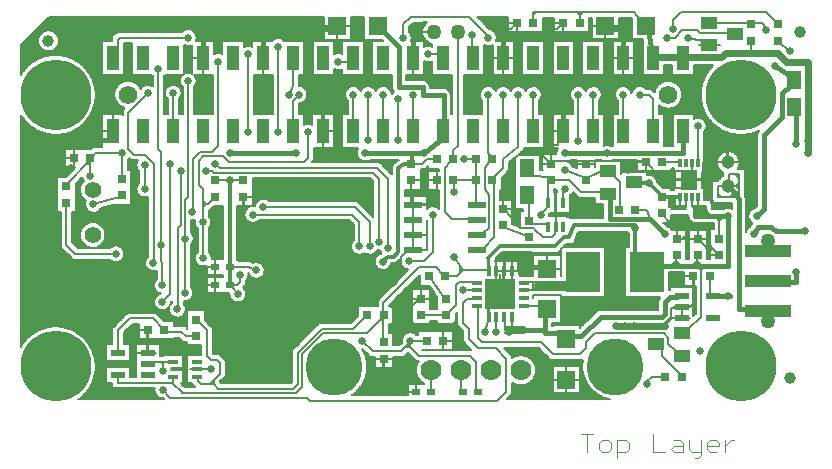
<source format=gtl>
*%FSLAX23Y23*%
*%MOIN*%
G01*
%ADD11C,0.000*%
%ADD12C,0.000*%
%ADD13C,0.000*%
%ADD14C,0.001*%
%ADD15C,0.002*%
%ADD16C,0.006*%
%ADD17C,0.007*%
%ADD18C,0.007*%
%ADD19C,0.008*%
%ADD20C,0.010*%
%ADD21C,0.012*%
%ADD22C,0.015*%
%ADD23C,0.015*%
%ADD24C,0.018*%
%ADD25C,0.020*%
%ADD26C,0.022*%
%ADD27C,0.024*%
%ADD28C,0.025*%
%ADD29C,0.028*%
%ADD30C,0.029*%
%ADD31C,0.031*%
%ADD32C,0.031*%
%ADD33C,0.035*%
%ADD34C,0.035*%
%ADD35C,0.039*%
%ADD36C,0.043*%
%ADD37C,0.045*%
%ADD38C,0.047*%
%ADD39C,0.048*%
%ADD40C,0.049*%
%ADD41C,0.050*%
%ADD42C,0.050*%
%ADD43C,0.051*%
%ADD44C,0.051*%
%ADD45C,0.054*%
%ADD46C,0.055*%
%ADD47C,0.055*%
%ADD48C,0.059*%
%ADD49C,0.059*%
%ADD50C,0.062*%
%ADD51C,0.066*%
%ADD52C,0.067*%
%ADD53C,0.070*%
%ADD54C,0.074*%
%ADD55C,0.115*%
%ADD56C,0.135*%
%ADD57C,0.138*%
%ADD58C,0.138*%
%ADD59C,0.158*%
%ADD60C,0.158*%
%ADD61C,0.190*%
%ADD62C,0.194*%
%ADD63C,0.236*%
%ADD64C,0.240*%
%ADD65R,0.011X0.030*%
%ADD66R,0.012X0.030*%
%ADD67R,0.014X0.033*%
%ADD68R,0.014X0.037*%
%ADD69R,0.015X0.034*%
%ADD70R,0.016X0.034*%
%ADD71R,0.018X0.037*%
%ADD72R,0.018X0.041*%
%ADD73R,0.020X0.025*%
%ADD74R,0.021X0.021*%
%ADD75R,0.024X0.029*%
%ADD76R,0.025X0.020*%
%ADD77R,0.029X0.024*%
%ADD78R,0.030X0.011*%
%ADD79R,0.030X0.030*%
%ADD80R,0.030X0.050*%
%ADD81R,0.031X0.031*%
%ADD82R,0.033X0.014*%
%ADD83R,0.034X0.015*%
%ADD84R,0.034X0.034*%
%ADD85R,0.034X0.054*%
%ADD86R,0.035X0.035*%
%ADD87R,0.037X0.014*%
%ADD88R,0.037X0.018*%
%ADD89R,0.039X0.014*%
%ADD90R,0.039X0.041*%
%ADD91R,0.040X0.050*%
%ADD92R,0.040X0.083*%
%ADD93R,0.041X0.018*%
%ADD94R,0.041X0.087*%
%ADD95R,0.043X0.018*%
%ADD96R,0.043X0.045*%
%ADD97R,0.044X0.054*%
%ADD98R,0.044X0.087*%
%ADD99R,0.045X0.091*%
%ADD100R,0.047X0.055*%
%ADD101R,0.048X0.024*%
%ADD102R,0.050X0.023*%
%ADD103R,0.050X0.030*%
%ADD104R,0.050X0.040*%
%ADD105R,0.050X0.060*%
%ADD106R,0.051X0.059*%
%ADD107R,0.052X0.028*%
%ADD108R,0.054X0.027*%
%ADD109R,0.054X0.034*%
%ADD110R,0.054X0.044*%
%ADD111R,0.054X0.064*%
%ADD112R,0.055X0.039*%
%ADD113R,0.057X0.012*%
%ADD114R,0.057X0.067*%
%ADD115R,0.059X0.043*%
%ADD116R,0.060X0.060*%
%ADD117R,0.061X0.024*%
%ADD118R,0.061X0.051*%
%ADD119R,0.061X0.016*%
%ADD120R,0.061X0.071*%
%ADD121R,0.063X0.039*%
%ADD122R,0.064X0.064*%
%ADD123R,0.065X0.028*%
%ADD124R,0.065X0.055*%
%ADD125R,0.067X0.043*%
%ADD126R,0.085X0.030*%
%ADD127R,0.085X0.085*%
%ADD128R,0.089X0.034*%
%ADD129R,0.094X0.030*%
%ADD130R,0.098X0.034*%
%ADD131R,0.104X0.104*%
%ADD132R,0.108X0.108*%
%ADD133R,0.116X0.138*%
%ADD134R,0.120X0.142*%
%ADD135R,0.169X0.169*%
%ADD136R,0.173X0.173*%
D15*
X10447Y7277D02*
X10487D01*
X10467D01*
Y7217D01*
X10517D02*
X10537D01*
X10547Y7227D01*
Y7247D01*
X10537Y7257D01*
X10517D01*
X10507Y7247D01*
Y7227D01*
X10517Y7217D01*
X10567Y7197D02*
Y7257D01*
X10597D01*
X10607Y7247D01*
Y7227D01*
X10597Y7217D01*
X10567D01*
X10687D02*
Y7277D01*
Y7217D02*
X10727D01*
X10757Y7257D02*
X10777D01*
X10787Y7247D01*
Y7217D01*
X10757D01*
X10747Y7227D01*
X10757Y7237D01*
X10787D01*
X10807Y7227D02*
Y7257D01*
Y7227D02*
X10817Y7217D01*
X10847D01*
Y7207D01*
X10837Y7197D01*
X10827D01*
X10847Y7217D02*
Y7257D01*
X10877Y7217D02*
X10897D01*
X10877D02*
X10867Y7227D01*
Y7247D01*
X10877Y7257D01*
X10897D01*
X10907Y7247D01*
Y7237D01*
X10867D01*
X10927Y7217D02*
Y7257D01*
Y7237D02*
Y7217D01*
Y7237D02*
X10937Y7247D01*
X10947Y7257D01*
X10957D01*
D17*
X9897Y7417D02*
X9869D01*
X10397Y7457D02*
X10442D01*
X10397D02*
X10352D01*
X8882Y7445D02*
X8862D01*
X9113Y7444D02*
X9121D01*
X9130D02*
X9133D01*
X9148D01*
X9150D01*
X10352Y7412D02*
X10442D01*
X9919Y7442D02*
X9916D01*
X9869D02*
X9866D01*
X9869D02*
X9919D01*
X9924D01*
X10205Y7398D02*
X10216D01*
X9262Y7458D02*
X9250D01*
X9150Y7432D02*
X9146D01*
X9724Y7406D02*
X9728D01*
X9766D02*
X9869D01*
X8922Y7428D02*
X8882D01*
X8922D02*
X9025D01*
X8962Y7466D02*
X8942D01*
X9126Y7432D02*
X9133D01*
X9150D01*
X9160D01*
X9161D01*
X9245Y7446D02*
X9262D01*
X9276D01*
X9479D01*
X9684Y7406D02*
X9728D01*
X9766D01*
X9055Y7391D02*
X8771D01*
X10199D02*
X10216D01*
X10543D01*
X9052Y7394D02*
X8775D01*
X10202D02*
X10216D01*
X10530D01*
X9035Y7400D02*
X8783D01*
X10208D02*
X10216D01*
X10352D01*
X10442D01*
X10514D01*
X9029Y7406D02*
X8789D01*
X10216D02*
X10352D01*
X10442D01*
X10503D01*
X9026Y7412D02*
X8795D01*
X9692D02*
X9728D01*
X9766D01*
X9869D01*
X10220D02*
X10352D01*
X10442D02*
X10494D01*
X8882Y7418D02*
X8800D01*
X8882D02*
X8922D01*
X9024D01*
X9699D02*
X9728D01*
X9766D01*
X9869D01*
X10216D02*
X10224D01*
X10352D01*
X10442D02*
X10487D01*
X8882Y7424D02*
X8804D01*
X8882D02*
X8922D01*
X9024D01*
X9705D02*
X9869D01*
X10218D02*
X10352D01*
X10442D02*
X10481D01*
X8882Y7430D02*
X8808D01*
X9710D02*
X9869D01*
X10216D02*
X10352D01*
X10442D02*
X10476D01*
X8862Y7436D02*
X8812D01*
X8862D02*
X8882D01*
X9122D02*
X9133D01*
X9150D01*
X9715D02*
X9869D01*
X10216D02*
X10352D01*
X10442D02*
X10471D01*
X8862Y7442D02*
X8815D01*
X8862D02*
X8882D01*
X9121D02*
X9133D01*
X9150D01*
X9719D02*
X9869D01*
X10216D02*
X10225D01*
X10267D02*
X10352D01*
X10442D02*
X10467D01*
X8862Y7448D02*
X8818D01*
X9121D02*
X9133D01*
X9244D02*
X9262D01*
X9276D01*
X9480D01*
X9722D02*
X9869D01*
X9915D01*
X10277D02*
X10352D01*
X10442D02*
X10464D01*
X8862Y7454D02*
X8820D01*
X9121D02*
X9133D01*
X9250D02*
X9262D01*
X9276D01*
X9482D01*
X9725D02*
X9869D01*
X9909D01*
X10283D02*
X10352D01*
X10442D02*
X10461D01*
X8862Y7460D02*
X8822D01*
X9121D02*
X9133D01*
X9253D02*
X9262D01*
X9482D01*
X9727D02*
X9904D01*
X10288D02*
X10352D01*
X10442D02*
X10458D01*
X8862Y7466D02*
X8824D01*
X9121D02*
X9133D01*
X9262D02*
X9482D01*
X9729D02*
X9901D01*
X10291D02*
X10352D01*
X10442D02*
X10456D01*
X8862Y7472D02*
X8825D01*
X8942D02*
X8962D01*
X9121D02*
X9133D01*
X9265D02*
X9482D01*
X9731D02*
X9898D01*
X10294D02*
X10352D01*
X10442D02*
X10454D01*
X9820Y7526D02*
X9789D01*
X9759D01*
X10782Y7662D02*
X10810D01*
X10782D02*
X10754D01*
X10018Y7587D02*
X9987D01*
X9190Y7492D02*
X9167D01*
X9144D01*
X9002Y7622D02*
X8972D01*
X9002Y7547D02*
X9029D01*
X9002D02*
X8975D01*
X9132Y7626D02*
X9134D01*
Y7632D02*
X9132D01*
Y7572D02*
X9178D01*
X9180D01*
X9042Y7574D02*
X8962D01*
X8882Y7499D02*
X8862D01*
X8882D02*
X8922D01*
X8942D01*
X8884Y7574D02*
X8862D01*
X8924D02*
X8942D01*
X8884Y7520D02*
X8862D01*
X8884D02*
X8924D01*
X8942D01*
X9055Y7652D02*
X9088D01*
X9026Y7592D02*
X9023D01*
X9032D02*
X9040D01*
X9088D01*
X8972D02*
X8968D01*
X8972D02*
X9026D01*
X9032D01*
X9130Y7540D02*
X9133D01*
X9174D01*
X9180D01*
X9133Y7494D02*
X9130D01*
X9053Y7540D02*
X9050D01*
X9053D02*
X9055D01*
X9063D01*
X9072D01*
X9074D01*
X9106D01*
X9121D01*
X9106Y7494D02*
X9079D01*
X9106D02*
X9121D01*
X9106Y7490D02*
X9080D01*
X9106D02*
X9121D01*
X9130D02*
X9133D01*
X9806Y7641D02*
X9819D01*
X10352Y7502D02*
X10442D01*
X10352Y7638D02*
X10350D01*
X10352D02*
X10378D01*
X10442D01*
X9956Y7618D02*
X9953D01*
X9962D02*
X10018D01*
X9956Y7556D02*
X9953D01*
X9902Y7618D02*
X9898D01*
X9902D02*
X9952D01*
X9956D01*
X9962D01*
X9966Y7642D02*
X9972D01*
X10016D01*
X10028D01*
X10030D01*
X9888D02*
X9882D01*
X9888D02*
X9942D01*
X9820Y7611D02*
X9806D01*
X9820Y7495D02*
X9759D01*
X10350Y7646D02*
X10352D01*
X10378D01*
X10216Y7546D02*
X10205D01*
X10064Y7572D02*
X10052D01*
X10044Y7628D02*
X10032D01*
X9494Y7566D02*
X9482D01*
X9218Y7640D02*
X9207D01*
X9250Y7532D02*
X9252D01*
X9262D01*
X9086Y7668D02*
X9082D01*
X9116D02*
X9122D01*
X8896Y7640D02*
X8884D01*
X9942Y7652D02*
X9966D01*
X9121Y7582D02*
X9110D01*
X9121D02*
X9132D01*
X9106Y7596D02*
X9088D01*
Y7636D02*
X9106D01*
X9122D01*
X9132D01*
X8972Y7642D02*
X8952D01*
X10332Y7522D02*
X10344D01*
X10360D01*
X10434D01*
X10450D01*
X10453D01*
X9899Y7518D02*
X9888D01*
X9899D02*
X9905D01*
X9915Y7556D02*
X9952D01*
X9956D01*
X9962D01*
X10018D01*
X10069D01*
X10080D01*
X9222Y7542D02*
X9221D01*
X9222D02*
X9224D01*
X9240D01*
X9252D01*
X9051Y7536D02*
X9042D01*
X9051D02*
X9052D01*
X9053D01*
X9562Y7646D02*
X9574D01*
X9590D01*
X9679D01*
X9862Y7532D02*
X9866D01*
X9744D02*
X9732D01*
X9744D02*
X9759D01*
X9820D02*
X9839D01*
X9855D01*
X9862D01*
X9839Y7572D02*
X9820D01*
X9897Y7606D02*
X9902D01*
X10350Y7635D02*
X10352D01*
X10304Y7562D02*
X10189D01*
X9849Y7586D02*
X9848D01*
X8862Y7478D02*
X8827D01*
X8942D02*
X8962D01*
X9121D02*
X9133D01*
X9262D02*
X9269D01*
X9482D01*
X9732D02*
X9896D01*
X10296D02*
X10352D01*
X10442D02*
X10453D01*
X8862Y7484D02*
X8827D01*
X8942D02*
X8962D01*
X9121D02*
X9133D01*
X9263D02*
X9482D01*
X9733D02*
X9759D01*
X9820D01*
X9896D01*
X10296D02*
X10352D01*
X10442D02*
X10452D01*
X8862Y7490D02*
X8828D01*
X8942D02*
X8962D01*
X9080D02*
X9106D01*
X9121D01*
X9133D01*
X9262D02*
X9482D01*
X9734D02*
X9759D01*
X9820D01*
X9896D01*
X10296D02*
X10352D01*
X10442D02*
X10451D01*
X8862Y7496D02*
X8828D01*
X8942D02*
X8962D01*
X9121D02*
X9133D01*
X9262D02*
X9482D01*
X9734D02*
X9759D01*
X9820D02*
X9896D01*
X10296D02*
X10352D01*
X10442D02*
X10451D01*
X8862Y7502D02*
X8828D01*
X8862D02*
X8882D01*
X8922D01*
X8942D01*
X8962D01*
X9121D02*
X9133D01*
X9262D02*
X9482D01*
X9734D02*
X9759D01*
X9820D02*
X9897D01*
X10295D02*
X10352D01*
X10442D02*
X10451D01*
X8862Y7508D02*
X8828D01*
X8862D02*
X8942D01*
X8962D01*
X9121D02*
X9133D01*
X9266D02*
X9482D01*
X9734D02*
X9759D01*
X9820D02*
X9888D01*
X9900D01*
X10292D02*
X10352D01*
X10442D01*
X10451D01*
X8862Y7514D02*
X8828D01*
X8862D02*
X8942D01*
X8962D01*
X9121D02*
X9133D01*
X9268D02*
X9482D01*
X9733D02*
X9759D01*
X9820D02*
X9888D01*
X9902D01*
X10289D02*
X10332D01*
X10352D01*
X10442D01*
X10451D01*
X8862Y7520D02*
X8827D01*
X8942D02*
X8962D01*
X9121D02*
X9133D01*
X9262D02*
X9482D01*
X9732D02*
X9759D01*
X9820D02*
X9862D01*
X9866D02*
X9888D01*
X9896D01*
X10285D02*
X10332D01*
X10346D01*
X10358D01*
X10436D01*
X10448D01*
X8862Y7526D02*
X8826D01*
X8942D02*
X8962D01*
X9121D02*
X9133D01*
X9262D02*
X9482D01*
X9732D02*
X9750D01*
X9820D02*
X9845D01*
X9849D02*
X9862D01*
X9866D02*
X9888D01*
X10279D02*
X10332D01*
X10340D01*
X8862Y7532D02*
X8825D01*
X8942D02*
X8962D01*
X9121D02*
X9133D01*
X9252D02*
X9262D01*
X9482D01*
X9732D02*
X9744D01*
X9759D01*
X9820D02*
X9839D01*
X9855D01*
X9866D02*
X9884D01*
X10271D02*
X10332D01*
X8862Y7538D02*
X8823D01*
X8942D02*
X8962D01*
X9042D02*
X9050D01*
X9121D02*
X9133D01*
X9244D02*
X9252D01*
X9262D01*
X9482D01*
X9866D02*
X9878D01*
X10216D02*
X10239D01*
X10253D02*
X10328D01*
X8862Y7544D02*
X8821D01*
X8942D02*
X8962D01*
X9042D02*
X9053D01*
X9072D01*
X9106D01*
X9121D01*
X9133D01*
X9179D01*
X9226D02*
X9238D01*
X9252D01*
X9262D01*
X9477D01*
X9725D02*
X9732D01*
X10208D02*
X10216D01*
X10322D01*
X8862Y7550D02*
X8819D01*
X8942D02*
X8962D01*
X9042D02*
X9053D01*
X9121D01*
X9133D01*
X9180D01*
X9218D02*
X9252D01*
X9477D01*
X10202D02*
X10216D01*
X10316D01*
X8862Y7556D02*
X8816D01*
X8942D02*
X8962D01*
X9042D02*
X9180D01*
X9218D02*
X9482D01*
X10196D02*
X10216D01*
X10310D01*
X8862Y7562D02*
X8813D01*
X8942D02*
X8962D01*
X9042D02*
X9132D01*
X9180D01*
X9218D02*
X9482D01*
X10018D02*
X10052D01*
X10074D01*
X10190D02*
X10304D01*
X8862Y7568D02*
X8810D01*
X8942D02*
X8962D01*
X9042D02*
X9132D01*
X9180D01*
X9218D02*
X9482D01*
X9495D01*
X10018D02*
X10052D01*
X10068D01*
X8862Y7574D02*
X8806D01*
X8862D02*
X8884D01*
X8924D02*
X8942D01*
X8962D01*
X9042D01*
X9110D01*
X9128D01*
X9218D02*
X9482D01*
X9498D01*
X9820D02*
X9841D01*
X10018D02*
X10052D01*
X10062D01*
X8587Y7580D02*
X8579D01*
X8802D02*
X8862D01*
X8884D01*
X8924D02*
X8942D01*
X8962D01*
X8972D01*
X9026D01*
X9032D02*
X9042D01*
X9088D01*
X9110D01*
X9122D01*
X9132D01*
X9218D02*
X9507D01*
X9820D02*
X9847D01*
X10018D02*
X10052D01*
X8592Y7586D02*
X8579D01*
X8798D02*
X8862D01*
X8884D01*
X8924D02*
X8942D01*
X8962D01*
X8972D01*
X9026D01*
X9032D02*
X9040D01*
X9042D02*
X9088D01*
X9110D01*
X9218D02*
X9513D01*
X9820D02*
X9848D01*
X10018D02*
X10050D01*
X8597Y7592D02*
X8579D01*
X8792D02*
X8884D01*
X8924D02*
X8972D01*
X9088D02*
X9110D01*
X9218D02*
X9519D01*
X9820D02*
X9848D01*
X10018D02*
X10044D01*
X10052D01*
X8603Y7598D02*
X8579D01*
X8786D02*
X8884D01*
X8924D02*
X8972D01*
X9218D02*
X9525D01*
X9820D02*
X9848D01*
X10018D02*
X10050D01*
X8610Y7604D02*
X8579D01*
X8779D02*
X8884D01*
X8924D02*
X8972D01*
X9218D02*
X9531D01*
X9820D02*
X9855D01*
X10018D02*
X10052D01*
X8618Y7610D02*
X8579D01*
X8771D02*
X8884D01*
X8924D02*
X8972D01*
X9218D02*
X9537D01*
X9820D02*
X9858D01*
X10018D02*
X10052D01*
X8628Y7616D02*
X8579D01*
X8762D02*
X8881D01*
X8927D02*
X8972D01*
X9222D02*
X9543D01*
X9806D02*
X9820D01*
X9858D01*
X9896D01*
X10018D02*
X10032D01*
X10052D01*
X8639Y7622D02*
X8579D01*
X8751D02*
X8877D01*
X8884D01*
X8933D02*
X8972D01*
X9218D02*
X9226D01*
X9549D01*
X9806D02*
X9820D01*
X9902D01*
X9956D01*
X9962D02*
X10018D01*
X10032D01*
X10049D01*
X8655Y7628D02*
X8579D01*
X8735D02*
X8883D01*
X8939D02*
X8972D01*
X9220D02*
X9555D01*
X9806D02*
X9819D01*
X9902D01*
X9956D01*
X9962D02*
X10018D01*
X10032D01*
X10043D01*
X8688Y7634D02*
X8579D01*
X8702D02*
X8884D01*
X8945D02*
X8972D01*
X9124D02*
X9132D01*
X9218D02*
X9561D01*
X9806D02*
X9819D01*
X9882D01*
X9942D01*
X9966D01*
X10028D01*
X8884Y7640D02*
X8579D01*
X8884D02*
X8895D01*
X8951D02*
X8972D01*
X9088D02*
X9110D01*
X9118D01*
X9132D01*
X9208D02*
X9218D01*
X9562D01*
X9806D02*
X9819D01*
X9882D01*
X9888D02*
X9942D01*
X9966D01*
X9972D02*
X10016D01*
X10028D01*
X10352D02*
X10378D01*
X10442D01*
X10452D01*
X8884Y7646D02*
X8579D01*
X8884D02*
X8901D01*
X9088D02*
X9132D01*
X9202D02*
X9218D01*
X9562D01*
X9573D01*
X9819D02*
X9882D01*
X9942D02*
X9966D01*
X10352D02*
X10378D01*
X10442D01*
X10458D01*
X8884Y7652D02*
X8579D01*
X8884D02*
X8907D01*
X9088D02*
X9132D01*
X9196D02*
X9218D01*
X9562D01*
X9579D01*
X9585D02*
X9684D01*
X9819D02*
X9882D01*
X9942D02*
X9966D01*
X10378D02*
X10464D01*
X8913Y7658D02*
X8579D01*
X9050D02*
X9082D01*
X9088D02*
X9122D01*
X9132D01*
X9192D02*
X9562D01*
X9690D01*
X9819D02*
X9882D01*
X10378D02*
X10470D01*
X8919Y7664D02*
X8579D01*
X9044D02*
X9082D01*
X9108D02*
X9122D01*
X9132D01*
X9192D02*
X9696D01*
X9819D02*
X9882D01*
X10378D02*
X10476D01*
X8924Y7670D02*
X8579D01*
X9038D02*
X9082D01*
X9122D02*
X9132D01*
X9192D02*
X9702D01*
X9819D02*
X9882D01*
X10378D02*
X10482D01*
X10378Y7827D02*
X10332D01*
X10286D01*
X10187Y7819D02*
X10164D01*
X10190D02*
X10212D01*
X10190D02*
X10168D01*
X10216D02*
X10238D01*
X10216D02*
X10193D01*
X10782Y7700D02*
X10810D01*
X10782D02*
X10754D01*
X10790Y7801D02*
X10820D01*
X9942Y7727D02*
X9912D01*
X9882D01*
X9227Y7832D02*
X9199D01*
Y7772D02*
X9227D01*
X9192Y7688D02*
X9132D01*
X9196Y7798D02*
X9199D01*
X9249D01*
X9199Y7746D02*
X9196D01*
X9199D02*
X9249D01*
Y7798D02*
X9246D01*
X9249D02*
X9254D01*
X9249Y7746D02*
X9246D01*
X9249D02*
X9254D01*
X9255D01*
X9273D01*
X9249Y7858D02*
X9215D01*
X9199Y7806D02*
X9196D01*
X9199D02*
X9249D01*
Y7858D02*
X9246D01*
X9249D02*
X9254D01*
X9298D02*
X9305D01*
X9249Y7806D02*
X9246D01*
X9249D02*
X9254D01*
X9754Y7702D02*
X9758D01*
X9764D02*
X9768D01*
X9806D02*
X9812D01*
X9819D01*
X9703D02*
X9699D01*
X9703D02*
X9758D01*
X9764D01*
X10378Y7731D02*
X10379D01*
X10426D01*
X10436D01*
X10526D01*
X10594D02*
X10709D01*
X9908Y7758D02*
X9882D01*
X9908D02*
X9942D01*
X9908Y7770D02*
X9905D01*
X9908D02*
X9939D01*
X10786D02*
X10790D01*
X10821D01*
X10828D01*
X10742Y7765D02*
X10741D01*
X10742D02*
X10790D01*
X10821D01*
Y7672D02*
X10823D01*
X10287Y7732D02*
X10287D01*
X10268Y7802D02*
X10245D01*
X10268D02*
X10272D01*
X10286D01*
X10193Y7851D02*
X10190D01*
X10212D02*
X10238D01*
X10168D02*
X10164D01*
X10187D02*
X10193D01*
X10212D01*
X10161D02*
X10158D01*
X10161D02*
X10168D01*
X10187D01*
X10161Y7851D02*
X10158D01*
X10238Y7810D02*
X10245D01*
X9779Y7732D02*
X9768D01*
X9328Y7762D02*
X9322D01*
X8782Y7856D02*
X8778D01*
X8836D02*
X8876D01*
X8742D02*
X8738D01*
X8742D02*
X8753D01*
X8769D01*
X8782D01*
X8836D01*
X10741Y7755D02*
X10742D01*
X10742D01*
X9966Y7692D02*
X9942D01*
X10741Y7814D02*
X10744D01*
X10753D02*
X10755D01*
X10773D02*
X10775D01*
X10784D02*
X10790D01*
X10796Y7860D02*
X10806D01*
X10866D02*
X10867D01*
X10876D01*
X9324Y7852D02*
X9305D01*
X9324D02*
X9341D01*
X9356D01*
X9814Y7846D02*
X9831D01*
X9844D01*
X10378Y7802D02*
X10379D01*
X10287Y7738D02*
X10287D01*
X10287D02*
X10306D01*
X10378D01*
X10379D01*
X8936Y7680D02*
X8924D01*
X8936D02*
X8952D01*
X9011D01*
X9027D01*
X9038D01*
X10512Y7690D02*
X10704D01*
X8924Y7676D02*
X8579D01*
X9038D02*
X9077D01*
X9192D02*
X9703D01*
X9819D02*
X9882D01*
X10378D02*
X10488D01*
X8924Y7682D02*
X8579D01*
X8924D02*
X8937D01*
X8951D01*
X9012D01*
X9026D01*
X9038D01*
X9074D01*
X9192D02*
X9703D01*
X9819D02*
X9882D01*
X10378D02*
X10494D01*
X8924Y7688D02*
X8579D01*
X8924D02*
X8943D01*
X8945D02*
X9018D01*
X9020D02*
X9038D01*
X9051D01*
X9073D01*
X9132D02*
X9192D01*
X9703D01*
X9819D02*
X9882D01*
X10378D02*
X10503D01*
X9034Y7694D02*
X8579D01*
X9132D02*
X9192D01*
X9703D01*
X9819D02*
X9882D01*
X9942D02*
X9966D01*
X10378D02*
X10704D01*
X9028Y7700D02*
X8579D01*
X9132D02*
X9192D01*
X9703D01*
X9812D02*
X9819D01*
X9882D01*
X9942D02*
X9966D01*
X10378D02*
X10704D01*
X9025Y7706D02*
X8579D01*
X9125D02*
X9703D01*
X9758D01*
X9812D02*
X9819D01*
X9882D01*
X9942D02*
X9966D01*
X10378D02*
X10704D01*
X9023Y7712D02*
X8579D01*
X9122D02*
X9703D01*
X9758D01*
X9819D02*
X9882D01*
X9942D02*
X9966D01*
X10378D02*
X10704D01*
X9023Y7718D02*
X8579D01*
X9126D02*
X9146D01*
X9288D01*
X9316D02*
X9765D01*
X9821D02*
X9882D01*
X9942D02*
X9966D01*
X10378D02*
X10704D01*
X9024Y7724D02*
X8579D01*
X9146D02*
X9281D01*
X9323D02*
X9768D01*
X9827D02*
X9882D01*
X9942D02*
X9966D01*
X10379D02*
X10526D01*
X10594D01*
X10704D01*
X9027Y7730D02*
X8579D01*
X9149D02*
X9277D01*
X9327D02*
X9768D01*
X9777D01*
X9833D02*
X9882D01*
X9942D02*
X9966D01*
X10379D02*
X10426D01*
X10436D01*
X10526D01*
X10594D01*
X10708D01*
X9031Y7736D02*
X8579D01*
X9152D02*
X9199D01*
X9249D01*
X9255D02*
X9275D01*
X9329D02*
X9768D01*
X9783D01*
X9839D02*
X9882D01*
X9942D02*
X9964D01*
X10526D02*
X10594D01*
X9032Y7742D02*
X8579D01*
X9032D02*
X9041D01*
X9154D02*
X9199D01*
X9249D01*
X9255D02*
X9274D01*
X9330D02*
X9768D01*
X9789D01*
X9845D02*
X9882D01*
X9942D02*
X9959D01*
X10526D02*
X10594D01*
X9032Y7748D02*
X8579D01*
X9154D02*
X9199D01*
X9329D02*
X9795D01*
X9851D02*
X9882D01*
X9942D02*
X9955D01*
X10526D02*
X10594D01*
X9029Y7754D02*
X8579D01*
X9153D02*
X9199D01*
X9328D02*
X9801D01*
X9857D02*
X9882D01*
X9942D02*
X9951D01*
X10526D02*
X10594D01*
X9025Y7760D02*
X8579D01*
X9150D02*
X9199D01*
X9328D02*
X9807D01*
X9863D02*
X9882D01*
X9908D01*
X9942D01*
X10526D02*
X10594D01*
X9023Y7766D02*
X8579D01*
X9146D02*
X9199D01*
X9328D02*
X9813D01*
X9869D02*
X9882D01*
X9908D01*
X9942D01*
X10526D02*
X10594D01*
X10742D02*
X10790D01*
X10821D01*
X9023Y7772D02*
X8579D01*
X9146D02*
X9199D01*
X9328D02*
X9819D01*
X9875D02*
X9908D01*
X10526D02*
X10594D01*
X10742D02*
X10790D01*
X9024Y7778D02*
X8579D01*
X9146D02*
X9199D01*
X9334D02*
X9825D01*
X9881D02*
X9908D01*
X10526D02*
X10594D01*
X10741D02*
X10790D01*
X9026Y7784D02*
X8579D01*
X9146D02*
X9199D01*
X9334D02*
X9831D01*
X9887D02*
X9908D01*
X10526D02*
X10594D01*
X10741D02*
X10790D01*
X9030Y7790D02*
X8579D01*
X9146D02*
X9199D01*
X9332D02*
X9837D01*
X9893D02*
X9908D01*
X10526D02*
X10594D01*
X10741D02*
X10790D01*
X9032Y7796D02*
X8579D01*
X9146D02*
X9199D01*
X9335D02*
X9351D01*
X9377D02*
X9843D01*
X9899D02*
X9908D01*
X10526D02*
X10594D01*
X10741D02*
X10790D01*
X9032Y7802D02*
X8579D01*
X9146D02*
X9199D01*
X9249D01*
X9385D02*
X9849D01*
X10526D02*
X10594D01*
X10741D02*
X10790D01*
X9032Y7808D02*
X8579D01*
X9146D02*
X9199D01*
X9389D02*
X9855D01*
X10245D02*
X10268D01*
X10272D02*
X10286D01*
X10526D02*
X10594D01*
X10744D02*
X10784D01*
X9032Y7814D02*
X8579D01*
X9146D02*
X9199D01*
X9391D02*
X9861D01*
X10245D02*
X10268D01*
X10286D01*
X10526D02*
X10594D01*
X10744D02*
X10753D01*
X10755D02*
X10773D01*
X10775D02*
X10784D01*
X9002Y7820D02*
X8579D01*
X9002D02*
X9011D01*
X9146D02*
X9199D01*
X9392D02*
X9852D01*
X9867D01*
X10245D02*
X10286D01*
X10526D02*
X10594D01*
X9001Y7826D02*
X8579D01*
X9146D02*
X9199D01*
X9392D02*
X9772D01*
X9800D02*
X9852D01*
X9862D01*
X10238D02*
X10286D01*
X10526D02*
X10594D01*
X8997Y7832D02*
X8579D01*
X9146D02*
X9199D01*
X9390D02*
X9765D01*
X9807D02*
X9852D01*
X10238D02*
X10286D01*
X10526D02*
X10594D01*
X8994Y7838D02*
X8579D01*
X9146D02*
X9168D01*
X9386D02*
X9761D01*
X9811D02*
X9821D01*
X9823D02*
X9844D01*
X10238D02*
X10286D01*
X10526D02*
X10594D01*
X8742Y7844D02*
X8579D01*
X8742D02*
X8782D01*
X8836D01*
X8916D01*
X8993D01*
X9146D02*
X9166D01*
X9380D02*
X9759D01*
X9815D02*
X9829D01*
X9844D01*
X10238D02*
X10286D01*
X10526D02*
X10594D01*
X8742Y7850D02*
X8579D01*
X8742D02*
X8759D01*
X8763D02*
X8782D01*
X8836D01*
X8886D01*
X8906D02*
X8916D01*
X8993D01*
X9146D02*
X9162D01*
X9345D02*
X9356D01*
X9758D01*
X9835D02*
X9844D01*
X10238D02*
X10286D01*
X10526D02*
X10594D01*
X8742Y7856D02*
X8579D01*
X8742D02*
X8753D01*
X8769D01*
X8782D01*
X8836D01*
X8876D01*
X8916D02*
X8995D01*
X9146D02*
X9160D01*
X9298D02*
X9305D01*
X9326D01*
X9330D02*
X9356D01*
X9759D01*
X10168D02*
X10187D01*
X10193D02*
X10212D01*
X10238D01*
X10286D01*
X10526D02*
X10594D01*
X8742Y7862D02*
X8579D01*
X8920D02*
X8998D01*
X9146D02*
X9159D01*
X9215D02*
X9249D01*
X9298D02*
X9305D01*
X9356D01*
X9761D01*
X10168D02*
X10187D01*
X10193D02*
X10212D01*
X10238D01*
X10286D01*
X10526D02*
X10594D01*
X10796D02*
X10806D01*
X10866D02*
X10876D01*
Y7872D02*
X10907D01*
X10866Y7926D02*
X10836D01*
X10806D01*
X10796D02*
X10766D01*
X10216Y8026D02*
X10186D01*
X9932Y7890D02*
X9886D01*
Y7940D02*
X9932D01*
Y8040D02*
X9886D01*
X8712Y8016D02*
X8700D01*
X8750D02*
X8762D01*
X8892Y8040D02*
X8946D01*
X9223Y8036D02*
X9254D01*
X9298D02*
X9332D01*
X9352D01*
X9932Y7963D02*
X9932D01*
Y7968D02*
X9932D01*
Y7913D02*
X9932D01*
Y7918D02*
X9932D01*
X10176Y8056D02*
X10216D01*
X10242Y8018D02*
X10252D01*
X10360Y8001D02*
X10364D01*
X10361D01*
X10364D02*
X10384D01*
X10400D01*
X10410D01*
X10364Y8013D02*
X10361D01*
X10364D02*
X10384D01*
X10410D01*
X10356D02*
X10342D01*
X10356D02*
X10360D01*
X10340Y8001D02*
X10339D01*
X10340D02*
X10356D01*
X10360D01*
X10387Y7900D02*
X10428D01*
X10526D01*
X10594D02*
X10606D01*
X10242Y8026D02*
X10226D01*
X10242D02*
X10252D01*
X10721Y7980D02*
X10746D01*
X10749Y7956D02*
X10796D01*
X10802Y7902D02*
X10806D01*
Y7956D02*
X10802D01*
X10806D02*
X10866D01*
X10806Y7896D02*
X10802D01*
X10876Y7958D02*
X10888D01*
X10358Y7872D02*
X10286D01*
X10358D02*
X10360D01*
X10378D01*
X10379D01*
X9752Y8002D02*
X9750D01*
X8723Y7886D02*
X8712D01*
X10428Y8062D02*
X10439D01*
X10455D01*
X10494D01*
X10882Y8046D02*
X10884D01*
X10906D01*
X10922D01*
X10924D01*
X10936D01*
X10944D01*
X10949D01*
X10403Y7910D02*
X10398D01*
X10403D02*
X10422D01*
X10428D01*
X8782Y7896D02*
X8778D01*
X8836D02*
X8876D01*
X8782D02*
X8769D01*
X8782D02*
X8836D01*
X10186Y7880D02*
X10286D01*
X10350D01*
X10368D01*
X10378D01*
X10379D01*
X10492Y7950D02*
X10496D01*
X10538D02*
X10601D01*
X10496Y7994D02*
X10492D01*
X10496Y7950D02*
X10437D01*
X10496D02*
X10538D01*
X10426Y7994D02*
X10410D01*
X10426D02*
X10496D01*
X10519D01*
X10519D01*
X9674Y7988D02*
X9372D01*
X9407Y8052D02*
X9684D01*
X9700D01*
X9712D01*
X10856Y8056D02*
X10862D01*
X10866D01*
X10872D01*
X10876D01*
X10882D01*
X10884D01*
X10856D02*
X10856D01*
X9210Y8022D02*
X9206D01*
X9210D02*
X9222D01*
X10746Y8006D02*
X10756D01*
X10760D01*
X10770D01*
X10776D01*
X10780D01*
X10796D01*
X10796D01*
X10798D01*
X10804D01*
X10827Y7979D02*
X10828D01*
X10832D01*
X10837D01*
X10838D01*
X10842D01*
X10847D01*
X10856D01*
X10866D01*
X10872D01*
X10876D01*
X10882D01*
X10887D01*
Y8025D02*
X10887D01*
X10887D02*
X10888D01*
X10897D01*
X10921D01*
X8741Y7868D02*
X8579D01*
X8923D02*
X9002D01*
X9146D02*
X9160D01*
X9214D02*
X9249D01*
X9298D02*
X9305D01*
X9765D01*
X10173D02*
X10286D01*
X10526D02*
X10594D01*
X10796D02*
X10806D01*
X10866D02*
X10876D01*
X8712Y7874D02*
X8579D01*
X8712D02*
X8735D01*
X8924D02*
X9002D01*
X9146D02*
X9162D01*
X9212D02*
X9254D01*
X9298D02*
X9688D01*
X9700D01*
X9714D02*
X9722D01*
X9726D02*
X9735D01*
X9749D02*
X9762D01*
X9772D01*
X10179D02*
X10286D01*
X10357D01*
X10361D02*
X10378D01*
X10526D02*
X10594D01*
X10796D02*
X10806D01*
X10866D02*
X10876D01*
X8712Y7880D02*
X8579D01*
X8712D02*
X8729D01*
X8924D02*
X9002D01*
X9146D02*
X9166D01*
X9208D02*
X9254D01*
X9298D02*
X9688D01*
X9762D02*
X9780D01*
X10185D02*
X10286D01*
X10351D01*
X10367D01*
X10378D01*
X10526D02*
X10594D01*
X10796D02*
X10806D01*
X10866D02*
X10876D01*
X8712Y7886D02*
X8579D01*
X8712D02*
X8723D01*
X8922D02*
X9002D01*
X9146D02*
X9168D01*
X9206D02*
X9254D01*
X9298D02*
X9683D01*
X9766D02*
X9776D01*
X10526D02*
X10594D01*
X10796D02*
X10806D01*
X10866D02*
X10876D01*
X8712Y7892D02*
X8579D01*
X8919D02*
X9002D01*
X9146D02*
X9168D01*
X9206D02*
X9254D01*
X9298D02*
X9680D01*
X10526D02*
X10594D01*
X10796D02*
X10806D01*
X10866D02*
X10876D01*
X8711Y7898D02*
X8579D01*
X8767D02*
X8782D01*
X8805D01*
X8836D02*
X8879D01*
X8916D02*
X9002D01*
X9146D02*
X9168D01*
X9206D02*
X9254D01*
X9298D02*
X9679D01*
X10526D02*
X10594D01*
X10796D02*
X10806D01*
X10866D02*
X10876D01*
X8705Y7904D02*
X8579D01*
X8761D02*
X8782D01*
X8794D01*
X8844D02*
X8896D01*
X8916D01*
X9002D01*
X9146D02*
X9168D01*
X9206D02*
X9254D01*
X9298D02*
X9679D01*
X10391D02*
X10428D01*
X10526D01*
X10594D01*
X10606D01*
X10796D02*
X10806D01*
X10866D02*
X10876D01*
X8707Y7910D02*
X8579D01*
X8755D02*
X8787D01*
X8850D02*
X9002D01*
X9149D02*
X9168D01*
X9206D02*
X9254D01*
X9298D02*
X9680D01*
X10397D02*
X10404D01*
X10422D01*
X10428D02*
X10526D01*
X10594D01*
X10606D01*
X10796D02*
X10806D01*
X10866D02*
X10876D01*
X8712Y7916D02*
X8579D01*
X8750D02*
X8782D01*
X8855D02*
X9002D01*
X9153D02*
X9168D01*
X9206D02*
X9254D01*
X9298D02*
X9683D01*
X10428D02*
X10606D01*
X10796D02*
X10806D01*
X10866D02*
X10876D01*
X8712Y7922D02*
X8579D01*
X8750D02*
X8779D01*
X8858D02*
X9002D01*
X9155D02*
X9168D01*
X9206D02*
X9254D01*
X9298D02*
X9688D01*
X10428D02*
X10606D01*
X10796D02*
X10806D01*
X10866D02*
X10876D01*
X8712Y7928D02*
X8579D01*
X8750D02*
X8777D01*
X8860D02*
X9002D01*
X9155D02*
X9168D01*
X9206D02*
X9254D01*
X9298D02*
X9688D01*
X10428D02*
X10606D01*
X10796D02*
X10806D01*
X10866D02*
X10876D01*
X8712Y7934D02*
X8579D01*
X8750D02*
X8776D01*
X8861D02*
X9002D01*
X9154D02*
X9168D01*
X9206D02*
X9254D01*
X9298D02*
X9688D01*
X10431D02*
X10606D01*
X10796D02*
X10806D01*
X10866D02*
X10876D01*
X8712Y7940D02*
X8579D01*
X8750D02*
X8776D01*
X8862D02*
X9002D01*
X9152D02*
X9168D01*
X9206D02*
X9254D01*
X9298D02*
X9688D01*
X10433D02*
X10496D01*
X10538D01*
X10606D01*
X10796D02*
X10806D01*
X10866D02*
X10876D01*
X8712Y7946D02*
X8579D01*
X8750D02*
X8776D01*
X8861D02*
X9002D01*
X9148D02*
X9168D01*
X9206D02*
X9254D01*
X9298D02*
X9688D01*
X10435D02*
X10496D01*
X10538D01*
X10604D01*
X10796D02*
X10806D01*
X10866D02*
X10876D01*
X8712Y7952D02*
X8579D01*
X8750D02*
X8778D01*
X8860D02*
X9002D01*
X9146D02*
X9168D01*
X9206D02*
X9254D01*
X9298D02*
X9688D01*
X10796D02*
X10806D01*
X10866D02*
X10876D01*
X8712Y7958D02*
X8579D01*
X8750D02*
X8780D01*
X8857D02*
X9002D01*
X9146D02*
X9168D01*
X9206D02*
X9254D01*
X9298D02*
X9688D01*
X10748D02*
X10796D01*
X10806D01*
X10866D01*
X10876D01*
X10888D01*
X8712Y7964D02*
X8579D01*
X8750D02*
X8784D01*
X8854D02*
X9002D01*
X9146D02*
X9164D01*
X9208D02*
X9254D01*
X9298D02*
X9688D01*
X10742D02*
X10796D01*
X10806D01*
X10866D01*
X10876D01*
X10888D01*
X10995D02*
X11005D01*
X8712Y7970D02*
X8579D01*
X8750D02*
X8789D01*
X8848D02*
X9002D01*
X9146D02*
X9160D01*
X9212D02*
X9254D01*
X9298D02*
X9688D01*
X10233D02*
X10242D01*
X10732D02*
X10746D01*
X10842D01*
X10876D01*
X10995D02*
X11011D01*
X8712Y7976D02*
X8579D01*
X8750D02*
X8797D01*
X8840D02*
X9002D01*
X9146D02*
X9158D01*
X9214D02*
X9254D01*
X9298D02*
X9332D01*
X9685D01*
X10216D02*
X10242D01*
X10726D02*
X10746D01*
X10818D01*
X10828D01*
X10844D02*
X10856D01*
X10866D01*
X10995D02*
X11015D01*
X8712Y7982D02*
X8579D01*
X8750D02*
X9002D01*
X9146D02*
X9158D01*
X9214D02*
X9254D01*
X9298D02*
X9332D01*
X9365D02*
X9679D01*
X10216D02*
X10242D01*
X10746D02*
X10816D01*
X10995D02*
X11012D01*
X8712Y7988D02*
X8579D01*
X8750D02*
X9002D01*
X9151D02*
X9159D01*
X9213D02*
X9254D01*
X9298D02*
X9331D01*
X10216D02*
X10242D01*
X10746D02*
X10809D01*
X10995D02*
X11008D01*
X8712Y7994D02*
X8579D01*
X8750D02*
X9002D01*
X9211D02*
X9254D01*
X9298D02*
X9327D01*
X10216D02*
X10242D01*
X10410D02*
X10425D01*
X10496D01*
X10519D01*
X10746D02*
X10804D01*
X10995D02*
X11005D01*
X8712Y8000D02*
X8579D01*
X8750D02*
X9002D01*
X9207D02*
X9254D01*
X9298D02*
X9325D01*
X10216D02*
X10242D01*
X10400D02*
X10410D01*
X10496D01*
X10519D01*
X10746D02*
X10804D01*
X10995D02*
X11004D01*
X8700Y8006D02*
X8579D01*
X8700D02*
X8712D01*
X8750D02*
X8762D01*
X9002D01*
X9206D02*
X9254D01*
X9298D02*
X9324D01*
X10216D02*
X10242D01*
X10340D02*
X10356D01*
X10364D02*
X10384D01*
X10400D01*
X10410D01*
X10496D01*
X10519D01*
X10746D02*
X10756D01*
X10760D02*
X10770D01*
X10780D02*
X10796D01*
X10995D02*
X11004D01*
X8700Y8012D02*
X8579D01*
X8700D02*
X8712D01*
X8750D02*
X8762D01*
X9002D01*
X9206D02*
X9222D01*
X9254D01*
X9298D02*
X9324D01*
X9740D02*
X9752D01*
X10216D02*
X10242D01*
X10342D02*
X10356D01*
X10364D02*
X10384D01*
X10410D01*
X10519D01*
X10995D02*
X11006D01*
X8700Y8018D02*
X8579D01*
X8762D02*
X8805D01*
X8837D02*
X9002D01*
X9206D02*
X9222D01*
X9254D01*
X9298D02*
X9326D01*
X9734D02*
X9752D01*
X10216D02*
X10226D01*
X10242D01*
X10252D01*
X10410D02*
X10519D01*
X10995D02*
X11009D01*
X8700Y8024D02*
X8579D01*
X8762D02*
X8799D01*
X8843D02*
X9002D01*
X9212D02*
X9222D01*
X9254D01*
X9298D02*
X9330D01*
X9728D02*
X9752D01*
X10216D02*
X10226D01*
X10242D01*
X10252D01*
X10410D02*
X10519D01*
X10995D02*
X11015D01*
X8700Y8030D02*
X8579D01*
X8762D02*
X8795D01*
X8854D02*
X8886D01*
X8946D01*
X9002D01*
X9222D02*
X9254D01*
X9298D02*
X9332D01*
X9722D02*
X9752D01*
X10216D02*
X10226D01*
X10410D02*
X10494D01*
X10519D01*
X10888D02*
X10926D01*
X10937D01*
X10949D01*
X10995D02*
X11027D01*
X8700Y8036D02*
X8579D01*
X8762D02*
X8793D01*
X8876D02*
X8886D01*
X8946D01*
X9002D01*
X9352D02*
X9359D01*
X9716D02*
X9752D01*
X9932D02*
X9972D01*
X10216D02*
X10226D01*
X10410D02*
X10494D01*
X10519D01*
X10884D02*
X10924D01*
X10949D01*
X10995D02*
X11033D01*
X8700Y8042D02*
X8579D01*
X8762D02*
X8793D01*
X8946D02*
X9002D01*
X9352D02*
X9361D01*
X9712D02*
X9752D01*
X9932D02*
X9974D01*
X10216D02*
X10226D01*
X10410D02*
X10494D01*
X10519D01*
X10884D02*
X10910D01*
X10918D01*
X10924D02*
X10940D01*
X10948D01*
X10995D02*
X11034D01*
X8700Y8048D02*
X8579D01*
X8762D02*
X8794D01*
X8946D02*
X9002D01*
X9352D02*
X9364D01*
X9704D02*
X9712D01*
X9752D01*
X9932D02*
X9974D01*
X10216D02*
X10226D01*
X10410D02*
X10494D01*
X10995D02*
X11034D01*
X8700Y8054D02*
X8579D01*
X8762D02*
X8794D01*
X8946D02*
X9002D01*
X9352D02*
X9368D01*
X9404D02*
X9686D01*
X9698D01*
X9712D01*
X9752D01*
X9932D02*
X9974D01*
X10216D02*
X10226D01*
X10410D02*
X10428D01*
X10494D01*
X10995D02*
X11034D01*
X8700Y8060D02*
X8579D01*
X8762D02*
X8787D01*
X8946D02*
X8972D01*
X9002D01*
X9352D02*
X9368D01*
X9387D01*
X9712D01*
X9752D01*
X9932D02*
X9974D01*
X10176D02*
X10216D01*
X10226D01*
X10410D02*
X10428D01*
X10441D01*
X10453D01*
X10494D01*
X10995D02*
X11034D01*
X10975Y8181D02*
X10937D01*
X10899D01*
X10850Y8123D02*
X10806D01*
X10761D01*
X10662Y8182D02*
X10632D01*
X10492Y8177D02*
X10462D01*
X10432D01*
X10347D02*
X10316D01*
X9966Y8121D02*
X9936D01*
X9912D02*
X9881D01*
X9352Y8066D02*
X9321D01*
X8756Y8196D02*
X8726D01*
X8728Y8132D02*
X8700D01*
X8777Y8226D02*
X8780D01*
X8786D02*
X8808D01*
X8814D01*
X8726D02*
X8722D01*
X8726D02*
X8780D01*
X8786D01*
X8726Y8166D02*
X8722D01*
X8726D02*
X8760D01*
X8936Y8156D02*
X8946D01*
X9912Y8152D02*
X9915D01*
X9912Y8090D02*
X9858D01*
Y8068D02*
X9932D01*
X9932Y8152D02*
X9936D01*
X9936D01*
X9974D01*
X9936Y8090D02*
X9932D01*
X9936D02*
X9974D01*
X9936Y8160D02*
X9932D01*
X9936D02*
X9936D01*
X9968D01*
X9974D01*
X10176Y8090D02*
X10182D01*
X10361Y8081D02*
X10364D01*
X10366D01*
X10360D02*
X10356D01*
X10256Y8208D02*
X10238D01*
X10256D02*
X10308D01*
X10313D02*
X10316D01*
X10364D01*
X10360Y8092D02*
X10356D01*
X10360D02*
X10362D01*
X10364D01*
X10492Y8187D02*
X10494D01*
X10520D01*
X10548D02*
X10580D01*
Y8150D02*
X10581D01*
X10683Y8152D02*
X10686D01*
X10692D02*
X10698D01*
X10748D01*
X10632D02*
X10628D01*
X10632D02*
X10667D01*
X10686D01*
X10692D01*
X10718Y8096D02*
X10722D01*
X10726D01*
X10732D01*
X10736D01*
X10742D01*
X10746D01*
X10755Y8096D02*
X10760D01*
X10761D01*
X10850Y8096D02*
X10856D01*
Y8150D02*
X10850D01*
X10755D02*
X10751D01*
X10755D02*
X10761D01*
X9623Y8228D02*
X9556D01*
X9651D02*
X9704D01*
X10256D02*
X10263D01*
X10323D01*
X10352D02*
X10369D01*
X10856Y8172D02*
X10856D01*
X10206Y8142D02*
X10195D01*
X10244Y8212D02*
X10256D01*
X9830Y8182D02*
X9816D01*
Y8146D02*
X9810D01*
X10408Y8189D02*
X10432D01*
X10492D02*
X10494D01*
X10517D01*
X10551D02*
X10580D01*
X10632D01*
X10552Y8235D02*
X10548D01*
X10723D02*
X10752D01*
X10694Y8134D02*
X10690D01*
X10746Y8088D02*
X10755D01*
X9766Y8189D02*
X9743D01*
X9766D02*
X9768D01*
X9786D01*
X9816D01*
X9834D01*
X9838D01*
X9556Y8182D02*
X9549D01*
X9556D02*
X9759D01*
X9775D01*
X9786D01*
X9522Y8128D02*
X9519D01*
X9562D02*
X9744D01*
X9522D02*
X9352D01*
X9522D02*
X9562D01*
X10748Y8162D02*
X10755D01*
X9925Y8158D02*
X9912D01*
X9925D02*
X9936D01*
X9936D01*
X8938Y8188D02*
X8936D01*
X8938D02*
X8949D01*
X8965D01*
X8969D01*
X8819Y8232D02*
X8808D01*
X8819D02*
X8835D01*
X8842D01*
X8851D01*
X10881Y8082D02*
X10882D01*
X10884D01*
Y8120D02*
X10881D01*
X10884D02*
X10904D01*
X10969Y8160D02*
X10972D01*
X10994D01*
Y8120D02*
X10996D01*
X8700Y8066D02*
X8579D01*
X8762D02*
X8782D01*
X8946D02*
X8972D01*
X8982D01*
X9352D02*
X9752D01*
X9932D02*
X9974D01*
X10176D02*
X10216D01*
X10226D01*
X10410D02*
X10428D01*
X10435D01*
X10995D02*
X11034D01*
X8700Y8072D02*
X8579D01*
X8762D02*
X8779D01*
X8946D02*
X8972D01*
X9352D02*
X9752D01*
X9858D02*
X9932D01*
X9974D01*
X10176D02*
X10226D01*
X10412D02*
X10428D01*
X10856D02*
X10880D01*
X10994D02*
X11034D01*
X8700Y8078D02*
X8579D01*
X8762D02*
X8777D01*
X8946D02*
X8968D01*
X9352D02*
X9752D01*
X9858D02*
X9912D01*
X9932D01*
X9936D02*
X9974D01*
X10182D02*
X10226D01*
X10416D02*
X10423D01*
X10856D02*
X10878D01*
X10994D02*
X11034D01*
X8700Y8084D02*
X8579D01*
X8762D02*
X8776D01*
X8946D02*
X8965D01*
X9352D02*
X9752D01*
X9858D02*
X9912D01*
X9936D01*
X9974D01*
X10182D02*
X10226D01*
X10856D02*
X10884D01*
X10995D02*
X11034D01*
X8700Y8090D02*
X8579D01*
X8762D02*
X8776D01*
X8946D02*
X8964D01*
X9352D02*
X9752D01*
X9858D02*
X9912D01*
X9936D01*
X9974D01*
X10182D02*
X10226D01*
X10746D02*
X10755D01*
X10856D02*
X10884D01*
X10994D02*
X11001D01*
X11034D01*
X8700Y8096D02*
X8579D01*
X8762D02*
X8776D01*
X8946D02*
X8964D01*
X9352D02*
X9752D01*
X9912D02*
X9936D01*
X10182D02*
X10226D01*
X10746D02*
X10755D01*
X10856D02*
X10884D01*
X10997D02*
X11034D01*
X8700Y8102D02*
X8579D01*
X8762D02*
X8777D01*
X8946D02*
X8966D01*
X9352D02*
X9752D01*
X9912D02*
X9936D01*
X10182D02*
X10226D01*
X10712D02*
X10746D01*
X10755D01*
X10856D02*
X10884D01*
X10994D02*
X11034D01*
X8700Y8108D02*
X8579D01*
X8762D02*
X8780D01*
X8946D02*
X8969D01*
X9352D02*
X9752D01*
X9912D02*
X9936D01*
X10182D02*
X10226D01*
X10706D02*
X10746D01*
X10755D01*
X10856D02*
X10884D01*
X10999D02*
X11034D01*
X8700Y8114D02*
X8579D01*
X8765D02*
X8783D01*
X8946D02*
X8972D01*
X9352D02*
X9752D01*
X9912D02*
X9936D01*
X10182D02*
X10226D01*
X10700D02*
X10761D01*
X10850D02*
X10884D01*
X10999D02*
X11034D01*
X8700Y8120D02*
X8579D01*
X8771D02*
X8788D01*
X8946D02*
X8972D01*
X9352D02*
X9522D01*
X9562D01*
X9751D01*
X9912D02*
X9936D01*
X10182D02*
X10226D01*
X10699D02*
X10761D01*
X10850D02*
X10884D01*
X10996D02*
X11034D01*
X8700Y8126D02*
X8579D01*
X8777D02*
X8785D01*
X8946D02*
X8972D01*
X9352D02*
X9522D01*
X9562D01*
X9745D01*
X9912D02*
X9936D01*
X10182D02*
X10226D01*
X10696D02*
X10761D01*
X10850D02*
X10884D01*
X10908D01*
X11002D02*
X11034D01*
X8700Y8132D02*
X8579D01*
X8700D02*
X8729D01*
X8946D02*
X8972D01*
X9912D02*
X9936D01*
X10185D02*
X10206D01*
X10226D01*
X10694D02*
X10761D01*
X10850D02*
X10884D01*
X10914D01*
X11001D02*
X11034D01*
X8700Y8138D02*
X8579D01*
X8700D02*
X8735D01*
X8946D02*
X8972D01*
X9912D02*
X9936D01*
X10191D02*
X10206D01*
X10226D01*
X10682D02*
X10694D01*
X10755D01*
X10856D02*
X10920D01*
X10995D02*
X11034D01*
X8700Y8144D02*
X8579D01*
X8700D02*
X8740D01*
X8946D02*
X8972D01*
X9912D02*
X9936D01*
X10197D02*
X10206D01*
X10226D01*
X10667D02*
X10686D01*
X10694D02*
X10748D01*
X10755D01*
X10856D02*
X10920D01*
X10994D02*
X11034D01*
X8746Y8150D02*
X8579D01*
X8946D02*
X8972D01*
X9807D02*
X9816D01*
X9918D02*
X9936D01*
X10206D02*
X10226D01*
X10581D02*
X10632D01*
X10667D01*
X10686D01*
X10698D02*
X10748D01*
X10755D01*
X10856D02*
X10915D01*
X10994D02*
X11034D01*
X8726Y8156D02*
X8579D01*
X8726D02*
X8751D01*
X8946D02*
X8969D01*
X9801D02*
X9814D01*
X9912D02*
X9924D01*
X9936D01*
X9936D02*
X9970D01*
X10209D02*
X10226D01*
X10308D02*
X10316D01*
X10581D02*
X10632D01*
X10748D02*
X10755D01*
X10856D02*
X10908D01*
X10994D02*
X11034D01*
X8726Y8162D02*
X8579D01*
X8726D02*
X8757D01*
X8936D02*
X8946D01*
X8966D01*
X9795D02*
X9809D01*
X10213D02*
X10226D01*
X10308D02*
X10316D01*
X10581D02*
X10632D01*
X10748D02*
X10755D01*
X10856D02*
X10904D01*
X10971D02*
X10994D01*
X11034D01*
X8726Y8168D02*
X8579D01*
X8936D02*
X8946D01*
X8964D01*
X9789D02*
X9811D01*
X10207D02*
X10226D01*
X10308D02*
X10316D01*
X10418D02*
X10432D01*
X10580D02*
X10632D01*
X10856D02*
X10901D01*
X10973D02*
X10994D01*
X11034D01*
X8726Y8174D02*
X8579D01*
X8936D02*
X8964D01*
X9786D02*
X9816D01*
X10206D02*
X10226D01*
X10308D02*
X10316D01*
X10414D02*
X10432D01*
X10580D02*
X10632D01*
X10856D02*
X10900D01*
X10974D02*
X11034D01*
X8726Y8180D02*
X8579D01*
X8938D02*
X8956D01*
X8958D02*
X8965D01*
X9777D02*
X9786D01*
X9816D01*
X9826D01*
X10206D02*
X10226D01*
X10308D02*
X10316D01*
X10408D02*
X10432D01*
X10580D02*
X10632D01*
X10856D02*
X10899D01*
X10975D02*
X11034D01*
X8726Y8186D02*
X8579D01*
X8938D02*
X8950D01*
X8964D01*
X9556D02*
X9717D01*
X9737D02*
X9763D01*
X9771D01*
X9786D01*
X9816D01*
X9834D01*
X10211D02*
X10226D01*
X10308D02*
X10316D01*
X10402D02*
X10432D01*
X10580D02*
X10632D01*
X10856D02*
X10899D01*
X10975D02*
X11034D01*
X8726Y8192D02*
X8579D01*
X9560D02*
X9707D01*
X10218D02*
X10226D01*
X10308D02*
X10316D01*
X10856D02*
X10901D01*
X10973D02*
X11034D01*
X8726Y8198D02*
X8579D01*
X9556D02*
X9564D01*
X9703D01*
X10308D02*
X10316D01*
X10856D02*
X10903D01*
X10971D02*
X11034D01*
X8726Y8204D02*
X8579D01*
X9558D02*
X9700D01*
X10308D02*
X10316D01*
X10856D02*
X10907D01*
X10967D02*
X11034D01*
X8726Y8210D02*
X8579D01*
X9556D02*
X9699D01*
X10241D02*
X10256D01*
X10308D01*
X10316D01*
X10364D01*
X10856D02*
X10913D01*
X10961D02*
X11034D01*
X8726Y8216D02*
X8579D01*
X9556D02*
X9623D01*
X9651D01*
X9699D01*
X10256D02*
X10308D01*
X10316D01*
X10323D02*
X10352D01*
X10364D01*
X10856D02*
X10923D01*
X10951D02*
X11034D01*
X8726Y8222D02*
X8579D01*
X9556D02*
X9623D01*
X9651D01*
X9701D01*
X10256D02*
X10323D01*
X10352D01*
X10366D01*
X10856D02*
X11034D01*
X8726Y8228D02*
X8579D01*
X8726D02*
X8780D01*
X8786D02*
X8808D01*
X8815D01*
X9556D02*
X9623D01*
X9651D01*
X9704D01*
X10263D02*
X10323D01*
X10352D01*
X10369D01*
X10856D02*
X11034D01*
X8726Y8234D02*
X8579D01*
X8726D02*
X8780D01*
X8786D02*
X8808D01*
X8821D01*
X8833D01*
X8842D01*
X8851D01*
X9623D02*
X9651D01*
X10323D02*
X10352D01*
X10856D02*
X11034D01*
X8808Y8240D02*
X8579D01*
X8808D02*
X8851D01*
X9623D02*
X9651D01*
X10323D02*
X10352D01*
X10523D02*
X10552D01*
X10723D02*
X10752D01*
X10856D02*
X11034D01*
X8851Y8246D02*
X8579D01*
X9623D02*
X9651D01*
X10323D02*
X10352D01*
X10523D02*
X10552D01*
X10723D02*
X10752D01*
X10856D02*
X11034D01*
X8851Y8252D02*
X8579D01*
X9623D02*
X9651D01*
X10323D02*
X10352D01*
X10523D02*
X10552D01*
X10723D02*
X10752D01*
X10856D02*
X11034D01*
X8851Y8258D02*
X8579D01*
X9623D02*
X9651D01*
X10323D02*
X10352D01*
X10523D02*
X10552D01*
X10723D02*
X10752D01*
X10856D02*
X11034D01*
X10387Y8285D02*
X10352D01*
X9623D02*
X9587D01*
X8887D02*
X8851D01*
X8851Y8342D02*
X8915D01*
X8918D01*
X9056D02*
X9068D01*
X9106D02*
X9118D01*
X9156D02*
X9218D01*
X9356D02*
X9418D01*
X9506D02*
X9523D01*
X9551D02*
X9623D01*
X9651D02*
X9668D01*
X10012D02*
X10016D01*
X10056D02*
X10116D01*
X10306D02*
X10323D01*
X10352D02*
X10418D01*
X10506D02*
X10523D01*
X10552D02*
X10568D01*
X10706D02*
X10723D01*
X10752D02*
X10823D01*
X9523Y8306D02*
X9523D01*
X9551D02*
X9551D01*
X8924Y8362D02*
X8918D01*
X10662Y8426D02*
X10664D01*
X10680D01*
X10692D01*
X9989Y8429D02*
X9942D01*
X8851Y8264D02*
X8579D01*
X9623D02*
X9651D01*
X10323D02*
X10352D01*
X10523D02*
X10552D01*
X10723D02*
X10752D01*
X10856D02*
X11034D01*
X8851Y8270D02*
X8579D01*
X9623D02*
X9651D01*
X10323D02*
X10352D01*
X10523D02*
X10552D01*
X10723D02*
X10752D01*
X10856D02*
X11034D01*
X8664Y8276D02*
X8579D01*
X8725D02*
X8851D01*
X9623D02*
X9651D01*
X10323D02*
X10352D01*
X10523D02*
X10552D01*
X10723D02*
X10752D01*
X10856D02*
X10948D01*
X11009D02*
X11034D01*
X8645Y8282D02*
X8579D01*
X8744D02*
X8851D01*
X9623D02*
X9651D01*
X10323D02*
X10352D01*
X10523D02*
X10552D01*
X10723D02*
X10752D01*
X10857D02*
X10929D01*
X8632Y8288D02*
X8579D01*
X8757D02*
X8851D01*
X9623D02*
X9651D01*
X10323D02*
X10352D01*
X10523D02*
X10552D01*
X10723D02*
X10752D01*
X10861D02*
X10916D01*
X8622Y8294D02*
X8579D01*
X8768D02*
X8851D01*
X9623D02*
X9651D01*
X10323D02*
X10352D01*
X10523D02*
X10552D01*
X10723D02*
X10752D01*
X10864D02*
X10906D01*
X8614Y8300D02*
X8579D01*
X8776D02*
X8851D01*
X9623D02*
X9651D01*
X10323D02*
X10352D01*
X10523D02*
X10552D01*
X10723D02*
X10752D01*
X10865D02*
X10897D01*
X8606Y8306D02*
X8579D01*
X8783D02*
X8851D01*
X9623D02*
X9651D01*
X10323D02*
X10352D01*
X10523D02*
X10552D01*
X10723D02*
X10752D01*
X10865D02*
X10890D01*
X8600Y8312D02*
X8579D01*
X8790D02*
X8851D01*
X9523D02*
X9551D01*
X9623D02*
X9651D01*
X10323D02*
X10352D01*
X10523D02*
X10552D01*
X10723D02*
X10752D01*
X10863D02*
X10883D01*
X8594Y8318D02*
X8579D01*
X8795D02*
X8851D01*
X9523D02*
X9551D01*
X9623D02*
X9651D01*
X10323D02*
X10352D01*
X10523D02*
X10552D01*
X10723D02*
X10752D01*
X10860D02*
X10878D01*
X8589Y8324D02*
X8579D01*
X8800D02*
X8851D01*
X9523D02*
X9551D01*
X9623D02*
X9651D01*
X10323D02*
X10352D01*
X10523D02*
X10552D01*
X10723D02*
X10752D01*
X10856D02*
X10873D01*
X8851Y8330D02*
X8805D01*
X9523D02*
X9551D01*
X9623D02*
X9651D01*
X10323D02*
X10352D01*
X10523D02*
X10552D01*
X10723D02*
X10752D01*
X10823D02*
X10837D01*
X10856D01*
X10868D01*
X8851Y8336D02*
X8809D01*
X9523D02*
X9551D01*
X9623D02*
X9651D01*
X10323D02*
X10352D01*
X10523D02*
X10552D01*
X10723D02*
X10752D01*
X10823D02*
X10865D01*
X8851Y8342D02*
X8812D01*
X8851D02*
X8914D01*
X9056D02*
X9068D01*
X9106D02*
X9118D01*
X9156D02*
X9218D01*
X9356D02*
X9418D01*
X9506D02*
X9523D01*
X9551D01*
X9623D01*
X9651D01*
X9668D01*
X10056D02*
X10116D01*
X10306D02*
X10323D01*
X10352D01*
X10418D01*
X10506D02*
X10523D01*
X10552D01*
X10568D01*
X10706D02*
X10723D01*
X10752D01*
X10823D01*
X10861D01*
X8851Y8348D02*
X8815D01*
X8851D02*
X8910D01*
X8918D01*
X9056D02*
X9068D01*
X9106D02*
X9118D01*
X9156D02*
X9218D01*
X9356D02*
X9418D01*
X9506D02*
X9523D01*
X9551D01*
X9623D01*
X9651D01*
X9668D01*
X10056D02*
X10116D01*
X10306D02*
X10323D01*
X10352D01*
X10418D01*
X10506D02*
X10523D01*
X10552D01*
X10568D01*
X10706D02*
X10723D01*
X10752D01*
X10823D01*
X10858D01*
X8851Y8354D02*
X8818D01*
X8851D02*
X8916D01*
X9056D02*
X9068D01*
X9106D02*
X9118D01*
X9156D02*
X9218D01*
X9356D02*
X9418D01*
X9506D02*
X9523D01*
X9551D01*
X9623D01*
X9651D01*
X9668D01*
X10056D02*
X10116D01*
X10306D02*
X10323D01*
X10352D01*
X10418D01*
X10506D02*
X10523D01*
X10552D01*
X10568D01*
X10706D02*
X10723D01*
X10752D01*
X10823D01*
X10855D01*
X8918Y8360D02*
X8820D01*
X9056D02*
X9068D01*
X9106D02*
X9118D01*
X9156D02*
X9218D01*
X9356D02*
X9418D01*
X9506D02*
X9668D01*
X10056D02*
X10116D01*
X10306D02*
X10418D01*
X10506D02*
X10568D01*
X10706D02*
X10853D01*
X8915Y8366D02*
X8822D01*
X9056D02*
X9068D01*
X9106D02*
X9118D01*
X9156D02*
X9218D01*
X9356D02*
X9418D01*
X9506D02*
X9668D01*
X10056D02*
X10116D01*
X10306D02*
X10418D01*
X10506D02*
X10568D01*
X10706D02*
X10715D01*
X10760D02*
X10851D01*
X8906Y8372D02*
X8824D01*
X9056D02*
X9068D01*
X9106D02*
X9118D01*
X9156D02*
X9218D01*
X9356D02*
X9418D01*
X9506D02*
X9668D01*
X10056D02*
X10116D01*
X10306D02*
X10418D01*
X10506D02*
X10568D01*
X10768D02*
X10849D01*
X8900Y8378D02*
X8825D01*
X9056D02*
X9068D01*
X9106D02*
X9118D01*
X9156D02*
X9218D01*
X9356D02*
X9418D01*
X9506D02*
X9668D01*
X10056D02*
X10116D01*
X10306D02*
X10418D01*
X10506D02*
X10568D01*
X10774D02*
X10848D01*
X8896Y8384D02*
X8827D01*
X9056D02*
X9068D01*
X9106D02*
X9118D01*
X9156D02*
X9218D01*
X9356D02*
X9418D01*
X9523D02*
X9668D01*
X10056D02*
X10116D01*
X10306D02*
X10418D01*
X10506D02*
X10568D01*
X10778D02*
X10847D01*
X8894Y8390D02*
X8827D01*
X9056D02*
X9068D01*
X9106D02*
X9118D01*
X9156D02*
X9218D01*
X9356D02*
X9418D01*
X9529D02*
X9665D01*
X10056D02*
X10115D01*
X10309D02*
X10415D01*
X10509D02*
X10565D01*
X10781D02*
X10846D01*
X8892Y8396D02*
X8828D01*
X9056D02*
X9064D01*
X9110D02*
X9118D01*
X9156D02*
X9218D01*
X9356D02*
X9418D01*
X9533D02*
X9661D01*
X10056D02*
X10111D01*
X10313D02*
X10411D01*
X10513D02*
X10561D01*
X10782D02*
X10845D01*
X8891Y8402D02*
X8828D01*
X9156D02*
X9218D01*
X9356D02*
X9418D01*
X9535D02*
X9659D01*
X10056D02*
X10109D01*
X10315D02*
X10409D01*
X10515D02*
X10559D01*
X10783D02*
X10845D01*
X8890Y8408D02*
X8828D01*
X9156D02*
X9218D01*
X9356D02*
X9418D01*
X9535D02*
X9659D01*
X10056D02*
X10109D01*
X10315D02*
X10409D01*
X10515D02*
X10559D01*
X10784D02*
X10845D01*
X8891Y8414D02*
X8828D01*
X9156D02*
X9218D01*
X9356D02*
X9418D01*
X9534D02*
X9660D01*
X10056D02*
X10110D01*
X10314D02*
X10410D01*
X10514D02*
X10560D01*
X10783D02*
X10845D01*
X8892Y8420D02*
X8828D01*
X9156D02*
X9218D01*
X9356D02*
X9418D01*
X9532D02*
X9662D01*
X10007D02*
X10016D01*
X10056D02*
X10112D01*
X10312D02*
X10412D01*
X10512D02*
X10562D01*
X10782D02*
X10845D01*
X8894Y8426D02*
X8827D01*
X9156D02*
X9218D01*
X9356D02*
X9418D01*
X9528D02*
X9666D01*
X9708D02*
X9716D01*
X9758D02*
X9766D01*
X9808D02*
X9816D01*
X10000D02*
X10016D01*
X10056D02*
X10116D01*
X10158D02*
X10166D01*
X10208D02*
X10216D01*
X10258D02*
X10266D01*
X10308D02*
X10416D01*
X10458D02*
X10466D01*
X10508D02*
X10566D01*
X10608D02*
X10621D01*
X10681D02*
X10692D01*
X10780D02*
X10846D01*
X8898Y8432D02*
X8826D01*
X9056D02*
X9067D01*
X9107D02*
X9117D01*
X9157D02*
X9218D01*
X9356D02*
X9418D01*
X9520D02*
X9668D01*
X9706D02*
X9718D01*
X9756D02*
X9768D01*
X9806D02*
X9816D01*
X9942D02*
X10016D01*
X10056D02*
X10118D01*
X10156D02*
X10168D01*
X10206D02*
X10218D01*
X10256D02*
X10268D01*
X10306D02*
X10418D01*
X10456D02*
X10468D01*
X10506D02*
X10568D01*
X10606D02*
X10622D01*
X10655D02*
X10669D01*
X10675D02*
X10692D01*
X10776D02*
X10847D01*
X8902Y8438D02*
X8825D01*
X8971D02*
X8992D01*
X9056D02*
X9068D01*
X9077D01*
X9097D02*
X9106D01*
X9161D02*
X9218D01*
X9356D02*
X9418D01*
X9509D02*
X9668D01*
X9706D01*
X9718D01*
X9756D01*
X9768D01*
X9806D01*
X9816D01*
X9942D02*
X10016D01*
X10056D02*
X10118D01*
X10156D01*
X10168D01*
X10206D01*
X10218D01*
X10256D01*
X10268D01*
X10306D01*
X10418D01*
X10456D01*
X10468D01*
X10506D01*
X10568D01*
X10606D01*
X10622D01*
X10692D01*
X10703D01*
X10772D02*
X10849D01*
X8909Y8444D02*
X8823D01*
X8965D02*
X9018D01*
X9056D02*
X9068D01*
X9106D01*
X9164D02*
X9218D01*
X9356D02*
X9418D01*
X9512D02*
X9816D01*
X9942D02*
X10016D01*
X10056D02*
X10709D01*
X10765D02*
X10850D01*
X8920Y8450D02*
X8821D01*
X8954D02*
X9018D01*
X9056D02*
X9109D01*
X9165D02*
X9218D01*
X9356D02*
X9418D01*
X9506D02*
X9816D01*
X9933D02*
X10016D01*
X10056D02*
X10720D01*
X10754D02*
X10852D01*
X10874Y8571D02*
X10909D01*
X10874D02*
X10839D01*
X9680Y8636D02*
X9634D01*
X9588D01*
X9916Y8616D02*
X9957D01*
X10202Y8647D02*
X10232D01*
X10527Y8637D02*
X10572D01*
X10527D02*
X10482D01*
X10387Y8647D02*
X10356D01*
X10587Y8530D02*
X10623D01*
X10587D02*
X10552D01*
X10223D02*
X10187D01*
X10152D01*
X9186D02*
X9151D01*
X8882Y8587D02*
X8851D01*
Y8473D02*
X8922D01*
X8951D02*
X9016D01*
X9058D02*
X9118D01*
X9118D01*
X9163Y8587D02*
X9222D01*
X9156Y8473D02*
X9156D01*
X9156D02*
X9218D01*
X9251Y8587D02*
X9322D01*
X9351D02*
X9417D01*
X9418Y8473D02*
X9356D01*
X9457Y8587D02*
X9522D01*
Y8473D02*
X9506D01*
X9552Y8587D02*
X9588D01*
X9623D01*
Y8473D02*
X9552D01*
X9651Y8587D02*
X9680D01*
X9722D01*
X9724D01*
X9722Y8473D02*
X9651D01*
X9751Y8587D02*
X9786D01*
X9816Y8473D02*
X9751D01*
X9880Y8587D02*
X9923D01*
Y8473D02*
X9862D01*
X9951D02*
X10016D01*
X10056D02*
X10123D01*
X10163Y8587D02*
X10223D01*
Y8473D02*
X10152D01*
X10251Y8587D02*
X10322D01*
Y8473D02*
X10251D01*
X10352Y8587D02*
X10423D01*
Y8473D02*
X10352D01*
X10451Y8587D02*
X10482D01*
X10522D01*
Y8473D02*
X10451D01*
X10552Y8587D02*
X10572D01*
X10616D01*
X10623D01*
Y8473D02*
X10552D01*
X10652Y8587D02*
X10652D01*
X10652Y8473D02*
X10723D01*
X10751D02*
X10822D01*
X10412Y8616D02*
X10408D01*
X10418D02*
X10472D01*
X10356D02*
X10353D01*
X10356D02*
X10412D01*
X10418D01*
X10482Y8592D02*
X10522D01*
X10552D01*
X10572D01*
X10616D02*
X10623D01*
X10652D01*
X10256Y8616D02*
X10253D01*
X10262D02*
X10318D01*
X10202D02*
X10198D01*
X10202D02*
X10256D01*
X10262D01*
X9623Y8590D02*
X9588D01*
X9623D02*
X9651D01*
X9680D01*
X9722D02*
X9724D01*
X9751D01*
X9782D01*
X8892Y8612D02*
X8882D01*
X8892D02*
X8897D01*
X9918Y8648D02*
X9932D01*
X9918Y8646D02*
X9887D01*
X10822Y8504D02*
X10887D01*
X10751Y8504D02*
X10723D01*
X8922Y8578D02*
X8922D01*
X8922D02*
X8951D01*
X8907Y8616D02*
X8892D01*
X8907D02*
X8922D01*
X8924D01*
X9117D01*
X9862Y8455D02*
X9919D01*
X8584Y8576D02*
X8579D01*
X8819Y8456D02*
X9018D01*
X9056D02*
X9109D01*
X9165D02*
X9218D01*
X9356D02*
X9418D01*
X9506D02*
X9816D01*
X9862D02*
X10016D01*
X10056D02*
X10854D01*
X8851Y8462D02*
X8816D01*
X8851D02*
X8922D01*
X8951D01*
X9018D01*
X9056D02*
X9111D01*
X9163D02*
X9218D01*
X9356D02*
X9418D01*
X9506D02*
X9522D01*
X9552D01*
X9623D01*
X9651D01*
X9722D01*
X9751D01*
X9816D01*
X9862D02*
X9923D01*
X9951D01*
X10016D01*
X10056D02*
X10123D01*
X10152D01*
X10223D01*
X10251D01*
X10322D01*
X10352D01*
X10423D01*
X10451D01*
X10522D01*
X10552D01*
X10623D01*
X10652D01*
X10723D01*
X10751D01*
X10822D01*
X10857D01*
X8851Y8468D02*
X8813D01*
X8851D02*
X8922D01*
X8951D01*
X9018D01*
X9056D02*
X9114D01*
X9160D02*
X9218D01*
X9356D02*
X9418D01*
X9506D02*
X9522D01*
X9552D01*
X9623D01*
X9651D01*
X9722D01*
X9751D01*
X9816D01*
X9862D02*
X9923D01*
X9951D01*
X10016D01*
X10056D02*
X10123D01*
X10152D01*
X10223D01*
X10251D01*
X10322D01*
X10352D01*
X10423D01*
X10451D01*
X10522D01*
X10552D01*
X10623D01*
X10652D01*
X10723D01*
X10751D01*
X10822D01*
X10860D01*
X8851Y8474D02*
X8810D01*
X8922D02*
X8951D01*
X9522D02*
X9552D01*
X9623D02*
X9651D01*
X9722D02*
X9751D01*
X9923D02*
X9951D01*
X10123D02*
X10152D01*
X10223D02*
X10251D01*
X10322D02*
X10352D01*
X10423D02*
X10451D01*
X10522D02*
X10552D01*
X10623D02*
X10652D01*
X10723D02*
X10751D01*
X10822D02*
X10863D01*
X8851Y8480D02*
X8806D01*
X8922D02*
X8951D01*
X9123D02*
X9137D01*
X9151D01*
X9522D02*
X9552D01*
X9623D02*
X9651D01*
X9722D02*
X9751D01*
X9923D02*
X9951D01*
X10123D02*
X10152D01*
X10223D02*
X10251D01*
X10322D02*
X10352D01*
X10423D02*
X10451D01*
X10522D02*
X10552D01*
X10623D02*
X10652D01*
X10723D02*
X10751D01*
X10822D02*
X10867D01*
X8588Y8486D02*
X8579D01*
X8802D02*
X8851D01*
X8922D02*
X8951D01*
X9123D02*
X9151D01*
X9522D02*
X9552D01*
X9623D02*
X9651D01*
X9722D02*
X9751D01*
X9923D02*
X9951D01*
X10123D02*
X10152D01*
X10223D02*
X10251D01*
X10322D02*
X10352D01*
X10423D02*
X10451D01*
X10522D02*
X10552D01*
X10623D02*
X10652D01*
X10723D02*
X10751D01*
X10822D02*
X10871D01*
X8592Y8492D02*
X8579D01*
X8797D02*
X8851D01*
X8922D02*
X8951D01*
X9123D02*
X9151D01*
X9522D02*
X9552D01*
X9722D02*
X9751D01*
X9923D02*
X9951D01*
X10123D02*
X10152D01*
X10223D02*
X10251D01*
X10322D02*
X10352D01*
X10423D02*
X10451D01*
X10522D02*
X10552D01*
X10623D02*
X10652D01*
X10723D02*
X10751D01*
X10822D02*
X10876D01*
X8598Y8498D02*
X8579D01*
X8792D02*
X8851D01*
X8922D02*
X8951D01*
X9123D02*
X9151D01*
X9522D02*
X9552D01*
X9722D02*
X9751D01*
X9923D02*
X9951D01*
X10123D02*
X10152D01*
X10223D02*
X10251D01*
X10322D02*
X10352D01*
X10423D02*
X10451D01*
X10522D02*
X10552D01*
X10623D02*
X10652D01*
X10723D02*
X10751D01*
X10822D02*
X10881D01*
X8604Y8504D02*
X8579D01*
X8786D02*
X8851D01*
X8922D02*
X8951D01*
X9123D02*
X9151D01*
X9522D02*
X9552D01*
X9722D02*
X9751D01*
X9923D02*
X9951D01*
X10123D02*
X10152D01*
X10223D02*
X10251D01*
X10322D02*
X10352D01*
X10423D02*
X10451D01*
X10522D02*
X10552D01*
X10623D02*
X10652D01*
X10723D02*
X10751D01*
X8611Y8510D02*
X8579D01*
X8779D02*
X8851D01*
X8922D02*
X8951D01*
X9123D02*
X9151D01*
X9522D02*
X9552D01*
X9722D02*
X9751D01*
X9923D02*
X9951D01*
X10123D02*
X10152D01*
X10223D02*
X10251D01*
X10322D02*
X10352D01*
X10423D02*
X10451D01*
X10522D02*
X10552D01*
X10623D02*
X10652D01*
X8619Y8516D02*
X8579D01*
X8771D02*
X8851D01*
X8922D02*
X8951D01*
X9123D02*
X9151D01*
X9522D02*
X9552D01*
X9722D02*
X9751D01*
X10123D02*
X10152D01*
X10223D02*
X10251D01*
X10322D02*
X10352D01*
X10423D02*
X10451D01*
X10522D02*
X10552D01*
X10623D02*
X10652D01*
X8628Y8522D02*
X8579D01*
X8761D02*
X8851D01*
X8922D02*
X8951D01*
X9123D02*
X9151D01*
X9522D02*
X9552D01*
X9722D02*
X9751D01*
X10123D02*
X10152D01*
X10223D02*
X10251D01*
X10322D02*
X10352D01*
X10423D02*
X10451D01*
X10522D02*
X10552D01*
X10623D02*
X10652D01*
X8640Y8528D02*
X8579D01*
X8749D02*
X8851D01*
X8922D02*
X8951D01*
X9123D02*
X9151D01*
X9522D02*
X9552D01*
X9722D02*
X9751D01*
X10123D02*
X10152D01*
X10223D02*
X10251D01*
X10322D02*
X10352D01*
X10423D02*
X10451D01*
X10522D02*
X10552D01*
X10623D02*
X10652D01*
X8656Y8534D02*
X8579D01*
X8733D02*
X8851D01*
X8922D02*
X8951D01*
X9123D02*
X9151D01*
X9522D02*
X9552D01*
X9722D02*
X9751D01*
X10123D02*
X10152D01*
X10223D02*
X10251D01*
X10322D02*
X10352D01*
X10423D02*
X10451D01*
X10522D02*
X10552D01*
X10623D02*
X10652D01*
X8851Y8540D02*
X8579D01*
X8922D02*
X8951D01*
X9123D02*
X9151D01*
X9522D02*
X9552D01*
X9722D02*
X9751D01*
X10123D02*
X10152D01*
X10223D02*
X10251D01*
X10322D02*
X10352D01*
X10423D02*
X10451D01*
X10522D02*
X10552D01*
X10623D02*
X10652D01*
X8851Y8546D02*
X8579D01*
X8922D02*
X8951D01*
X9123D02*
X9151D01*
X9222D02*
X9251D01*
X9522D02*
X9552D01*
X9623D02*
X9651D01*
X9722D02*
X9751D01*
X10123D02*
X10152D01*
X10223D02*
X10251D01*
X10322D02*
X10352D01*
X10423D02*
X10451D01*
X10522D02*
X10552D01*
X10623D02*
X10652D01*
X8661Y8552D02*
X8579D01*
X8681D02*
X8851D01*
X8922D02*
X8951D01*
X9123D02*
X9151D01*
X9222D02*
X9251D01*
X9522D02*
X9552D01*
X9623D02*
X9651D01*
X9722D02*
X9751D01*
X10123D02*
X10152D01*
X10223D02*
X10251D01*
X10322D02*
X10352D01*
X10423D02*
X10451D01*
X10522D02*
X10552D01*
X10623D02*
X10652D01*
X8650Y8558D02*
X8579D01*
X8693D02*
X8851D01*
X8922D02*
X8951D01*
X9123D02*
X9151D01*
X9222D02*
X9251D01*
X9522D02*
X9552D01*
X9623D02*
X9651D01*
X9722D02*
X9751D01*
X10123D02*
X10152D01*
X10223D02*
X10251D01*
X10322D02*
X10352D01*
X10423D02*
X10451D01*
X10522D02*
X10552D01*
X10623D02*
X10652D01*
X8644Y8564D02*
X8579D01*
X8699D02*
X8851D01*
X8922D02*
X8951D01*
X9123D02*
X9151D01*
X9222D02*
X9251D01*
X9522D02*
X9552D01*
X9623D02*
X9651D01*
X9722D02*
X9751D01*
X10123D02*
X10152D01*
X10223D02*
X10251D01*
X10322D02*
X10352D01*
X10423D02*
X10451D01*
X10522D02*
X10552D01*
X10623D02*
X10652D01*
X8640Y8570D02*
X8579D01*
X8703D02*
X8851D01*
X8922D02*
X8951D01*
X9222D02*
X9251D01*
X9322D02*
X9337D01*
X9351D01*
X9522D02*
X9552D01*
X9623D02*
X9651D01*
X9722D02*
X9751D01*
X9923D02*
X9937D01*
X9951D01*
X10144D02*
X10152D01*
X10223D02*
X10251D01*
X10322D02*
X10352D01*
X10423D02*
X10451D01*
X10522D02*
X10552D01*
X10623D02*
X10652D01*
X8637Y8576D02*
X8584D01*
X8705D02*
X8851D01*
X8922D02*
X8951D01*
X9222D02*
X9251D01*
X9322D02*
X9351D01*
X9522D02*
X9552D01*
X9623D02*
X9651D01*
X9722D02*
X9751D01*
X9923D02*
X9948D01*
X10223D02*
X10251D01*
X10322D02*
X10352D01*
X10423D02*
X10451D01*
X10522D02*
X10552D01*
X10623D02*
X10652D01*
X8636Y8582D02*
X8590D01*
X8706D02*
X8851D01*
X9222D02*
X9251D01*
X9322D02*
X9351D01*
X9522D02*
X9552D01*
X9623D02*
X9651D01*
X9724D02*
X9751D01*
X9923D02*
X9934D01*
X10223D02*
X10251D01*
X10322D02*
X10352D01*
X10423D02*
X10451D01*
X10522D02*
X10552D01*
X10623D02*
X10652D01*
X8636Y8588D02*
X8596D01*
X8706D02*
X8851D01*
X8882D01*
X9164D02*
X9222D01*
X9251D01*
X9322D01*
X9351D01*
X9418D01*
X9456D02*
X9522D01*
X9552D01*
X9588D01*
X9623D01*
X9651D01*
X9680D01*
X9722D01*
X9724D02*
X9751D01*
X9784D01*
X9881D02*
X9923D01*
X10164D02*
X10223D01*
X10251D01*
X10322D01*
X10352D01*
X10423D01*
X10451D01*
X10482D01*
X10522D01*
X10552D01*
X10572D01*
X10616D01*
X10623D02*
X10652D01*
X8637Y8594D02*
X8602D01*
X8705D02*
X8851D01*
X8879D01*
X9165D02*
X9222D01*
X9251D01*
X9322D01*
X9351D01*
X9418D01*
X9422D02*
X9430D01*
X9456D02*
X9522D01*
X9552D01*
X9588D01*
X9680D02*
X9722D01*
X9882D02*
X9922D01*
X10165D02*
X10223D01*
X10251D01*
X10322D01*
X10352D01*
X10423D01*
X10451D01*
X10482D01*
X10572D02*
X10616D01*
X8639Y8600D02*
X8608D01*
X8703D02*
X8876D01*
X9165D02*
X9588D01*
X9680D02*
X9724D01*
X9882D02*
X9919D01*
X10165D02*
X10482D01*
X10572D02*
X10616D01*
X8642Y8606D02*
X8614D01*
X8700D02*
X8882D01*
X9164D02*
X9588D01*
X9680D02*
X9724D01*
X9880D02*
X9917D01*
X10164D02*
X10202D01*
X10256D01*
X10262D02*
X10318D01*
X10356D01*
X10412D01*
X10418D02*
X10472D01*
X10482D01*
X10572D02*
X10616D01*
X8648Y8612D02*
X8620D01*
X8695D02*
X8882D01*
X8892D01*
X9161D02*
X9588D01*
X9680D02*
X9724D01*
X9877D02*
X9916D01*
X10161D02*
X10202D01*
X10256D01*
X10262D02*
X10318D01*
X10356D01*
X10412D01*
X10418D02*
X10472D01*
X10482D01*
X10572D02*
X10616D01*
X8657Y8618D02*
X8626D01*
X8685D02*
X8882D01*
X8892D01*
X8910D01*
X8922D01*
X8923D02*
X9118D01*
X9156D02*
X9588D01*
X9680D02*
X9724D01*
X9874D02*
X9916D01*
X10156D02*
X10202D01*
X10318D02*
X10356D01*
X10472D02*
X10482D01*
X10572D02*
X10616D01*
X8882Y8624D02*
X8632D01*
X8882D02*
X8892D01*
X8922D01*
X9130D01*
X9144D02*
X9156D01*
X9588D01*
X9680D02*
X9724D01*
X9874D02*
X9917D01*
X10144D02*
X10202D01*
X10318D02*
X10356D01*
X10472D02*
X10482D01*
X10572D02*
X10616D01*
X9588Y8630D02*
X8638D01*
X9680D02*
X9724D01*
X9874D02*
X9919D01*
X10137D02*
X10202D01*
X10318D02*
X10356D01*
X10472D02*
X10482D01*
X10572D02*
X10616D01*
X9588Y8636D02*
X8644D01*
X9680D02*
X9724D01*
X9877D02*
X9918D01*
X10131D02*
X10202D01*
X10318D02*
X10356D01*
X10472D02*
X10482D01*
X10572D02*
X10616D01*
X9588Y8642D02*
X8650D01*
X9680D02*
X9724D01*
X9883D02*
X9918D01*
X9926D01*
X10125D02*
X10202D01*
X10318D02*
X10356D01*
X10472D02*
X10482D01*
X10572D02*
X10616D01*
X9588Y8648D02*
X8656D01*
X9680D02*
X9724D01*
X10119D02*
X10202D01*
X10318D02*
X10356D01*
X10472D02*
X10482D01*
X10572D02*
X10616D01*
X10356Y8662D02*
X10318D01*
X10472D02*
X10482D01*
X10572D02*
X10613D01*
X9588Y8666D02*
X8674D01*
X9680D02*
X9724D01*
X10101D02*
X10202D01*
X9588Y8654D02*
X8662D01*
X9680D02*
X9724D01*
X10113D02*
X10202D01*
X10318D02*
X10356D01*
X10472D02*
X10482D01*
X10572D02*
X10616D01*
X9588Y8660D02*
X8668D01*
X9680D02*
X9724D01*
X10107D02*
X10202D01*
X10318D02*
X10356D01*
X10472D02*
X10482D01*
X10572D02*
X10615D01*
X8579Y8339D02*
Y7567D01*
Y8473D02*
Y8576D01*
X8594Y8318D02*
Y7588D01*
Y8494D02*
Y8576D01*
Y8586D01*
X8588Y8326D02*
Y7581D01*
Y8486D02*
Y8576D01*
X8582Y8334D02*
Y7572D01*
Y8478D02*
Y8576D01*
X8584D02*
X8674Y8666D01*
X8756Y8226D02*
Y8196D01*
Y8166D01*
X8700Y8070D02*
Y8067D01*
Y8076D02*
Y8132D01*
X8762Y8070D02*
Y8067D01*
Y8076D02*
Y8110D01*
X8700Y8016D02*
Y8012D01*
Y8016D02*
Y8060D01*
Y8070D01*
Y8076D01*
X8762Y8016D02*
Y8012D01*
Y8016D02*
Y8060D01*
Y8070D01*
Y8076D01*
X8726Y8166D02*
Y8226D01*
X8712Y7898D02*
Y7886D01*
Y7898D02*
Y7914D01*
Y8016D01*
X8750D02*
Y7914D01*
X8742Y7868D02*
Y7856D01*
X8792Y7409D02*
Y7391D01*
Y7592D02*
Y7856D01*
Y7896D02*
Y7905D01*
Y7973D02*
Y8056D01*
Y8226D02*
Y8314D01*
Y8498D02*
Y8666D01*
X8786Y7403D02*
Y7391D01*
Y7598D02*
Y7856D01*
Y7896D02*
Y7911D01*
Y7967D02*
Y8061D01*
Y8226D02*
Y8308D01*
Y8504D02*
Y8666D01*
X8780Y7856D02*
Y7604D01*
Y7896D02*
Y7920D01*
Y7958D02*
Y8070D01*
Y8108D02*
Y8116D01*
Y8130D01*
Y8226D02*
Y8303D01*
Y8509D02*
Y8666D01*
X8774Y7856D02*
Y7608D01*
Y7896D02*
Y8016D01*
Y8070D01*
Y8076D02*
Y8123D01*
Y8226D02*
Y8298D01*
Y8514D02*
Y8666D01*
X8768Y7855D02*
Y7612D01*
Y7897D02*
Y8016D01*
Y8070D01*
Y8076D02*
Y8117D01*
Y8226D02*
Y8294D01*
Y8518D02*
Y8666D01*
X8762Y7849D02*
Y7616D01*
Y7849D02*
Y7856D01*
Y7903D02*
Y8016D01*
Y8060D01*
Y8070D01*
Y8076D02*
Y8110D01*
Y8226D02*
Y8291D01*
Y8522D02*
Y8666D01*
X8756Y7853D02*
Y7619D01*
Y7909D02*
Y8016D01*
Y8226D02*
Y8287D01*
Y8525D02*
Y8666D01*
X8750Y7856D02*
Y7622D01*
Y8155D02*
Y8166D01*
Y8226D02*
Y8284D01*
Y8528D02*
Y8666D01*
X8744Y7856D02*
Y7625D01*
Y7856D02*
Y7865D01*
Y8148D02*
Y8166D01*
Y8226D02*
Y8282D01*
Y8530D02*
Y8666D01*
X8738Y7856D02*
Y7627D01*
Y7856D02*
Y7871D01*
Y8142D02*
Y8166D01*
Y8226D02*
Y8280D01*
Y8533D02*
Y8666D01*
X8732Y7856D02*
Y7629D01*
Y7856D02*
Y7877D01*
Y8135D02*
Y8166D01*
Y8226D02*
Y8278D01*
Y8534D02*
Y8666D01*
X8726Y7883D02*
Y7630D01*
Y8132D02*
Y8166D01*
Y8226D02*
Y8276D01*
Y8536D02*
Y8666D01*
X8720Y7886D02*
Y7632D01*
Y8132D02*
Y8166D01*
Y8226D01*
Y8275D01*
Y8537D02*
Y8666D01*
X8714Y7886D02*
Y7633D01*
Y7886D02*
Y7895D01*
Y8132D02*
Y8166D01*
Y8226D01*
Y8274D01*
Y8538D02*
Y8666D01*
X8708Y7886D02*
Y7634D01*
Y7886D02*
Y7901D01*
Y7911D01*
Y8016D01*
Y8132D02*
Y8273D01*
Y8539D02*
Y8666D01*
X8702Y7886D02*
Y7634D01*
Y7886D02*
Y8016D01*
Y8132D02*
Y8273D01*
Y8539D02*
Y8569D01*
Y8603D02*
Y8666D01*
X8696Y8016D02*
Y7634D01*
Y8016D02*
Y8070D01*
Y8076D02*
Y8132D01*
Y8272D01*
Y8540D02*
Y8561D01*
Y8611D02*
Y8666D01*
X8690Y8016D02*
Y7634D01*
Y8016D02*
Y8070D01*
Y8076D02*
Y8132D01*
Y8273D01*
Y8540D02*
Y8556D01*
Y8616D02*
Y8666D01*
X8684Y8273D02*
Y7634D01*
Y8539D02*
Y8553D01*
Y8619D02*
Y8666D01*
X8678Y8274D02*
Y7633D01*
Y8539D02*
Y8551D01*
Y8620D02*
Y8666D01*
X8672Y8274D02*
Y7632D01*
Y8538D02*
Y8551D01*
Y8621D02*
Y8664D01*
X8666Y8276D02*
Y7631D01*
Y8537D02*
Y8551D01*
Y8621D02*
Y8658D01*
X8660Y8277D02*
Y7630D01*
Y8535D02*
Y8552D01*
Y8619D02*
Y8652D01*
X8654Y8279D02*
Y7628D01*
Y8533D02*
Y8555D01*
Y8617D02*
Y8646D01*
X8648Y8281D02*
Y7626D01*
Y8531D02*
Y8559D01*
Y8612D02*
Y8640D01*
X8642Y8283D02*
Y7623D01*
Y8529D02*
Y8566D01*
Y8605D02*
Y8634D01*
X8636Y8286D02*
Y7621D01*
Y8526D02*
Y8585D01*
Y8587D02*
Y8628D01*
X8630Y8289D02*
Y7617D01*
Y8523D02*
Y8622D01*
X8624Y8293D02*
Y7614D01*
Y8519D02*
Y8616D01*
X8618Y8297D02*
Y7610D01*
Y8515D02*
Y8610D01*
X8612Y8301D02*
Y7605D01*
Y8511D02*
Y8604D01*
X8606Y8306D02*
Y7600D01*
Y8506D02*
Y8598D01*
X8600Y8312D02*
Y7595D01*
Y8500D02*
Y8592D01*
X8750Y7914D02*
X8769Y7896D01*
X8753Y7856D02*
X8761Y7848D01*
X8753Y7856D02*
X8750Y7859D01*
X8742Y7868D01*
X8723Y7886D01*
X8714Y7896D01*
X8712Y7898D01*
X8703Y7906D01*
X8712Y7914D01*
X8769Y7856D02*
X8761Y7848D01*
X8728Y8132D02*
X8752Y8156D01*
X8760Y8166D01*
X8768Y8116D02*
X8762Y8110D01*
X8768Y8116D02*
X8780Y8130D01*
X8782Y8131D01*
X8782Y8132D01*
X8783Y8133D01*
X8887Y8285D02*
Y8342D01*
X8962Y7482D02*
Y7466D01*
Y7516D02*
Y7520D01*
Y7536D02*
Y7574D01*
Y7482D02*
Y7479D01*
Y7482D02*
Y7499D01*
Y7520D01*
Y7536D01*
X8862Y7499D02*
Y7445D01*
X8942Y7466D02*
Y7499D01*
X8862Y7520D02*
Y7574D01*
X8942D02*
Y7520D01*
X8946Y8092D02*
Y8096D01*
Y8102D02*
Y8108D01*
Y8156D01*
X8886Y8039D02*
Y8037D01*
X8946D02*
Y8040D01*
Y8096D01*
Y8102D01*
X8972Y7642D02*
Y7592D01*
X8851Y8232D02*
Y8342D01*
X8851Y8473D02*
Y8587D01*
X8922Y8552D02*
Y8473D01*
Y8552D02*
Y8578D01*
X8951D02*
Y8473D01*
X8972Y8152D02*
Y8112D01*
X8884Y7613D02*
Y7574D01*
Y7613D02*
Y7629D01*
Y7640D01*
X8924Y7613D02*
Y7574D01*
X8882Y8587D02*
Y8587D01*
Y8604D01*
Y8612D01*
X8936Y8188D02*
Y8156D01*
Y8188D02*
Y8192D01*
X8918Y8362D02*
Y8365D01*
Y8342D02*
Y8339D01*
Y8342D02*
Y8355D01*
Y8362D01*
X8892Y8609D02*
Y8612D01*
Y8616D01*
X8938Y8192D02*
Y8188D01*
Y8192D02*
Y8193D01*
X8808Y8226D02*
Y8232D01*
X8924Y7680D02*
Y7669D01*
X8882Y7445D02*
Y7428D01*
X8984D02*
Y7391D01*
Y7574D02*
Y7592D01*
Y7680D02*
Y8065D01*
Y8433D02*
Y8473D01*
Y8616D02*
Y8666D01*
X8978Y7428D02*
Y7391D01*
Y7574D02*
Y7592D01*
Y7680D02*
Y8068D01*
Y8429D02*
Y8473D01*
Y8616D02*
Y8666D01*
X8972Y7428D02*
Y7391D01*
Y7574D02*
Y7592D01*
Y7680D02*
Y8072D01*
Y8112D02*
Y8152D01*
Y8437D02*
Y8473D01*
Y8616D02*
Y8666D01*
X8966Y7428D02*
Y7391D01*
Y7574D02*
Y7592D01*
Y7642D01*
Y7680D02*
Y8072D01*
Y8082D01*
Y8102D02*
Y8162D01*
Y8443D02*
Y8473D01*
Y8616D02*
Y8666D01*
X8960Y7428D02*
Y7391D01*
Y7466D02*
Y7482D01*
Y7499D01*
Y7520D01*
Y7536D01*
Y7574D01*
Y7592D01*
Y7642D01*
Y7680D02*
Y8072D01*
Y8182D01*
Y8447D02*
Y8473D01*
Y8616D02*
Y8666D01*
X8954Y7428D02*
Y7391D01*
Y7466D02*
Y7482D01*
Y7499D01*
Y7520D01*
Y7536D01*
Y7574D01*
Y7642D01*
Y7680D02*
Y8040D01*
Y8096D01*
Y8102D02*
Y8156D01*
Y8182D01*
Y8450D02*
Y8473D01*
Y8616D02*
Y8666D01*
X8948Y7428D02*
Y7391D01*
Y7466D02*
Y7499D01*
Y7520D01*
Y7574D01*
Y7637D01*
Y7685D02*
Y8040D01*
Y8096D01*
Y8108D02*
Y8156D01*
Y8188D01*
Y8452D02*
Y8473D01*
Y8578D01*
Y8616D02*
Y8666D01*
X8942Y7428D02*
Y7391D01*
Y7499D02*
Y7520D01*
Y7574D02*
Y7631D01*
Y7687D02*
Y8040D01*
Y8156D02*
Y8188D01*
Y8453D02*
Y8473D01*
Y8578D01*
Y8616D02*
Y8666D01*
X8936Y7428D02*
Y7391D01*
Y7499D02*
Y7520D01*
Y7574D02*
Y7625D01*
Y7681D02*
Y8040D01*
Y8453D02*
Y8578D01*
Y8616D02*
Y8666D01*
X8930Y7428D02*
Y7391D01*
Y7499D02*
Y7520D01*
Y7574D02*
Y7619D01*
Y7680D02*
Y8040D01*
Y8453D02*
Y8473D01*
Y8552D01*
Y8578D01*
Y8616D02*
Y8666D01*
X8924Y7428D02*
Y7391D01*
Y7499D02*
Y7520D01*
Y7574D02*
Y7613D01*
Y7669D02*
Y7680D01*
Y7856D01*
Y7876D01*
Y7896D01*
Y8040D01*
Y8452D02*
Y8473D01*
Y8552D01*
Y8578D01*
Y8617D02*
Y8666D01*
X8918Y7428D02*
Y7391D01*
Y7499D02*
Y7520D01*
Y7663D02*
Y7680D01*
Y7856D01*
Y7896D02*
Y8040D01*
Y8449D02*
Y8473D01*
Y8622D02*
Y8666D01*
X8912Y7428D02*
Y7391D01*
Y7499D02*
Y7520D01*
Y7657D02*
Y7680D01*
Y7853D01*
Y7899D02*
Y8040D01*
Y8350D02*
Y8362D01*
Y8446D02*
Y8473D01*
Y8619D02*
Y8666D01*
X8906Y7428D02*
Y7391D01*
Y7499D02*
Y7520D01*
Y7651D02*
Y7850D01*
Y7902D02*
Y8040D01*
Y8342D02*
Y8362D01*
Y8442D02*
Y8473D01*
Y8616D02*
Y8666D01*
X8900Y7428D02*
Y7391D01*
Y7499D02*
Y7520D01*
Y7645D02*
Y7848D01*
Y7904D02*
Y8040D01*
Y8342D02*
Y8379D01*
Y8435D02*
Y8473D01*
Y8616D02*
Y8666D01*
X8894Y7428D02*
Y7391D01*
Y7499D02*
Y7520D01*
Y7640D02*
Y7848D01*
Y7904D02*
Y8040D01*
Y8342D02*
Y8389D01*
Y8425D02*
Y8473D01*
Y8616D02*
Y8666D01*
X8888Y7428D02*
Y7391D01*
Y7499D02*
Y7520D01*
Y7633D02*
Y7640D01*
Y7849D01*
Y7903D02*
Y8039D01*
Y8342D02*
Y8473D01*
Y8616D02*
Y8666D01*
X8882Y7428D02*
Y7391D01*
Y7428D02*
Y7445D01*
Y7499D02*
Y7520D01*
Y7574D02*
Y7615D01*
Y7627D01*
Y7640D01*
Y7852D01*
Y7900D02*
Y8038D01*
Y8342D02*
Y8473D01*
Y8588D02*
Y8604D01*
Y8612D01*
Y8616D02*
Y8666D01*
X8876Y7428D02*
Y7391D01*
Y7428D02*
Y7445D01*
Y7499D02*
Y7520D01*
Y7574D02*
Y7640D01*
Y7856D01*
Y7896D02*
Y8036D01*
Y8342D02*
Y8473D01*
Y8587D02*
Y8600D01*
Y8601D02*
Y8612D01*
Y8666D01*
X8870Y7428D02*
Y7391D01*
Y7428D02*
Y7445D01*
Y7499D02*
Y7520D01*
Y7574D02*
Y7856D01*
Y7896D02*
Y8034D01*
Y8342D02*
Y8473D01*
Y8587D02*
Y8612D01*
Y8666D01*
X8864Y7445D02*
Y7391D01*
Y7499D02*
Y7520D01*
Y7574D02*
Y7856D01*
Y7896D02*
Y8033D01*
Y8342D02*
Y8473D01*
Y8587D02*
Y8666D01*
X8858Y7445D02*
Y7391D01*
Y7445D02*
Y7499D01*
Y7520D01*
Y7574D01*
Y7856D01*
Y7896D02*
Y7922D01*
Y7956D02*
Y8031D01*
Y8342D02*
Y8473D01*
Y8587D02*
Y8666D01*
X8852Y7445D02*
Y7391D01*
Y7445D02*
Y7499D01*
Y7520D01*
Y7574D01*
Y7856D01*
Y7896D02*
Y7912D01*
Y7966D02*
Y8029D01*
Y8342D02*
Y8473D01*
Y8587D02*
Y8666D01*
X8846Y7856D02*
Y7391D01*
Y7896D02*
Y7906D01*
Y7972D02*
Y8028D01*
Y8232D02*
Y8342D01*
Y8473D01*
Y8587D01*
Y8666D01*
X8840Y7856D02*
Y7391D01*
Y7976D02*
Y8020D01*
Y8232D02*
Y8342D01*
Y8473D01*
Y8587D01*
Y8666D01*
X8834Y7856D02*
Y7391D01*
Y7979D02*
Y8016D01*
Y8233D02*
Y8666D01*
X8828Y7490D02*
Y7391D01*
Y7511D02*
Y7856D01*
Y7981D02*
Y8014D01*
Y8232D02*
Y8239D01*
Y8395D01*
Y8417D02*
Y8666D01*
X8822Y7460D02*
Y7391D01*
Y7542D02*
Y7856D01*
Y7982D02*
Y8013D01*
Y8235D02*
Y8365D01*
Y8447D02*
Y8666D01*
X8816Y7444D02*
Y7391D01*
Y7557D02*
Y7856D01*
Y7982D02*
Y8013D01*
Y8232D02*
Y8350D01*
Y8462D02*
Y8666D01*
X8810Y7433D02*
Y7391D01*
Y7568D02*
Y7856D01*
Y7981D02*
Y8015D01*
Y8232D02*
Y8338D01*
Y8474D02*
Y8666D01*
X8804Y7424D02*
Y7391D01*
Y7578D02*
Y7856D01*
Y7979D02*
Y8019D01*
Y8232D02*
Y8329D01*
Y8483D02*
Y8666D01*
X8798Y7416D02*
Y7391D01*
Y7585D02*
Y7856D01*
Y7977D02*
Y8025D01*
Y8232D02*
Y8321D01*
Y8491D02*
Y8666D01*
X8884Y7629D02*
X8876Y7621D01*
X8884Y7629D02*
X8896Y7640D01*
X8897Y7642D01*
X8924Y7668D01*
X8924Y7669D01*
X8936Y7680D01*
X8944Y7689D01*
X8924Y7614D02*
X8924Y7613D01*
X8924Y7614D02*
X8951Y7640D01*
X8952Y7642D01*
X8884Y7613D02*
X8876Y7621D01*
X8944Y7689D02*
X8952Y7680D01*
X8814Y8226D02*
X8819Y8232D01*
X8827Y8240D01*
X8830Y8236D02*
X8835Y8232D01*
X8830Y8236D02*
X8827Y8240D01*
X8919Y8357D02*
X8924Y8362D01*
X8918Y8355D02*
X8909Y8347D01*
X8918Y8355D02*
X8919Y8357D01*
X8923Y8360D01*
X8924Y8362D01*
X8924Y8362D01*
X8915Y8342D02*
X8918Y8339D01*
X8915Y8342D02*
X8909Y8347D01*
X8951Y8185D02*
X8957Y8179D01*
X8951Y8185D02*
X8949Y8188D01*
X8944Y8192D01*
X8940Y8196D01*
X8957Y8179D02*
X8965Y8188D01*
X8876Y8601D02*
X8882Y8604D01*
X8892Y8609D01*
X8897Y8612D01*
X8907Y8616D01*
X8921Y8623D01*
X8876Y8601D02*
X8882Y8587D01*
X8924Y8616D02*
X8921Y8623D01*
X8886Y8039D02*
X8846Y8028D01*
X8886Y8039D02*
X8892Y8040D01*
X9002Y7622D02*
Y7592D01*
Y7587D02*
Y7547D01*
X9132Y7636D02*
Y7668D01*
Y7688D01*
Y7572D02*
Y7568D01*
Y7572D02*
Y7576D01*
Y7582D01*
Y7626D02*
Y7632D01*
Y7636D01*
X9042Y7542D02*
Y7540D01*
Y7542D02*
Y7574D01*
Y7540D02*
Y7536D01*
X9088Y7592D02*
Y7596D01*
Y7636D02*
Y7652D01*
X9133Y7470D02*
Y7466D01*
Y7490D02*
Y7494D01*
Y7491D01*
Y7494D02*
Y7514D01*
Y7540D01*
X9053Y7538D02*
Y7536D01*
Y7538D02*
Y7540D01*
X9121Y7494D02*
Y7491D01*
Y7494D02*
Y7514D01*
Y7540D01*
Y7444D02*
Y7441D01*
Y7444D02*
Y7470D01*
Y7490D01*
X9133Y7444D02*
Y7441D01*
Y7444D02*
Y7470D01*
Y7490D01*
X9123Y8476D02*
Y8573D01*
X9151Y8573D02*
Y8476D01*
X9180Y7542D02*
Y7540D01*
Y7542D02*
Y7545D01*
Y7572D01*
X9168Y7882D02*
Y7960D01*
X9150Y7443D02*
Y7432D01*
Y7443D02*
Y7444D01*
X9018Y8435D02*
Y8472D01*
X9056Y8432D02*
Y8342D01*
Y8432D02*
Y8472D01*
X9082Y7670D02*
Y7668D01*
Y7712D02*
Y7720D01*
X9122Y7672D02*
Y7668D01*
Y7710D02*
Y7718D01*
X9002Y7867D02*
Y7928D01*
X9068Y8342D02*
Y8392D01*
X9106Y8362D02*
Y8342D01*
Y8362D02*
Y8392D01*
X9002Y7928D02*
Y7924D01*
Y7928D02*
Y7966D01*
Y8066D01*
X9032Y7802D02*
Y7798D01*
Y7802D02*
Y7791D01*
Y7802D02*
Y7820D01*
X9146Y7826D02*
Y7766D01*
Y7823D02*
Y7826D01*
Y7866D01*
Y7906D01*
Y7948D02*
Y7989D01*
X9118Y8342D02*
Y8362D01*
Y8432D01*
Y8432D01*
X9156Y8362D02*
Y8342D01*
Y8362D02*
Y8432D01*
X9110Y7593D02*
Y7582D01*
X9134Y7626D02*
Y7632D01*
X9038Y7669D02*
Y7680D01*
X9106Y7494D02*
Y7494D01*
X9160Y7433D02*
Y7432D01*
X9182Y7688D02*
Y7834D01*
Y8342D02*
Y8473D01*
Y8587D02*
Y8666D01*
X9176Y7572D02*
Y7541D01*
Y7688D02*
Y7836D01*
Y8342D02*
Y8473D01*
Y8587D02*
Y8666D01*
X9170Y7572D02*
Y7540D01*
Y7688D02*
Y7840D01*
Y8342D02*
Y8473D01*
Y8587D02*
Y8666D01*
X9164Y7572D02*
Y7540D01*
Y7688D02*
Y7846D01*
Y7878D02*
Y7964D01*
Y8342D02*
Y8362D01*
Y8445D01*
Y8459D02*
Y8472D01*
Y8604D02*
Y8616D01*
Y8666D01*
X9158Y7572D02*
Y7540D01*
Y7688D02*
Y7726D01*
Y7826D01*
Y7848D01*
Y7866D01*
Y7981D01*
Y7989D01*
Y8342D02*
Y8362D01*
Y8433D01*
Y8616D02*
Y8666D01*
X9152Y7440D02*
Y7432D01*
Y7540D02*
Y7572D01*
Y7688D02*
Y7726D01*
Y7736D01*
Y7756D02*
Y7826D01*
Y7866D01*
Y7914D01*
Y7940D02*
Y7988D01*
Y8621D02*
Y8666D01*
X9146Y7444D02*
Y7432D01*
Y7540D02*
Y7572D01*
Y7688D02*
Y7726D01*
Y7766D02*
Y7826D01*
Y7866D01*
Y7906D01*
Y7948D02*
Y7988D01*
Y8479D02*
Y8570D01*
Y8624D02*
Y8666D01*
X9140Y7444D02*
Y7432D01*
Y7540D02*
Y7572D01*
Y7688D02*
Y7722D01*
Y8480D02*
Y8569D01*
Y8625D02*
Y8666D01*
X9134Y7444D02*
Y7432D01*
Y7540D02*
Y7572D01*
Y7688D02*
Y7719D01*
Y8480D02*
Y8569D01*
Y8625D02*
Y8666D01*
X9128Y7444D02*
Y7432D01*
Y7444D02*
Y7470D01*
Y7490D01*
Y7494D02*
Y7514D01*
Y7540D01*
Y7572D01*
Y7574D02*
Y7582D01*
Y7636D02*
Y7668D01*
Y7684D01*
Y7698D02*
Y7718D01*
Y8479D02*
Y8570D01*
Y8624D02*
Y8666D01*
X9122Y7444D02*
Y7436D01*
Y7444D02*
Y7470D01*
Y7490D01*
Y7494D02*
Y7514D01*
Y7540D01*
Y7572D01*
Y7580D01*
Y7636D02*
Y7668D01*
Y7710D02*
Y7718D01*
Y8621D02*
Y8666D01*
X9116Y7582D02*
Y7540D01*
Y7642D02*
Y7667D01*
Y8342D02*
Y8362D01*
Y8432D01*
Y8616D02*
Y8666D01*
X9110Y7582D02*
Y7540D01*
Y7582D02*
Y7592D01*
Y7640D02*
Y7664D01*
Y8342D02*
Y8362D01*
Y8396D01*
Y8432D02*
Y8445D01*
Y8459D02*
Y8472D01*
Y8616D02*
Y8666D01*
X9104Y7582D02*
Y7540D01*
Y7582D02*
Y7596D01*
Y7636D02*
Y7663D01*
Y8434D02*
Y8473D01*
Y8616D02*
Y8666D01*
X9098Y7582D02*
Y7540D01*
Y7582D02*
Y7592D01*
Y7636D02*
Y7652D01*
Y7663D01*
Y8438D02*
Y8473D01*
Y8616D02*
Y8666D01*
X9092Y7592D02*
Y7540D01*
Y7636D02*
Y7652D01*
Y7664D01*
Y8440D02*
Y8473D01*
Y8616D02*
Y8666D01*
X9086Y7592D02*
Y7540D01*
Y7652D02*
Y7667D01*
Y8440D02*
Y8473D01*
Y8616D02*
Y8666D01*
X9080Y7592D02*
Y7540D01*
Y7652D02*
Y7668D01*
Y7710D02*
Y7717D01*
Y8439D02*
Y8473D01*
Y8616D02*
Y8666D01*
X9074Y7592D02*
Y7540D01*
Y7652D02*
Y7668D01*
Y7684D01*
Y8437D02*
Y8473D01*
Y8616D02*
Y8666D01*
X9068Y7592D02*
Y7540D01*
Y7652D02*
Y7694D01*
Y8433D02*
Y8473D01*
Y8616D02*
Y8666D01*
X9062Y7592D02*
Y7541D01*
Y7652D02*
Y7690D01*
Y8342D02*
Y8399D01*
Y8432D02*
Y8473D01*
Y8616D02*
Y8666D01*
X9056Y7592D02*
Y7541D01*
Y7652D02*
Y7688D01*
Y8616D02*
Y8666D01*
X9050Y7574D02*
Y7540D01*
Y7574D02*
Y7592D01*
Y7658D02*
Y7680D01*
Y7688D01*
Y8616D02*
Y8666D01*
X9044Y7574D02*
Y7544D01*
Y7574D02*
Y7592D01*
Y7664D02*
Y7680D01*
Y7689D01*
Y8616D02*
Y8666D01*
X9038Y7592D02*
Y7574D01*
Y7670D02*
Y7680D01*
Y7691D01*
Y8616D02*
Y8666D01*
X9032Y7402D02*
Y7391D01*
Y7574D02*
Y7592D01*
Y7680D02*
Y7695D01*
Y7737D02*
Y7750D01*
Y8616D02*
Y8666D01*
X9026Y7412D02*
Y7391D01*
Y7574D02*
Y7592D01*
Y7682D02*
Y7703D01*
Y7729D02*
Y7752D01*
Y7784D02*
Y7802D01*
Y7818D01*
Y8616D02*
Y8666D01*
X9020Y7428D02*
Y7391D01*
Y7574D02*
Y7592D01*
Y7680D02*
Y7688D01*
Y7752D01*
Y7802D01*
Y7818D01*
Y8616D02*
Y8666D01*
X9014Y7428D02*
Y7391D01*
Y7574D02*
Y7592D01*
Y7684D02*
Y7819D01*
Y8437D02*
Y8473D01*
Y8616D02*
Y8666D01*
X9008Y7428D02*
Y7391D01*
Y7574D02*
Y7592D01*
Y7680D02*
Y7821D01*
Y8439D02*
Y8473D01*
Y8616D02*
Y8666D01*
X9002Y7428D02*
Y7391D01*
Y7574D02*
Y7592D01*
Y7680D02*
Y7825D01*
Y7867D02*
Y7928D01*
Y7966D01*
Y8066D01*
Y8440D02*
Y8473D01*
Y8616D02*
Y8666D01*
X8996Y7428D02*
Y7391D01*
Y7574D02*
Y7592D01*
Y7680D02*
Y7828D01*
Y7859D02*
Y7928D01*
Y7966D01*
Y8064D01*
Y8439D02*
Y8473D01*
Y8616D02*
Y8666D01*
X8990Y7428D02*
Y7391D01*
Y7574D02*
Y7592D01*
Y7680D02*
Y7828D01*
Y7928D01*
Y7966D01*
Y8064D01*
Y8437D02*
Y8473D01*
Y8616D02*
Y8666D01*
X9180Y7545D02*
X9176Y7542D01*
X9053Y7538D02*
X9052Y7536D01*
X9053Y7538D02*
X9055Y7540D01*
X9059Y7544D01*
X9063Y7540D01*
X9079Y7716D02*
X9082Y7720D01*
X9114Y7644D02*
X9122Y7636D01*
X9121Y7582D02*
X9129Y7573D01*
X9121Y7582D02*
X9111Y7592D01*
X9110Y7593D01*
X9106Y7596D01*
Y7636D02*
X9110Y7639D01*
X9114Y7644D01*
X9055Y7652D02*
X9040Y7668D01*
X9040Y7668D01*
X9038Y7669D01*
X9032Y7675D01*
X9027Y7680D01*
X9026Y7681D01*
X9019Y7689D01*
X9011Y7680D01*
X9160Y7433D02*
X9161Y7432D01*
X9160Y7433D02*
X9150Y7443D01*
X9148Y7444D01*
X9126Y7432D02*
X9121Y7437D01*
X9113Y7444D01*
X9051Y7536D02*
X9048Y7540D01*
X9044Y7544D01*
X9052Y7394D02*
X9055Y7391D01*
X9186Y8530D02*
Y8587D01*
Y8530D02*
Y8473D01*
X9227Y7858D02*
Y7832D01*
Y7806D01*
Y7798D02*
Y7772D01*
Y7746D01*
X9321Y8036D02*
Y8066D01*
X9192Y7688D02*
Y7655D01*
X9352Y8087D02*
Y8090D01*
Y8096D02*
Y8102D01*
Y8128D01*
Y8090D02*
Y8036D01*
Y8090D02*
Y8096D01*
X9199Y7746D02*
Y7743D01*
Y7746D02*
Y7798D01*
X9255Y7746D02*
Y7743D01*
X9249D02*
Y7746D01*
X9199Y7803D02*
Y7806D01*
Y7837D01*
X9249Y7806D02*
Y7803D01*
X9305Y7852D02*
Y7858D01*
X9222Y8541D02*
Y8587D01*
X9251D02*
Y8541D01*
X9322Y8566D02*
Y8587D01*
X9351D02*
Y8566D01*
X9218Y7613D02*
Y7544D01*
Y7613D02*
Y7629D01*
Y7640D01*
X9262Y7469D02*
Y7458D01*
Y7469D02*
Y7485D01*
Y7502D01*
Y7504D01*
Y7520D01*
Y7532D01*
X9206Y7882D02*
Y7962D01*
Y8000D02*
Y8019D01*
Y8022D01*
X9218Y8342D02*
Y8473D01*
X9254Y8036D02*
Y7858D01*
X9298D02*
Y8036D01*
X9254Y7806D02*
Y7798D01*
X9328Y7773D02*
Y7762D01*
Y7773D02*
Y7786D01*
X9356Y8342D02*
Y8473D01*
X9222Y8034D02*
Y8022D01*
X9356Y7852D02*
Y7848D01*
X9252Y7532D02*
Y7530D01*
Y7532D02*
Y7542D01*
X9244Y7451D02*
Y7448D01*
X9380Y7446D02*
Y7798D01*
Y7844D02*
Y7988D01*
Y8059D02*
Y8128D01*
Y8342D02*
Y8473D01*
Y8587D02*
Y8666D01*
X9374Y7795D02*
Y7446D01*
Y7847D02*
Y7988D01*
Y8057D02*
Y8128D01*
Y8342D02*
Y8473D01*
Y8587D02*
Y8666D01*
X9368Y7793D02*
Y7446D01*
Y7852D02*
Y7984D01*
Y8053D02*
Y8128D01*
Y8342D02*
Y8473D01*
Y8587D02*
Y8666D01*
X9362Y7793D02*
Y7446D01*
Y7852D02*
Y7981D01*
Y8052D02*
Y8090D01*
Y8096D02*
Y8128D01*
Y8342D02*
Y8473D01*
Y8587D02*
Y8666D01*
X9356Y7794D02*
Y7446D01*
Y7852D02*
Y7979D01*
Y8036D02*
Y8052D01*
Y8090D01*
Y8096D02*
Y8128D01*
Y8587D02*
Y8666D01*
X9350Y7797D02*
Y7446D01*
Y7852D02*
Y7979D01*
Y8567D02*
Y8587D01*
Y8666D01*
X9344Y7801D02*
Y7446D01*
Y7852D02*
Y7980D01*
Y8569D02*
Y8587D01*
Y8666D01*
X9338Y7762D02*
Y7446D01*
Y7762D02*
Y7811D01*
Y7853D02*
Y7983D01*
Y8570D02*
Y8587D01*
Y8666D01*
X9332Y7762D02*
Y7446D01*
Y7762D02*
Y7776D01*
Y7786D01*
Y7855D02*
Y7987D01*
Y8027D02*
Y8036D01*
Y8570D02*
Y8587D01*
Y8666D01*
X9326Y7728D02*
Y7446D01*
Y7762D02*
Y7770D01*
Y7857D02*
Y7988D01*
Y7997D01*
Y8017D02*
Y8026D01*
Y8036D01*
Y8568D02*
Y8587D01*
Y8666D01*
X9320Y7721D02*
Y7446D01*
Y7852D02*
Y7988D01*
Y8026D01*
Y8036D01*
Y8587D02*
Y8666D01*
X9314Y7717D02*
Y7446D01*
Y7858D02*
Y8036D01*
Y8587D02*
Y8666D01*
X9308Y7715D02*
Y7446D01*
Y7858D02*
Y8036D01*
Y8587D02*
Y8666D01*
X9302Y7714D02*
Y7446D01*
Y7858D02*
Y8036D01*
Y8587D02*
Y8666D01*
X9296Y7715D02*
Y7446D01*
Y8587D02*
Y8666D01*
X9290Y7717D02*
Y7446D01*
Y8587D02*
Y8666D01*
X9284Y7721D02*
Y7446D01*
Y8587D02*
Y8666D01*
X9278Y7728D02*
Y7446D01*
Y8587D02*
Y8666D01*
X9272Y7458D02*
Y7446D01*
Y7458D02*
Y7532D01*
Y7746D01*
Y8587D02*
Y8666D01*
X9266Y7458D02*
Y7446D01*
Y7458D02*
Y7473D01*
Y7481D01*
Y7508D01*
Y7516D01*
Y7532D01*
Y7746D01*
Y8587D02*
Y8666D01*
X9260Y7458D02*
Y7446D01*
Y7458D02*
Y7467D01*
Y7522D02*
Y7532D01*
Y7542D01*
Y7746D01*
Y8587D02*
Y8666D01*
X9254Y7458D02*
Y7446D01*
Y7532D02*
Y7542D01*
Y7746D01*
Y7798D02*
Y7806D01*
Y7858D02*
Y8036D01*
Y8587D02*
Y8666D01*
X9248Y7542D02*
Y7534D01*
Y7542D02*
Y7746D01*
Y7798D02*
Y7806D01*
Y7858D02*
Y8036D01*
Y8543D02*
Y8587D01*
Y8666D01*
X9242Y7746D02*
Y7542D01*
Y7798D02*
Y7806D01*
Y7858D02*
Y8036D01*
Y8545D02*
Y8587D01*
Y8666D01*
X9236Y7746D02*
Y7546D01*
Y7798D02*
Y7806D01*
Y7858D02*
Y8036D01*
Y8545D02*
Y8666D01*
X9230Y7640D02*
Y7548D01*
Y7640D02*
Y7746D01*
Y7798D02*
Y7806D01*
Y7858D02*
Y8022D01*
Y8036D01*
Y8544D02*
Y8587D01*
Y8666D01*
X9224Y7618D02*
Y7542D01*
Y7624D02*
Y7640D01*
Y7746D01*
Y7798D02*
Y7806D01*
Y7858D02*
Y8022D01*
Y8036D01*
Y8542D02*
Y8587D01*
Y8666D01*
X9218Y7640D02*
Y7630D01*
Y7640D02*
Y7746D01*
Y7798D02*
Y7806D01*
Y7858D02*
Y8022D01*
Y8030D01*
Y8587D02*
Y8666D01*
X9212Y7746D02*
Y7640D01*
Y7798D02*
Y7806D01*
Y7875D02*
Y7971D01*
Y7991D02*
Y8022D01*
Y8342D02*
Y8473D01*
Y8587D02*
Y8666D01*
X9206Y7746D02*
Y7642D01*
Y7798D02*
Y7806D01*
Y8342D02*
Y8473D01*
Y8587D02*
Y8666D01*
X9200Y7688D02*
Y7648D01*
Y7688D02*
Y7746D01*
Y7798D02*
Y7806D01*
Y8342D02*
Y8473D01*
Y8587D02*
Y8666D01*
X9194Y7688D02*
Y7654D01*
Y7688D02*
Y7746D01*
Y7798D01*
Y7806D01*
Y7835D01*
Y8342D02*
Y8473D01*
Y8587D02*
Y8666D01*
X9188Y7746D02*
Y7688D01*
Y7746D02*
Y7798D01*
Y7806D01*
Y7834D01*
Y8342D02*
Y8473D01*
Y8587D02*
Y8666D01*
X9250Y7458D02*
X9244Y7451D01*
X9250Y7458D02*
X9253Y7460D01*
X9262Y7469D01*
X9268Y7475D01*
X9269Y7476D01*
X9270Y7477D01*
X9262Y7485D01*
X9252Y7456D02*
X9244Y7448D01*
X9252Y7456D02*
X9250Y7458D01*
X9206Y8019D02*
X9210Y8022D01*
X9222Y8034D01*
X9223Y8036D01*
X9328Y7773D02*
X9319Y7764D01*
X9328Y7773D02*
X9337Y7781D01*
X9330Y7788D01*
X9244Y7448D02*
X9245Y7446D01*
X9244Y7448D02*
X9244Y7448D01*
X9270Y7512D02*
X9262Y7520D01*
X9252Y7530D01*
X9250Y7532D01*
X9240Y7542D01*
X9232Y7550D01*
X9224Y7542D01*
X9262Y7504D02*
X9270Y7512D01*
X9221Y7542D02*
X9218Y7544D01*
X9274Y7746D02*
X9273Y7746D01*
X9326Y7857D02*
X9341Y7852D01*
X9353Y7847D01*
X9338Y7811D02*
X9337Y7811D01*
X9221Y7626D02*
X9227Y7621D01*
X9221Y7626D02*
X9218Y7629D01*
X9215Y7632D01*
X9207Y7640D01*
X9192Y7655D01*
X9227Y7621D02*
X9218Y7613D01*
X9386Y8530D02*
Y8587D01*
Y8530D02*
Y8473D01*
X9523Y8306D02*
Y8306D01*
Y8306D02*
Y8342D01*
X9551Y8306D02*
Y8306D01*
Y8306D02*
Y8342D01*
X9522Y8473D02*
Y8587D01*
X9552D02*
Y8473D01*
X9418D02*
Y8342D01*
X9482Y7539D02*
Y7450D01*
Y7539D02*
Y7555D01*
Y7566D01*
X9506Y8435D02*
Y8449D01*
Y8473D01*
Y8379D02*
Y8342D01*
X9556Y8189D02*
Y8182D01*
Y8189D02*
Y8205D01*
Y8228D01*
X9562Y7646D02*
Y7635D01*
X9572Y7646D02*
Y7988D01*
Y8052D02*
Y8128D01*
Y8182D02*
Y8228D01*
Y8342D02*
Y8473D01*
Y8587D02*
Y8666D01*
X9566Y7646D02*
Y7639D01*
Y7646D02*
Y7988D01*
Y8052D02*
Y8128D01*
Y8182D02*
Y8228D01*
Y8342D02*
Y8473D01*
Y8587D02*
Y8666D01*
X9560Y7646D02*
Y7633D01*
Y7646D02*
Y7988D01*
Y8052D02*
Y8128D01*
Y8182D02*
Y8192D01*
Y8202D01*
Y8228D01*
Y8342D02*
Y8473D01*
Y8587D02*
Y8666D01*
X9554Y7646D02*
Y7627D01*
Y7646D02*
Y7988D01*
Y8052D02*
Y8128D01*
Y8342D02*
Y8473D01*
Y8587D02*
Y8666D01*
X9548Y7988D02*
Y7621D01*
Y8052D02*
Y8128D01*
Y8308D02*
Y8342D01*
Y8473D01*
Y8587D01*
Y8666D01*
X9542Y7988D02*
Y7615D01*
Y8052D02*
Y8128D01*
Y8310D02*
Y8342D01*
Y8473D01*
Y8587D01*
Y8666D01*
X9536Y7988D02*
Y7609D01*
Y8052D02*
Y8128D01*
Y8310D02*
Y8666D01*
X9530Y7988D02*
Y7603D01*
Y8052D02*
Y8128D01*
Y8309D02*
Y8342D01*
Y8391D01*
Y8423D02*
Y8473D01*
Y8587D01*
Y8666D01*
X9524Y7988D02*
Y7597D01*
Y8052D02*
Y8128D01*
Y8307D02*
Y8342D01*
Y8385D01*
Y8429D02*
Y8473D01*
Y8587D01*
Y8666D01*
X9518Y7988D02*
Y7591D01*
Y8052D02*
Y8128D01*
Y8342D02*
Y8381D01*
Y8433D02*
Y8473D01*
Y8587D02*
Y8666D01*
X9512Y7988D02*
Y7585D01*
Y8052D02*
Y8128D01*
Y8342D02*
Y8379D01*
Y8435D02*
Y8443D01*
Y8446D02*
Y8473D01*
Y8587D02*
Y8666D01*
X9506Y7988D02*
Y7579D01*
Y8052D02*
Y8128D01*
Y8587D02*
Y8666D01*
X9500Y7988D02*
Y7573D01*
Y8052D02*
Y8128D01*
Y8587D02*
Y8666D01*
X9494Y7988D02*
Y7567D01*
Y8052D02*
Y8128D01*
Y8587D02*
Y8666D01*
X9488Y7988D02*
Y7566D01*
Y8052D02*
Y8128D01*
Y8587D02*
Y8666D01*
X9482Y7539D02*
Y7450D01*
Y7539D02*
Y7555D01*
Y7566D01*
Y7988D01*
Y8052D02*
Y8128D01*
Y8587D02*
Y8666D01*
X9476Y7545D02*
Y7446D01*
Y7549D02*
Y7566D01*
Y7988D01*
Y8052D02*
Y8128D01*
Y8587D02*
Y8666D01*
X9470Y7566D02*
Y7446D01*
Y7566D02*
Y7988D01*
Y8052D02*
Y8128D01*
Y8587D02*
Y8666D01*
X9464Y7988D02*
Y7446D01*
Y8052D02*
Y8128D01*
Y8587D02*
Y8666D01*
X9458Y7988D02*
Y7446D01*
Y8052D02*
Y8128D01*
Y8587D02*
Y8666D01*
X9452Y7988D02*
Y7446D01*
Y8052D02*
Y8128D01*
Y8591D02*
Y8666D01*
X9446Y7988D02*
Y7446D01*
Y8052D02*
Y8128D01*
Y8594D02*
Y8666D01*
X9440Y7988D02*
Y7446D01*
Y8052D02*
Y8128D01*
Y8595D02*
Y8666D01*
X9434Y7988D02*
Y7446D01*
Y8052D02*
Y8128D01*
Y8595D02*
Y8666D01*
X9428Y7988D02*
Y7446D01*
Y8052D02*
Y8128D01*
Y8594D02*
Y8666D01*
X9422Y7988D02*
Y7446D01*
Y8052D02*
Y8128D01*
Y8591D02*
Y8666D01*
X9416Y7988D02*
Y7446D01*
Y8052D02*
Y8128D01*
Y8342D02*
Y8473D01*
Y8587D02*
Y8666D01*
X9410Y7988D02*
Y7446D01*
Y8052D02*
Y8128D01*
Y8342D02*
Y8473D01*
Y8587D02*
Y8666D01*
X9404Y7988D02*
Y7446D01*
Y8054D02*
Y8128D01*
Y8342D02*
Y8473D01*
Y8587D02*
Y8666D01*
X9398Y7988D02*
Y7446D01*
Y8058D02*
Y8128D01*
Y8342D02*
Y8473D01*
Y8587D02*
Y8666D01*
X9392Y7821D02*
Y7446D01*
Y7821D02*
Y7988D01*
Y8060D02*
Y8128D01*
Y8342D02*
Y8473D01*
Y8587D02*
Y8666D01*
X9386Y7804D02*
Y7446D01*
Y7838D02*
Y7988D01*
Y8060D02*
Y8128D01*
Y8342D02*
Y8473D01*
Y8587D02*
Y8666D01*
X9482Y7555D02*
X9474Y7547D01*
X9482Y7555D02*
X9489Y7562D01*
X9494Y7566D01*
X9498Y7570D01*
X9520Y7592D01*
X9522Y7594D01*
X9535Y7608D01*
X9536Y7609D01*
X9559Y7632D01*
X9562Y7635D01*
X9568Y7640D01*
X9574Y7646D01*
X9582Y7655D01*
X9474Y7547D02*
X9482Y7539D01*
Y7450D02*
X9479Y7446D01*
X9506Y8379D02*
X9507Y8379D01*
X9556Y8189D02*
X9549Y8182D01*
X9556Y8189D02*
X9562Y8194D01*
X9565Y8197D01*
X9560Y8202D01*
X9556Y8205D01*
X9508Y8435D02*
X9513Y8446D01*
X9634Y8590D02*
Y8636D01*
X9587Y8342D02*
Y8285D01*
Y8228D01*
X9703Y7702D02*
Y7670D01*
X9623Y8228D02*
Y8342D01*
X9651D02*
Y8228D01*
X9623Y8473D02*
Y8493D01*
Y8541D02*
Y8587D01*
X9651Y8493D02*
Y8473D01*
Y8541D02*
Y8587D01*
X9722D02*
Y8473D01*
X9751D02*
Y8587D01*
X9588Y8590D02*
Y8666D01*
X9680D02*
Y8590D01*
X9724D02*
Y8666D01*
X9759Y7495D02*
Y7492D01*
Y7495D02*
Y7531D01*
Y7532D01*
X9768Y7702D02*
Y7704D01*
Y7720D01*
Y7732D01*
X9752Y7999D02*
Y8002D01*
Y8119D01*
X9688Y7974D02*
Y7921D01*
X9668Y8342D02*
Y8387D01*
X9712Y8052D02*
Y8040D01*
X9732Y7544D02*
Y7532D01*
X9770Y7495D02*
Y7406D01*
Y7723D02*
Y7732D01*
Y7827D01*
Y8429D02*
Y8473D01*
X9764Y7495D02*
Y7406D01*
Y7707D02*
Y7717D01*
Y7732D01*
Y7833D01*
Y7867D02*
Y7882D01*
Y8426D02*
Y8473D01*
X9758Y7495D02*
Y7406D01*
Y7495D02*
Y7530D01*
Y7702D02*
Y7732D01*
Y7850D01*
Y7853D02*
Y7878D01*
Y8182D02*
Y8189D01*
Y8426D02*
Y8473D01*
X9752Y7495D02*
Y7406D01*
Y7495D02*
Y7524D01*
Y7532D01*
Y7702D02*
Y7875D01*
Y8002D02*
Y8119D01*
Y8182D02*
Y8189D01*
Y8431D02*
Y8473D01*
X9746Y7495D02*
Y7406D01*
Y7495D02*
Y7530D01*
Y7702D02*
Y7873D01*
Y8006D02*
Y8125D01*
Y8182D02*
Y8189D01*
Y8434D02*
Y8473D01*
Y8587D01*
X9740Y7532D02*
Y7406D01*
Y7702D02*
Y7873D01*
Y8012D02*
Y8128D01*
Y8435D02*
Y8473D01*
Y8587D01*
X9734Y7488D02*
Y7406D01*
Y7510D02*
Y7532D01*
Y7542D01*
Y7702D02*
Y7874D01*
Y8018D02*
Y8128D01*
Y8435D02*
Y8473D01*
Y8587D01*
X9728Y7462D02*
Y7406D01*
Y7536D02*
Y7548D01*
Y7702D02*
Y7877D01*
Y8024D02*
Y8128D01*
Y8434D02*
Y8473D01*
Y8587D01*
X9722Y7448D02*
Y7406D01*
Y7702D02*
Y7877D01*
Y8030D02*
Y8052D01*
Y8128D01*
Y8431D02*
Y8473D01*
Y8590D02*
Y8666D01*
X9716Y7438D02*
Y7406D01*
Y7702D02*
Y7874D01*
Y8036D02*
Y8052D01*
Y8128D01*
Y8426D02*
Y8473D01*
Y8590D02*
Y8666D01*
X9710Y7430D02*
Y7406D01*
Y7702D02*
Y7873D01*
Y8042D02*
Y8052D01*
Y8128D01*
Y8182D02*
Y8190D01*
Y8426D02*
Y8473D01*
Y8587D02*
Y8666D01*
X9704Y7423D02*
Y7406D01*
Y7702D02*
Y7873D01*
Y8052D02*
Y8128D01*
Y8182D02*
Y8196D01*
Y8429D02*
Y8473D01*
Y8587D02*
Y8666D01*
X9698Y7417D02*
Y7406D01*
Y7666D02*
Y7702D01*
Y7874D01*
Y8054D02*
Y8128D01*
Y8182D02*
Y8228D01*
Y8433D02*
Y8473D01*
Y8587D02*
Y8666D01*
X9692Y7702D02*
Y7660D01*
Y7702D02*
Y7877D01*
Y8052D02*
Y8060D01*
Y8128D01*
Y8182D02*
Y8228D01*
Y8435D02*
Y8473D01*
Y8590D02*
Y8666D01*
X9686Y7882D02*
Y7654D01*
Y7920D02*
Y7975D01*
Y8054D02*
Y8128D01*
Y8182D02*
Y8228D01*
Y8435D02*
Y8473D01*
Y8590D02*
Y8666D01*
X9680Y7882D02*
Y7648D01*
Y7882D02*
Y7894D01*
Y7908D02*
Y7981D01*
Y8052D02*
Y8128D01*
Y8182D02*
Y8228D01*
Y8434D02*
Y8473D01*
Y8590D02*
Y8666D01*
X9674Y7987D02*
Y7646D01*
Y8052D02*
Y8128D01*
Y8182D02*
Y8228D01*
Y8432D02*
Y8473D01*
X9668Y7988D02*
Y7646D01*
Y8052D02*
Y8128D01*
Y8182D02*
Y8228D01*
Y8428D02*
Y8473D01*
X9662Y7988D02*
Y7646D01*
Y8052D02*
Y8128D01*
Y8182D02*
Y8228D01*
Y8342D02*
Y8394D01*
Y8426D02*
Y8473D01*
X9656Y7988D02*
Y7646D01*
Y8052D02*
Y8128D01*
Y8182D02*
Y8228D01*
Y8342D02*
Y8426D01*
Y8473D01*
X9650Y7988D02*
Y7646D01*
Y8052D02*
Y8128D01*
Y8182D02*
Y8228D01*
Y8342D01*
Y8473D01*
Y8492D01*
Y8542D02*
Y8587D01*
X9644Y7988D02*
Y7646D01*
Y8052D02*
Y8128D01*
Y8182D02*
Y8228D01*
Y8342D01*
Y8473D01*
Y8490D01*
Y8544D02*
Y8587D01*
X9638Y7988D02*
Y7646D01*
Y8052D02*
Y8128D01*
Y8182D02*
Y8473D01*
Y8489D01*
Y8545D02*
Y8587D01*
X9632Y7988D02*
Y7646D01*
Y8052D02*
Y8128D01*
Y8182D02*
Y8228D01*
Y8342D01*
Y8473D01*
Y8489D01*
Y8545D02*
Y8587D01*
X9626Y7988D02*
Y7646D01*
Y8052D02*
Y8128D01*
Y8182D02*
Y8228D01*
Y8342D01*
Y8473D01*
Y8491D01*
Y8543D02*
Y8587D01*
X9620Y7988D02*
Y7646D01*
Y8052D02*
Y8128D01*
Y8182D02*
Y8228D01*
Y8342D02*
Y8473D01*
X9614Y7988D02*
Y7646D01*
Y8052D02*
Y8128D01*
Y8182D02*
Y8228D01*
Y8342D02*
Y8473D01*
X9608Y7988D02*
Y7646D01*
Y8052D02*
Y8128D01*
Y8182D02*
Y8228D01*
Y8342D02*
Y8473D01*
X9602Y7988D02*
Y7646D01*
Y8052D02*
Y8128D01*
Y8182D02*
Y8228D01*
Y8342D02*
Y8473D01*
X9596Y7988D02*
Y7646D01*
Y8052D02*
Y8128D01*
Y8182D02*
Y8228D01*
Y8342D02*
Y8473D01*
X9590Y7988D02*
Y7647D01*
Y8052D02*
Y8128D01*
Y8182D02*
Y8228D01*
Y8342D02*
Y8473D01*
X9584Y7988D02*
Y7653D01*
Y8052D02*
Y8128D01*
Y8182D02*
Y8228D01*
Y8342D02*
Y8473D01*
Y8590D02*
Y8666D01*
X9578Y7988D02*
Y7651D01*
Y8052D02*
Y8128D01*
Y8182D02*
Y8228D01*
Y8342D02*
Y8473D01*
Y8590D02*
Y8666D01*
X9764Y7716D02*
X9759Y7712D01*
X9764Y7716D02*
X9768Y7720D01*
X9779Y7732D01*
X9764Y7708D02*
X9768Y7704D01*
X9764Y7708D02*
X9759Y7712D01*
X9757Y7852D02*
X9758Y7854D01*
X9757Y7852D02*
X9758Y7851D01*
X9703Y7670D02*
X9679Y7646D01*
X9752Y7999D02*
X9750Y8002D01*
X9739Y8012D01*
X9726Y8025D01*
X9725Y8026D01*
X9722Y8029D01*
X9712Y8040D01*
X9702Y8050D01*
X9700Y8052D01*
X9692Y8060D01*
X9684Y8052D01*
X9674Y7988D02*
X9688Y7974D01*
X9744Y7532D02*
X9752Y7524D01*
X9744Y7532D02*
X9732Y7544D01*
X9726Y7550D01*
X9720Y7556D01*
X9717Y7559D01*
X9752Y7524D02*
X9759Y7531D01*
X9774Y8182D02*
X9772Y8185D01*
X9768Y8189D01*
X9744Y8128D02*
X9752Y8119D01*
X9582Y7655D02*
X9590Y7646D01*
X9897Y7442D02*
Y7417D01*
X9789Y7495D02*
Y7526D01*
X9887Y8530D02*
Y8587D01*
Y8530D02*
Y8473D01*
X9912Y7758D02*
Y7727D01*
X9966Y8121D02*
Y8152D01*
Y8121D02*
Y8090D01*
X9886Y7918D02*
Y7890D01*
Y7940D02*
Y7968D01*
Y7940D02*
Y7913D01*
Y7990D02*
Y8018D01*
Y7990D02*
Y7963D01*
Y8040D02*
Y8068D01*
Y8040D02*
Y8013D01*
X9881Y8090D02*
Y8121D01*
X9819Y7641D02*
Y7638D01*
Y7641D02*
Y7658D01*
Y7676D01*
Y7676D01*
Y7678D01*
Y7692D01*
Y7696D01*
Y7702D01*
X9912Y8142D02*
Y8146D01*
Y8155D02*
Y8158D01*
Y8090D02*
Y8087D01*
Y8090D02*
Y8146D01*
Y8152D01*
Y8155D01*
X9932Y8026D02*
Y8026D01*
Y8026D02*
Y8068D01*
Y7963D02*
Y7960D01*
Y7968D02*
Y7988D01*
Y7913D02*
Y7910D01*
Y7918D02*
Y7963D01*
Y7968D01*
Y7913D02*
Y7889D01*
Y7913D02*
Y7918D01*
X9936Y8087D02*
Y8090D01*
Y8152D01*
Y8157D02*
Y8158D01*
Y8160D01*
Y8168D01*
X9902Y7618D02*
Y7606D01*
X9966Y7693D02*
Y7696D01*
Y7702D02*
Y7732D01*
Y7642D02*
Y7638D01*
Y7642D02*
Y7648D01*
Y7652D01*
Y7692D02*
Y7696D01*
Y7702D01*
X9882Y7642D02*
Y7638D01*
Y7642D02*
Y7652D01*
Y7692D01*
Y7696D01*
X9942Y7642D02*
Y7638D01*
Y7642D02*
Y7652D01*
Y7692D02*
Y7696D01*
X9882D02*
Y7693D01*
Y7696D02*
Y7702D01*
Y7758D01*
X9942Y7696D02*
Y7693D01*
Y7696D02*
Y7702D01*
Y7758D01*
X9908Y7770D02*
Y7806D01*
X9923Y8473D02*
Y8518D01*
Y8566D02*
Y8587D01*
X9951Y8518D02*
Y8473D01*
Y8566D02*
Y8575D01*
X9820Y7611D02*
Y7572D01*
Y7495D02*
Y7492D01*
Y7495D02*
Y7532D01*
X9869Y7442D02*
Y7406D01*
X9806Y7611D02*
Y7638D01*
Y7702D02*
Y7704D01*
X9816Y8141D02*
Y8146D01*
Y8154D01*
Y8171D01*
Y8182D01*
X9858Y8090D02*
Y8068D01*
X9932Y7913D02*
Y7890D01*
Y7913D02*
Y7918D01*
Y7963D01*
Y7968D01*
Y7987D01*
X9874Y8616D02*
Y8633D01*
X9942Y8432D02*
Y8429D01*
X9816Y8432D02*
Y8473D01*
X9862D02*
Y8455D01*
X9918Y8646D02*
Y8648D01*
X9786Y8182D02*
Y8170D01*
X9936Y8160D02*
Y8158D01*
Y8160D02*
Y8169D01*
X9834Y8186D02*
Y8189D01*
X9780Y7878D02*
Y7877D01*
Y7878D02*
Y7879D01*
X9844Y7858D02*
Y7846D01*
X9806Y7638D02*
Y7634D01*
Y7638D02*
Y7641D01*
X9888Y7529D02*
Y7518D01*
X9866Y7532D02*
Y7544D01*
X9862Y7539D02*
Y7532D01*
X9848Y7580D02*
Y7586D01*
X9962Y7618D02*
Y7642D01*
Y7702D02*
Y7738D01*
Y8033D02*
Y8090D01*
Y8152D02*
Y8160D01*
Y8429D02*
Y8473D01*
X9956Y7642D02*
Y7618D01*
Y7642D02*
Y7652D01*
Y7702D02*
Y7746D01*
Y8035D02*
Y8090D01*
Y8152D02*
Y8160D01*
Y8429D02*
Y8473D01*
X9950Y7642D02*
Y7618D01*
Y7642D02*
Y7652D01*
Y7702D02*
Y7755D01*
Y8035D02*
Y8090D01*
Y8152D02*
Y8160D01*
Y8429D02*
Y8473D01*
Y8517D01*
Y8567D02*
Y8576D01*
X9944Y7642D02*
Y7618D01*
Y7642D02*
Y7652D01*
Y7702D02*
Y7758D01*
Y8034D02*
Y8068D01*
Y8090D01*
Y8429D02*
Y8473D01*
Y8515D01*
Y8569D02*
Y8577D01*
X9938Y7642D02*
Y7618D01*
Y7758D02*
Y7770D01*
Y8031D02*
Y8068D01*
Y8090D01*
Y8445D02*
Y8514D01*
Y8570D02*
Y8580D01*
X9932Y7642D02*
Y7618D01*
Y7758D02*
Y7770D01*
Y7890D02*
Y7913D01*
Y7918D02*
Y7963D01*
Y7968D02*
Y7987D01*
Y8027D02*
Y8068D01*
Y8090D01*
Y8152D01*
Y8451D02*
Y8473D01*
Y8514D01*
Y8570D02*
Y8583D01*
X9926Y7642D02*
Y7618D01*
Y7758D02*
Y7770D01*
Y8068D02*
Y8090D01*
Y8152D01*
Y8455D02*
Y8473D01*
Y8516D01*
Y8568D02*
Y8587D01*
X9920Y7642D02*
Y7618D01*
Y7758D02*
Y7770D01*
Y8068D02*
Y8090D01*
Y8146D01*
Y8455D02*
Y8473D01*
Y8587D02*
Y8599D01*
Y8632D02*
Y8646D01*
X9914Y7642D02*
Y7618D01*
Y7758D02*
Y7770D01*
Y8068D02*
Y8090D01*
Y8146D01*
Y8455D02*
Y8473D01*
Y8587D02*
Y8646D01*
X9908Y7455D02*
Y7442D01*
Y7618D02*
Y7642D01*
Y7758D02*
Y7770D01*
Y7805D01*
Y8068D02*
Y8090D01*
Y8455D02*
Y8473D01*
Y8587D02*
Y8646D01*
X9902Y7463D02*
Y7442D01*
Y7618D02*
Y7642D01*
Y7758D02*
Y7770D01*
Y7799D01*
Y8068D02*
Y8090D01*
Y8455D02*
Y8473D01*
Y8587D02*
Y8646D01*
X9896Y7481D02*
Y7442D01*
Y7495D02*
Y7518D01*
Y7608D02*
Y7618D01*
Y7642D01*
Y7758D02*
Y7770D01*
Y7793D01*
Y8068D02*
Y8090D01*
Y8455D02*
Y8473D01*
Y8587D02*
Y8646D01*
X9890Y7518D02*
Y7442D01*
Y7518D02*
Y7526D01*
Y7618D02*
Y7642D01*
Y7758D02*
Y7787D01*
Y8068D02*
Y8090D01*
Y8455D02*
Y8473D01*
Y8587D02*
Y8646D01*
X9884Y7518D02*
Y7442D01*
Y7518D02*
Y7532D01*
Y7614D02*
Y7642D01*
Y7758D02*
Y7781D01*
Y8068D02*
Y8090D01*
Y8455D02*
Y8473D01*
Y8587D02*
Y8643D01*
X9878Y7518D02*
Y7442D01*
Y7518D02*
Y7532D01*
Y7615D02*
Y7642D01*
Y7652D01*
Y7692D01*
Y7702D02*
Y7758D01*
Y7775D01*
Y8068D02*
Y8090D01*
Y8455D02*
Y8473D01*
Y8610D02*
Y8637D01*
X9872Y7532D02*
Y7442D01*
Y7532D02*
Y7544D01*
Y7615D02*
Y7642D01*
Y7696D01*
Y7702D02*
Y7758D01*
Y7769D01*
Y8068D02*
Y8090D01*
Y8455D02*
Y8473D01*
X9866Y7442D02*
Y7406D01*
Y7442D02*
Y7532D01*
Y7543D01*
Y7613D02*
Y7763D01*
Y8068D02*
Y8090D01*
Y8455D02*
Y8473D01*
X9860Y7442D02*
Y7406D01*
Y7442D02*
Y7532D01*
Y7609D02*
Y7757D01*
Y7813D02*
Y7827D01*
Y8068D02*
Y8090D01*
X9854Y7531D02*
Y7406D01*
Y7606D02*
Y7751D01*
Y7807D02*
Y7831D01*
X9848Y7525D02*
Y7406D01*
Y7525D02*
Y7532D01*
Y7590D02*
Y7606D01*
Y7745D01*
Y7801D02*
Y7832D01*
X9842Y7529D02*
Y7406D01*
Y7575D02*
Y7586D01*
Y7590D02*
Y7739D01*
Y7795D02*
Y7832D01*
Y7846D01*
Y7857D01*
X9836Y7532D02*
Y7406D01*
Y7572D02*
Y7586D01*
Y7733D01*
Y7789D02*
Y7846D01*
X9830Y7495D02*
Y7406D01*
Y7495D02*
Y7532D01*
Y7572D02*
Y7611D01*
Y7641D01*
Y7702D01*
Y7727D01*
Y7783D02*
Y7845D01*
X9824Y7495D02*
Y7406D01*
Y7495D02*
Y7532D01*
Y7572D02*
Y7611D01*
Y7641D01*
Y7658D01*
Y7696D01*
Y7702D02*
Y7721D01*
Y7777D02*
Y7839D01*
X9818Y7495D02*
Y7406D01*
Y7611D02*
Y7638D01*
Y7702D02*
Y7715D01*
Y7771D02*
Y7841D01*
Y8173D02*
Y8182D01*
Y8412D02*
Y8423D01*
X9812Y7495D02*
Y7406D01*
Y7611D02*
Y7638D01*
Y7702D02*
Y7709D01*
Y7765D02*
Y7840D01*
Y8146D02*
Y8158D01*
Y8169D01*
Y8182D01*
Y8426D02*
Y8473D01*
X9806Y7495D02*
Y7406D01*
Y7759D02*
Y7830D01*
Y8151D02*
Y8182D01*
Y8428D02*
Y8473D01*
X9800Y7495D02*
Y7406D01*
Y7753D02*
Y7826D01*
Y8157D02*
Y8189D01*
Y8432D02*
Y8473D01*
X9794Y7495D02*
Y7406D01*
Y7747D02*
Y7823D01*
Y8163D02*
Y8182D01*
Y8189D01*
Y8434D02*
Y8473D01*
X9788Y7495D02*
Y7406D01*
Y7741D02*
Y7822D01*
Y8169D02*
Y8182D01*
Y8189D01*
Y8435D02*
Y8473D01*
X9782Y7495D02*
Y7406D01*
Y7735D02*
Y7822D01*
Y8182D02*
Y8189D01*
Y8435D02*
Y8473D01*
X9776Y7495D02*
Y7406D01*
Y7732D02*
Y7824D01*
Y7878D02*
Y7887D01*
Y8182D02*
Y8189D01*
Y8433D02*
Y8473D01*
X9780Y7733D02*
X9779Y7732D01*
X9780Y7733D02*
X9805Y7758D01*
X9806Y7759D01*
X9816Y7768D01*
X9818Y7770D01*
X9819Y7771D01*
X9840Y7792D01*
X9844Y7796D01*
X9852Y7805D01*
X9858Y7811D01*
X9860Y7812D01*
X9871Y7824D01*
X9812Y7709D02*
X9806Y7704D01*
X9812Y7709D02*
X9819Y7716D01*
X9834Y7732D01*
X9852Y7750D01*
X9860Y7758D01*
X9873Y7770D01*
X9882Y7779D01*
X9888Y7785D01*
X9908Y7806D01*
X9967Y8159D02*
X9968Y8160D01*
X9967Y8159D02*
X9974Y8152D01*
X9848Y7580D02*
X9839Y7572D01*
X9848Y7580D02*
X9849Y7582D01*
X9848Y7525D02*
X9847Y7524D01*
X9848Y7525D02*
X9850Y7527D01*
X9855Y7532D01*
X9858Y7535D01*
X9862Y7539D01*
X9866Y7544D01*
X9870Y7547D01*
X9847Y7524D02*
X9839Y7532D01*
X9819Y7676D02*
X9819Y7676D01*
X9820Y7677D01*
X9787Y7822D02*
X9787Y7822D01*
X9787Y7822D02*
X9787Y7822D01*
X9822Y7837D02*
X9831Y7846D01*
X9840Y7854D01*
X9844Y7858D01*
X9845Y7860D01*
X9822Y7837D02*
X9816Y7843D01*
X9814Y7845D01*
X9932Y7889D02*
X9932Y7890D01*
X9917Y8149D02*
X9919Y8152D01*
X9925Y8158D01*
X9928Y8160D01*
X9936Y8168D01*
X9936Y8169D01*
X9917Y8149D02*
X9915Y8152D01*
X9912Y8154D01*
X9912Y8154D01*
X9912Y8155D01*
X9874Y8633D02*
X9887Y8646D01*
X9902Y7515D02*
X9903Y7514D01*
X9902Y7515D02*
X9899Y7518D01*
X9896Y7520D01*
X9894Y7523D01*
X9888Y7529D01*
X9884Y7532D01*
X9870Y7547D01*
X9786Y8587D02*
X9782Y8590D01*
X9816Y8171D02*
X9807Y8165D01*
X9816Y8171D02*
X9830Y8182D01*
X9834Y8186D01*
X9838Y8189D01*
X9815Y8154D02*
X9816Y8154D01*
X9815Y8154D02*
X9807Y8165D01*
X9964Y7736D02*
X9966Y7732D01*
X9964Y7736D02*
X9948Y7758D01*
X9942Y7765D01*
X9939Y7770D01*
X9816Y8141D02*
X9814Y8142D01*
X9810Y8146D01*
X9802Y8154D01*
X9792Y8165D01*
X9790Y8166D01*
X9786Y8170D01*
X9782Y8174D01*
X9775Y8182D01*
X9774Y8182D01*
X10139Y7696D02*
Y7664D01*
X9987Y7618D02*
Y7587D01*
Y7556D01*
X10018D02*
Y7618D01*
X10028Y7638D02*
Y7642D01*
Y7644D01*
Y7648D01*
Y7650D01*
Y7652D01*
Y7676D01*
X10123Y8473D02*
Y8573D01*
X10152Y8573D02*
Y8473D01*
X10161Y7851D02*
Y7851D01*
X10158D02*
Y7851D01*
Y7852D01*
X10052Y7584D02*
Y7572D01*
Y7584D02*
Y7600D01*
Y7619D01*
X10032Y7628D02*
Y7639D01*
Y7642D01*
Y7655D01*
Y7681D01*
X9974Y8024D02*
Y8025D01*
Y8026D01*
Y8090D01*
Y8152D02*
Y8152D01*
Y8160D01*
X10016Y8342D02*
Y8473D01*
X10056D02*
Y8342D01*
X10116D02*
Y8350D01*
Y8358D01*
Y8388D01*
X10012Y8406D02*
Y8342D01*
X10160Y8426D02*
Y8473D01*
Y8613D02*
Y8666D01*
X10154Y8473D02*
Y8429D01*
Y8619D02*
Y8666D01*
X10148Y8473D02*
Y8433D01*
Y8473D02*
Y8571D01*
Y8623D02*
Y8666D01*
X10142Y8473D02*
Y8435D01*
Y8473D02*
Y8569D01*
Y8625D02*
Y8666D01*
X10136Y8569D02*
Y8435D01*
Y8631D02*
Y8666D01*
X10130Y8473D02*
Y8434D01*
Y8473D02*
Y8570D01*
Y8637D02*
Y8666D01*
X10124Y8473D02*
Y8432D01*
Y8473D02*
Y8572D01*
Y8643D02*
Y8666D01*
X10118Y8473D02*
Y8428D01*
Y8649D02*
Y8666D01*
X10112Y8350D02*
Y8342D01*
Y8350D02*
Y8358D01*
Y8394D01*
Y8426D02*
Y8473D01*
Y8655D02*
Y8666D01*
X10106Y8350D02*
Y8342D01*
Y8350D02*
Y8358D01*
Y8396D01*
Y8426D01*
Y8473D01*
X10100D02*
Y8342D01*
X10094D02*
Y8473D01*
X10088D02*
Y8342D01*
X10082D02*
Y8473D01*
X10076D02*
Y8342D01*
X10070Y7566D02*
Y7558D01*
Y8342D02*
Y8473D01*
X10064Y7572D02*
Y7556D01*
Y8342D02*
Y8473D01*
X10058Y7572D02*
Y7556D01*
Y8342D02*
Y8473D01*
X10052Y7572D02*
Y7556D01*
Y7572D02*
Y7584D01*
Y7600D01*
Y7619D01*
X10046Y7572D02*
Y7556D01*
Y7572D02*
Y7590D01*
Y7594D02*
Y7625D01*
X10040Y7572D02*
Y7556D01*
Y7572D02*
Y7628D01*
X10034D02*
Y7556D01*
Y7628D02*
Y7637D01*
X10028Y7618D02*
Y7556D01*
Y7618D02*
Y7628D01*
Y7642D01*
Y7652D02*
Y7676D01*
X10022Y7618D02*
Y7556D01*
Y7618D02*
Y7628D01*
Y7642D01*
X10016D02*
Y7618D01*
Y8342D02*
Y8473D01*
X10010Y7642D02*
Y7618D01*
Y8415D02*
Y8473D01*
X10004Y7642D02*
Y7618D01*
Y8423D02*
Y8473D01*
X9998Y7642D02*
Y7618D01*
Y8429D02*
Y8473D01*
X9992Y7642D02*
Y7618D01*
Y8429D02*
Y8473D01*
X9986Y7642D02*
Y7618D01*
Y8429D02*
Y8473D01*
X9980Y7642D02*
Y7618D01*
Y8429D02*
Y8473D01*
X9974Y7642D02*
Y7618D01*
Y8026D02*
Y8090D01*
Y8152D02*
Y8160D01*
Y8429D02*
Y8473D01*
X9968Y7642D02*
Y7618D01*
Y8030D02*
Y8090D01*
Y8429D02*
Y8473D01*
X10161Y7856D02*
X10158Y7852D01*
X10161Y7856D02*
X10168Y7862D01*
X10078Y7559D02*
X10080Y7556D01*
X10078Y7559D02*
X10074Y7562D01*
X10074Y7562D01*
X10064Y7572D01*
X10059Y7578D01*
X10055Y7582D01*
X10052Y7584D01*
X10044Y7592D01*
X10052Y7600D01*
Y7619D02*
X10044Y7628D01*
X10032Y7639D01*
X10030Y7642D01*
X10025Y7646D01*
X10024Y7647D01*
X10030Y7652D01*
X10032Y7655D01*
X10142Y8625D02*
X10140Y8626D01*
X10119Y8648D01*
X10102Y8665D01*
X10101Y8666D01*
X10074Y7562D02*
X10069Y7556D01*
X9974Y8024D02*
X9974Y8025D01*
X10032Y7681D02*
X10028Y7676D01*
X10032Y7681D02*
X10032Y7681D01*
X10332Y7827D02*
Y7872D01*
X10177Y7810D02*
Y7742D01*
X10164Y7819D02*
Y7851D01*
Y7819D02*
Y7787D01*
X10190Y7819D02*
Y7851D01*
Y7819D02*
Y7787D01*
X10216Y7819D02*
Y7851D01*
Y7819D02*
Y7787D01*
X10232Y8616D02*
Y8647D01*
X10187Y8587D02*
Y8530D01*
Y8473D01*
X10347Y8208D02*
Y8177D01*
X10186Y8056D02*
Y8026D01*
X10182Y8087D02*
Y8090D01*
Y8129D01*
X10216Y7996D02*
Y7976D01*
Y7992D02*
Y7996D01*
Y8002D01*
Y8026D01*
Y8056D01*
X10242Y8018D02*
Y7967D01*
X10352Y7502D02*
Y7412D01*
Y7635D02*
Y7638D01*
X10226Y8113D02*
Y8116D01*
Y8118D02*
Y8199D01*
X10308Y8208D02*
Y8155D01*
X10226Y8026D02*
Y8023D01*
Y8026D02*
Y8056D01*
Y8116D01*
Y8118D01*
X10316Y8154D02*
Y8208D01*
X10323Y8228D02*
Y8342D01*
X10352D02*
Y8228D01*
X10223Y8473D02*
Y8587D01*
X10251D02*
Y8473D01*
X10322D02*
Y8587D01*
X10352D02*
Y8473D01*
X10356Y8616D02*
Y8662D01*
X10318Y8632D02*
Y8616D01*
Y8632D02*
Y8662D01*
X10202Y8666D02*
Y8616D01*
X10287Y7732D02*
Y7728D01*
Y7732D02*
Y7738D01*
X10238Y7810D02*
Y7851D01*
X10168D02*
Y7851D01*
X10245Y7810D02*
Y7802D01*
X10286D02*
Y7802D01*
Y7802D02*
Y7872D01*
X10216Y7409D02*
Y7398D01*
Y7409D02*
Y7425D01*
Y7447D01*
Y7529D02*
Y7535D01*
Y7546D01*
X10306Y8342D02*
Y8387D01*
X10252Y8026D02*
Y8018D01*
X10206Y8142D02*
Y8154D01*
Y8168D01*
Y8183D01*
X10256Y8212D02*
Y8223D01*
Y8228D01*
X10356Y8092D02*
Y8081D01*
X10350Y7638D02*
Y7635D01*
Y7638D02*
Y7646D01*
X10332Y7534D02*
Y7522D01*
X10358Y7412D02*
Y7391D01*
Y7502D02*
Y7520D01*
Y7638D02*
Y7646D01*
Y7873D02*
Y7880D01*
Y8001D02*
Y8013D01*
Y8081D02*
Y8092D01*
Y8208D02*
Y8228D01*
Y8342D02*
Y8473D01*
Y8587D02*
Y8616D01*
X10352Y7412D02*
Y7391D01*
Y7502D02*
Y7514D01*
Y7522D01*
Y7638D02*
Y7646D01*
Y8001D02*
Y8013D01*
Y8208D02*
Y8228D01*
Y8342D02*
Y8473D01*
Y8587D02*
Y8616D01*
Y8662D01*
X10346Y7412D02*
Y7391D01*
Y7412D02*
Y7502D01*
Y7520D01*
Y7872D02*
Y7880D01*
Y8001D02*
Y8013D01*
Y8208D02*
Y8228D01*
Y8342D01*
Y8473D01*
Y8587D01*
Y8616D01*
Y8662D01*
X10340Y7412D02*
Y7391D01*
Y7412D02*
Y7502D01*
Y7522D01*
Y7872D02*
Y7880D01*
Y8208D02*
Y8228D01*
Y8342D01*
Y8473D01*
Y8587D01*
Y8662D01*
X10334Y7522D02*
Y7391D01*
Y7522D02*
Y7532D01*
Y7872D02*
Y7880D01*
Y8208D02*
Y8228D01*
Y8342D01*
Y8473D01*
Y8587D01*
Y8662D01*
X10328Y7522D02*
Y7391D01*
Y7522D02*
Y7538D01*
Y7872D02*
Y7880D01*
Y8208D02*
Y8228D01*
Y8342D01*
Y8473D01*
Y8587D01*
Y8616D01*
Y8662D01*
X10322Y7522D02*
Y7391D01*
Y7522D02*
Y7544D01*
Y7872D02*
Y7880D01*
Y8208D02*
Y8228D01*
Y8342D02*
Y8473D01*
Y8587D02*
Y8616D01*
Y8662D01*
X10316Y7550D02*
Y7391D01*
Y7872D02*
Y7880D01*
Y8154D02*
Y8208D01*
Y8228D01*
Y8342D02*
Y8426D01*
Y8473D01*
Y8587D02*
Y8616D01*
X10310Y7556D02*
Y7391D01*
Y7872D02*
Y7880D01*
Y8154D02*
Y8208D01*
Y8228D01*
Y8342D02*
Y8391D01*
Y8426D02*
Y8473D01*
Y8587D02*
Y8616D01*
X10304Y7562D02*
Y7391D01*
Y7872D02*
Y7880D01*
Y8208D02*
Y8228D01*
Y8429D02*
Y8473D01*
Y8587D02*
Y8616D01*
X10298Y7562D02*
Y7391D01*
Y7872D02*
Y7880D01*
Y8208D02*
Y8228D01*
Y8433D02*
Y8473D01*
Y8587D02*
Y8616D01*
X10292Y7467D02*
Y7391D01*
Y7509D02*
Y7562D01*
Y7872D02*
Y7880D01*
Y8208D02*
Y8228D01*
Y8435D02*
Y8473D01*
Y8587D02*
Y8616D01*
X10286Y7457D02*
Y7391D01*
Y7519D02*
Y7562D01*
Y7802D02*
Y7872D01*
Y7880D01*
Y8208D02*
Y8228D01*
Y8435D02*
Y8473D01*
Y8587D02*
Y8616D01*
X10280Y7451D02*
Y7391D01*
Y7525D02*
Y7562D01*
Y7802D02*
Y7872D01*
Y7880D01*
Y8208D02*
Y8228D01*
Y8434D02*
Y8473D01*
Y8587D02*
Y8616D01*
X10274Y7446D02*
Y7391D01*
Y7530D02*
Y7562D01*
Y7802D02*
Y7872D01*
Y7880D01*
Y8208D02*
Y8228D01*
Y8432D02*
Y8473D01*
Y8587D02*
Y8616D01*
X10268Y7443D02*
Y7391D01*
Y7533D02*
Y7562D01*
Y7802D02*
Y7880D01*
Y8212D02*
Y8228D01*
Y8428D02*
Y8473D01*
Y8587D02*
Y8616D01*
X10262Y7440D02*
Y7391D01*
Y7536D02*
Y7562D01*
Y7802D02*
Y7880D01*
Y8212D02*
Y8227D01*
Y8426D02*
Y8473D01*
Y8587D02*
Y8616D01*
X10256Y7438D02*
Y7391D01*
Y7538D02*
Y7562D01*
Y7802D02*
Y7810D01*
Y7880D01*
Y8212D02*
Y8222D01*
Y8428D02*
Y8473D01*
Y8587D02*
Y8616D01*
X10250Y7438D02*
Y7391D01*
Y7538D02*
Y7562D01*
Y7802D02*
Y7810D01*
Y7851D01*
Y7880D01*
Y8018D02*
Y8026D01*
Y8432D02*
Y8473D01*
Y8587D01*
Y8616D01*
X10244Y7438D02*
Y7391D01*
Y7538D02*
Y7562D01*
Y7802D02*
Y7810D01*
Y7851D01*
Y7880D01*
Y8018D02*
Y8026D01*
Y8434D02*
Y8473D01*
Y8587D01*
Y8616D01*
X10238Y7438D02*
Y7391D01*
Y7538D02*
Y7562D01*
Y7851D02*
Y7880D01*
Y7968D02*
Y8018D01*
Y8026D01*
Y8435D02*
Y8616D01*
X10232Y7439D02*
Y7391D01*
Y7537D02*
Y7562D01*
Y7851D02*
Y7880D01*
Y7970D02*
Y8018D01*
Y8026D01*
Y8435D02*
Y8473D01*
Y8587D01*
Y8616D01*
X10226Y7442D02*
Y7398D01*
Y7534D02*
Y7546D01*
Y7562D01*
Y7851D02*
Y7880D01*
Y7972D02*
Y7996D01*
Y8002D02*
Y8026D01*
Y8056D01*
Y8116D01*
Y8118D02*
Y8198D01*
Y8433D02*
Y8473D01*
Y8587D01*
Y8616D01*
X10220Y7412D02*
Y7398D01*
Y7412D02*
Y7422D01*
Y7445D01*
Y7532D02*
Y7546D01*
Y7562D01*
Y7851D02*
Y7880D01*
Y7974D02*
Y7996D01*
Y8002D02*
Y8026D01*
Y8056D01*
Y8116D01*
Y8118D02*
Y8193D01*
Y8429D02*
Y8473D01*
Y8587D02*
Y8616D01*
X10214Y7406D02*
Y7398D01*
Y7538D02*
Y7546D01*
Y7562D01*
Y7851D02*
Y7880D01*
Y8056D02*
Y8116D01*
Y8118D02*
Y8142D01*
Y8189D01*
Y8426D02*
Y8473D01*
Y8587D02*
Y8616D01*
X10208Y7562D02*
Y7546D01*
Y7851D02*
Y7880D01*
Y8056D02*
Y8142D01*
Y8155D01*
Y8167D01*
Y8184D01*
Y8426D02*
Y8473D01*
Y8587D02*
Y8616D01*
X10202Y7562D02*
Y7550D01*
Y7851D02*
Y7880D01*
Y8056D02*
Y8142D01*
Y8431D02*
Y8473D01*
Y8587D02*
Y8616D01*
X10196Y7880D02*
Y7851D01*
Y8056D02*
Y8142D01*
Y8434D02*
Y8473D01*
Y8587D02*
Y8616D01*
Y8666D01*
X10190Y7880D02*
Y7851D01*
Y8056D02*
Y8090D01*
Y8137D01*
Y8435D02*
Y8473D01*
Y8587D02*
Y8616D01*
Y8666D01*
X10184Y7879D02*
Y7851D01*
Y8056D02*
Y8090D01*
Y8131D01*
Y8435D02*
Y8473D01*
Y8587D02*
Y8666D01*
X10178Y7873D02*
Y7851D01*
Y8056D02*
Y8090D01*
Y8434D02*
Y8473D01*
Y8587D02*
Y8666D01*
X10172Y7867D02*
Y7851D01*
Y8431D02*
Y8473D01*
Y8587D02*
Y8666D01*
X10166Y7861D02*
Y7851D01*
Y8426D02*
Y8473D01*
Y8587D02*
Y8666D01*
X10176Y8090D02*
X10176Y8056D01*
X10350Y7880D02*
X10358Y7872D01*
X10205Y7398D02*
X10199Y7391D01*
X10205Y7398D02*
X10214Y7406D01*
X10216Y7409D01*
X10225Y7417D01*
X10216Y7425D01*
X10344Y7522D02*
X10352Y7514D01*
X10344Y7522D02*
X10332Y7534D01*
X10332Y7535D01*
X10320Y7546D01*
X10305Y7562D01*
X10304Y7562D01*
X10352Y7514D02*
X10360Y7522D01*
X10318Y8154D02*
X10316Y8154D01*
X10242Y7967D02*
X10216Y7976D01*
X10206Y8183D02*
X10218Y8191D01*
X10223Y8196D01*
X10226Y8199D01*
X10238Y8208D02*
X10243Y8212D01*
X10244Y8212D01*
X10252Y8219D01*
X10255Y8222D01*
X10256Y8223D01*
X10263Y8228D01*
X10342Y8013D02*
X10340Y8010D01*
X10169Y7863D02*
X10168Y7862D01*
X10169Y7863D02*
X10186Y7880D01*
X10182Y8129D02*
X10195Y8142D01*
X10204Y8152D01*
X10206Y8154D01*
X10213Y8160D01*
X10214Y8161D01*
X10206Y8168D01*
X10165Y8602D02*
X10165Y8602D01*
X10165Y8602D02*
X10165Y8602D01*
X10216Y7535D02*
X10220Y7531D01*
X10216Y7535D02*
X10212Y7540D01*
X10209Y7542D01*
X10205Y7546D01*
X10189Y7562D01*
X10527Y8592D02*
Y8637D01*
X10387Y8647D02*
Y8616D01*
X10387Y8342D02*
Y8285D01*
X10397Y7502D02*
Y7457D01*
Y7412D01*
X10362Y7967D02*
Y8001D01*
X10410Y8000D02*
Y7994D01*
Y8000D02*
Y8001D01*
X10364Y8010D02*
Y8013D01*
Y8022D01*
Y8038D01*
Y8081D01*
X10410Y8013D02*
Y8010D01*
Y8013D02*
Y8038D01*
Y8070D01*
X10360Y8013D02*
Y8010D01*
Y8013D02*
Y8022D01*
Y8034D01*
Y8038D01*
Y8044D01*
Y8081D01*
X10379Y7738D02*
Y7731D01*
Y7802D02*
Y7872D01*
Y7880D01*
Y7892D01*
X10526Y7900D02*
Y7731D01*
X10442Y7502D02*
Y7412D01*
Y7630D02*
Y7638D01*
X10432Y8162D02*
Y8189D01*
X10492Y8187D02*
Y8164D01*
Y8187D02*
Y8189D01*
X10494Y8187D02*
Y8165D01*
Y8187D02*
Y8189D01*
Y8042D02*
Y8038D01*
Y8042D02*
Y8062D01*
X10523Y8237D02*
Y8342D01*
X10552D02*
Y8235D01*
X10423Y8473D02*
Y8587D01*
X10451D02*
Y8473D01*
X10522D02*
Y8587D01*
X10552D02*
Y8473D01*
X10472Y8616D02*
Y8632D01*
Y8662D01*
X10482Y8616D02*
Y8592D01*
Y8616D02*
Y8662D01*
X10378Y7872D02*
Y7802D01*
Y7731D02*
Y7646D01*
Y7731D02*
Y7738D01*
X10418Y8342D02*
Y8387D01*
X10506D02*
Y8342D01*
X10519Y7997D02*
Y7994D01*
Y7997D02*
Y8042D01*
X10428Y8062D02*
Y8074D01*
X10428Y7928D02*
Y7910D01*
X10550Y7950D02*
Y7690D01*
Y8235D02*
Y8342D01*
Y8473D01*
Y8587D01*
X10544Y7950D02*
Y7690D01*
Y8237D02*
Y8342D01*
Y8473D01*
Y8587D01*
X10538Y7731D02*
Y7690D01*
Y7731D02*
Y7900D01*
Y7950D01*
Y8239D02*
Y8592D01*
X10532Y7731D02*
Y7690D01*
Y7731D02*
Y7900D01*
Y7950D01*
Y8239D02*
Y8342D01*
Y8473D01*
Y8587D01*
X10526Y7731D02*
Y7690D01*
Y7900D02*
Y7950D01*
Y8238D02*
Y8342D01*
Y8473D01*
Y8587D01*
X10520Y7731D02*
Y7690D01*
Y7900D02*
Y7950D01*
Y8342D02*
Y8473D01*
X10514Y7400D02*
Y7391D01*
Y7690D02*
Y7731D01*
Y7900D02*
Y7950D01*
Y7994D02*
Y8042D01*
Y8342D02*
Y8400D01*
Y8414D02*
Y8426D01*
Y8473D01*
X10508Y7403D02*
Y7391D01*
Y7690D02*
Y7731D01*
Y7900D02*
Y7950D01*
Y7994D02*
Y8042D01*
Y8342D02*
Y8388D01*
Y8426D02*
Y8473D01*
X10502Y7407D02*
Y7391D01*
Y7690D02*
Y7731D01*
Y7900D02*
Y7950D01*
Y7994D02*
Y8042D01*
Y8431D02*
Y8473D01*
X10496Y7411D02*
Y7391D01*
Y7684D02*
Y7731D01*
Y7900D02*
Y7950D01*
Y7994D02*
Y8042D01*
Y8434D02*
Y8473D01*
X10490Y7415D02*
Y7391D01*
Y7678D02*
Y7731D01*
Y7900D02*
Y7950D01*
Y7994D02*
Y8042D01*
Y8062D01*
Y8435D02*
Y8473D01*
X10484Y7421D02*
Y7391D01*
Y7672D02*
Y7731D01*
Y7900D02*
Y7950D01*
Y7994D02*
Y8042D01*
Y8062D01*
Y8435D02*
Y8473D01*
X10478Y7427D02*
Y7391D01*
Y7666D02*
Y7731D01*
Y7900D02*
Y7950D01*
Y7994D02*
Y8062D01*
Y8434D02*
Y8473D01*
Y8592D02*
Y8616D01*
Y8662D01*
X10472Y7435D02*
Y7391D01*
Y7660D02*
Y7731D01*
Y7900D02*
Y7950D01*
Y7994D02*
Y8062D01*
Y8431D02*
Y8473D01*
Y8592D02*
Y8616D01*
X10466Y7444D02*
Y7391D01*
Y7654D02*
Y7731D01*
Y7900D02*
Y7950D01*
Y7994D02*
Y8062D01*
Y8426D02*
Y8473D01*
Y8587D02*
Y8616D01*
X10460Y7455D02*
Y7391D01*
Y7648D02*
Y7731D01*
Y7900D02*
Y7950D01*
Y7994D02*
Y8062D01*
Y8426D02*
Y8473D01*
Y8587D02*
Y8616D01*
X10454Y7412D02*
Y7391D01*
Y7412D02*
Y7472D01*
Y7642D02*
Y7731D01*
Y7900D02*
Y7950D01*
Y7994D02*
Y8061D01*
Y8429D02*
Y8473D01*
Y8587D02*
Y8616D01*
X10448Y7412D02*
Y7391D01*
Y7412D02*
Y7502D01*
Y7520D01*
Y7638D02*
Y7731D01*
Y7900D02*
Y7950D01*
Y7994D02*
Y8055D01*
Y8062D01*
Y8433D02*
Y8473D01*
Y8587D01*
Y8616D01*
X10442Y7412D02*
Y7391D01*
Y7502D02*
Y7514D01*
Y7522D01*
Y7630D02*
Y7638D01*
Y7731D01*
Y7900D02*
Y7950D01*
Y7994D02*
Y8059D01*
Y8435D02*
Y8473D01*
Y8587D01*
Y8616D01*
X10436Y7412D02*
Y7391D01*
Y7502D02*
Y7520D01*
Y7638D02*
Y7731D01*
Y7900D02*
Y7910D01*
Y7948D01*
Y7994D02*
Y8062D01*
Y8435D02*
Y8616D01*
X10430Y7412D02*
Y7391D01*
Y7502D02*
Y7522D01*
Y7638D02*
Y7731D01*
Y7900D02*
Y7910D01*
Y7932D01*
Y7994D02*
Y8062D01*
Y8071D01*
Y8162D02*
Y8189D01*
Y8434D02*
Y8473D01*
Y8587D01*
Y8616D01*
X10424Y7412D02*
Y7391D01*
Y7502D02*
Y7522D01*
Y7638D02*
Y7731D01*
Y7900D02*
Y7910D01*
Y7994D02*
Y8062D01*
Y8077D01*
Y8165D02*
Y8189D01*
Y8432D02*
Y8473D01*
Y8587D01*
Y8616D01*
X10418Y7412D02*
Y7391D01*
Y7502D02*
Y7522D01*
Y7638D02*
Y7731D01*
Y8001D02*
Y8013D01*
Y8038D01*
Y8062D01*
Y8081D01*
Y8167D02*
Y8189D01*
Y8428D02*
Y8473D01*
Y8587D02*
Y8616D01*
X10412Y7412D02*
Y7391D01*
Y7502D02*
Y7522D01*
Y7638D02*
Y7731D01*
Y7900D02*
Y7907D01*
Y8001D02*
Y8013D01*
Y8038D01*
Y8072D01*
Y8177D02*
Y8189D01*
Y8342D02*
Y8394D01*
Y8426D02*
Y8473D01*
Y8587D02*
Y8616D01*
X10406Y7412D02*
Y7391D01*
Y7502D02*
Y7522D01*
Y7638D02*
Y7731D01*
Y7900D02*
Y7909D01*
Y8001D02*
Y8013D01*
Y8342D02*
Y8426D01*
Y8473D01*
Y8587D02*
Y8616D01*
X10400Y7412D02*
Y7391D01*
Y7502D02*
Y7522D01*
Y7638D02*
Y7731D01*
Y7900D02*
Y7910D01*
Y8001D02*
Y8013D01*
Y8342D02*
Y8473D01*
Y8587D02*
Y8616D01*
X10394Y7412D02*
Y7391D01*
Y7502D02*
Y7522D01*
Y7638D02*
Y7731D01*
Y8001D02*
Y8013D01*
Y8342D02*
Y8473D01*
Y8587D02*
Y8616D01*
X10388Y7412D02*
Y7391D01*
Y7502D02*
Y7522D01*
Y7638D02*
Y7646D01*
Y7731D01*
Y8001D02*
Y8013D01*
Y8342D02*
Y8473D01*
Y8587D02*
Y8616D01*
X10382Y7412D02*
Y7391D01*
Y7502D02*
Y7522D01*
Y7638D02*
Y7646D01*
Y7731D01*
Y8001D02*
Y8013D01*
Y8342D02*
Y8473D01*
Y8587D02*
Y8616D01*
X10376Y7412D02*
Y7391D01*
Y7502D02*
Y7522D01*
Y7638D02*
Y7646D01*
Y7872D02*
Y7880D01*
Y7889D01*
Y8001D02*
Y8013D01*
Y8342D02*
Y8473D01*
Y8587D02*
Y8616D01*
X10370Y7412D02*
Y7391D01*
Y7502D02*
Y7522D01*
Y7638D02*
Y7646D01*
Y7872D02*
Y7880D01*
Y8001D02*
Y8013D01*
Y8342D02*
Y8473D01*
Y8587D02*
Y8616D01*
X10364Y7412D02*
Y7391D01*
Y7502D02*
Y7522D01*
Y7638D02*
Y7646D01*
Y8001D02*
Y8013D01*
Y8022D01*
Y8038D01*
Y8040D02*
Y8081D01*
Y8092D01*
Y8212D02*
Y8228D01*
Y8342D02*
Y8473D01*
Y8587D02*
Y8616D01*
X10444Y7632D02*
X10442Y7630D01*
X10444Y7632D02*
X10450Y7638D01*
X10472Y7660D01*
X10496Y7683D01*
X10442Y7515D02*
X10442Y7514D01*
X10442Y7515D02*
X10450Y7522D01*
X10454Y7526D01*
X10442Y7514D02*
X10434Y7522D01*
X10360Y7872D02*
X10364Y7877D01*
X10368Y7880D01*
X10368Y7880D01*
X10378Y7890D01*
X10379Y7892D01*
X10380Y7893D01*
X10384Y7897D01*
X10387Y7900D01*
X10398Y7910D01*
X10427Y8074D02*
X10420Y8081D01*
X10439Y8062D02*
X10447Y8054D01*
X10439Y8062D02*
X10432Y8070D01*
X10428Y8074D01*
X10427Y8074D01*
X10426Y8075D01*
X10420Y8081D01*
X10418Y8083D01*
X10447Y8054D02*
X10455Y8062D01*
X10426Y8164D02*
X10418Y8167D01*
X10426Y8164D02*
X10432Y8162D01*
X10422Y7910D02*
X10420Y7904D01*
X10422Y7910D02*
X10428Y7928D01*
X10430Y7933D01*
X10437Y7950D01*
X10420Y7904D02*
X10403Y7910D01*
X10426Y7994D02*
X10409Y8000D01*
X10492Y8164D02*
X10494Y8165D01*
X10363Y8038D02*
X10360Y8034D01*
X10363Y8038D02*
X10364Y8039D01*
X10360Y8044D01*
X10587Y8530D02*
Y8587D01*
Y8530D02*
Y8473D01*
X10662Y8182D02*
Y8152D01*
X10594Y7860D02*
Y7731D01*
Y7860D02*
Y7900D01*
X10741Y7755D02*
Y7755D01*
Y7755D02*
Y7765D01*
Y7814D01*
X10580Y8187D02*
Y8189D01*
X10581Y8150D02*
Y8141D01*
X10667Y8140D02*
Y8150D01*
Y8152D01*
X10748D02*
Y8150D01*
Y8152D02*
Y8162D01*
X10632Y8152D02*
Y8150D01*
Y8152D02*
Y8189D01*
X10746Y8096D02*
Y8088D01*
Y8096D02*
Y8096D01*
Y7980D02*
Y7977D01*
Y7980D02*
Y8006D01*
X10742Y7765D02*
Y7755D01*
X10723Y8235D02*
Y8342D01*
X10623Y8473D02*
Y8587D01*
X10652D02*
Y8473D01*
Y8587D02*
Y8590D01*
X10723Y8504D02*
Y8473D01*
X10572Y8592D02*
Y8662D01*
X10616Y8658D02*
Y8592D01*
X10606Y7944D02*
Y7900D01*
X10706Y8342D02*
Y8372D01*
X10568Y8387D02*
Y8342D01*
X10704Y7717D02*
Y7690D01*
X10692Y8415D02*
Y8426D01*
X10694Y8134D02*
Y8130D01*
X10748Y7814D02*
Y7765D01*
Y7958D02*
Y7980D01*
Y8006D01*
Y8088D02*
Y8096D01*
Y8096D02*
Y8150D01*
Y8152D02*
Y8162D01*
Y8235D02*
Y8342D01*
Y8362D01*
Y8452D02*
Y8473D01*
Y8504D01*
X10742Y7765D02*
Y7755D01*
Y7765D02*
Y7814D01*
Y7964D02*
Y7980D01*
Y8096D02*
Y8150D01*
Y8235D02*
Y8342D01*
Y8361D01*
Y8453D02*
Y8473D01*
Y8504D01*
X10736Y7980D02*
Y7967D01*
Y8096D02*
Y8152D01*
Y8235D02*
Y8360D01*
Y8453D02*
Y8473D01*
Y8504D01*
X10730Y7980D02*
Y7972D01*
Y8096D02*
Y8152D01*
Y8235D02*
Y8342D01*
Y8361D01*
Y8453D02*
Y8473D01*
Y8504D01*
X10724Y8152D02*
Y8096D01*
Y8235D02*
Y8342D01*
Y8362D01*
Y8451D02*
Y8473D01*
Y8504D01*
X10718Y8152D02*
Y8096D01*
Y8342D02*
Y8364D01*
Y8449D02*
Y8473D01*
X10712Y8152D02*
Y8102D01*
Y8342D02*
Y8368D01*
Y8446D02*
Y8473D01*
X10706Y8134D02*
Y8108D01*
Y8134D02*
Y8152D01*
Y8441D02*
Y8473D01*
X10700Y7731D02*
Y7690D01*
Y8114D02*
Y8134D01*
Y8152D01*
Y8435D02*
Y8473D01*
X10694Y7731D02*
Y7690D01*
Y8134D02*
Y8152D01*
Y8426D02*
Y8473D01*
X10688Y7731D02*
Y7690D01*
Y8135D02*
Y8152D01*
Y8419D02*
Y8426D01*
Y8473D01*
X10682Y7731D02*
Y7690D01*
Y8138D02*
Y8152D01*
Y8426D02*
Y8473D01*
X10676Y7731D02*
Y7690D01*
Y8140D02*
Y8150D01*
Y8431D02*
Y8473D01*
X10670Y7731D02*
Y7690D01*
Y8140D02*
Y8150D01*
Y8433D02*
Y8473D01*
X10664Y7731D02*
Y7690D01*
Y8427D02*
Y8473D01*
X10658Y7731D02*
Y7690D01*
Y8430D02*
Y8473D01*
X10652Y7731D02*
Y7690D01*
Y8433D02*
Y8473D01*
X10646Y7731D02*
Y7690D01*
Y8435D02*
Y8473D01*
Y8587D01*
X10640Y7731D02*
Y7690D01*
Y8435D02*
Y8473D01*
Y8587D01*
X10634Y7731D02*
Y7690D01*
Y8434D02*
Y8473D01*
Y8587D01*
X10628Y7731D02*
Y7690D01*
Y8152D02*
Y8189D01*
Y8431D02*
Y8473D01*
Y8587D01*
X10622Y7731D02*
Y7690D01*
Y8152D02*
Y8189D01*
Y8427D02*
Y8473D01*
X10616Y7731D02*
Y7690D01*
Y8150D02*
Y8189D01*
Y8417D02*
Y8426D01*
Y8473D01*
Y8592D02*
Y8658D01*
X10610Y7731D02*
Y7690D01*
Y8150D02*
Y8189D01*
Y8426D02*
Y8473D01*
Y8592D02*
Y8662D01*
X10604Y7731D02*
Y7690D01*
Y7900D02*
Y7946D01*
Y8150D02*
Y8189D01*
Y8429D02*
Y8473D01*
Y8592D02*
Y8662D01*
X10598Y7731D02*
Y7690D01*
Y7900D02*
Y7950D01*
Y8150D02*
Y8189D01*
Y8433D02*
Y8473D01*
Y8587D02*
Y8662D01*
X10592Y7731D02*
Y7690D01*
Y7731D02*
Y7900D01*
Y7950D01*
Y8150D02*
Y8187D01*
Y8435D02*
Y8473D01*
Y8587D02*
Y8662D01*
X10586Y7731D02*
Y7690D01*
Y7731D02*
Y7900D01*
Y7950D01*
Y8150D02*
Y8187D01*
Y8435D02*
Y8473D01*
Y8587D02*
Y8662D01*
X10580Y7950D02*
Y7690D01*
Y8142D02*
Y8150D01*
Y8187D01*
Y8434D02*
Y8473D01*
Y8592D02*
Y8662D01*
X10574Y7950D02*
Y7690D01*
Y8432D02*
Y8473D01*
Y8592D02*
Y8662D01*
X10568Y7950D02*
Y7690D01*
Y8428D02*
Y8473D01*
X10562Y7950D02*
Y7690D01*
Y8342D02*
Y8394D01*
Y8426D02*
Y8473D01*
X10556Y7950D02*
Y7690D01*
Y8342D02*
Y8426D01*
Y8473D01*
X10652Y8587D02*
X10652Y8590D01*
X10652Y8592D01*
X10732Y7970D02*
X10734Y7968D01*
X10732Y7970D02*
X10726Y7975D01*
X10724Y7978D01*
X10722Y7980D01*
X10721Y7980D01*
X10581Y8141D02*
X10580Y8142D01*
X10700Y8115D02*
X10718Y8096D01*
X10675Y8140D02*
X10672Y8142D01*
X10669Y8140D01*
X10691Y8415D02*
X10680Y8426D01*
X10672Y8435D01*
X10668Y8430D02*
X10664Y8426D01*
X10668Y8430D02*
X10672Y8435D01*
X10616Y8658D02*
X10613Y8662D01*
X10937Y8219D02*
Y8181D01*
X10782Y7700D02*
Y7660D01*
Y7662D02*
Y7702D01*
X10820Y7770D02*
Y7801D01*
X10836Y7926D02*
Y7956D01*
X10766D02*
Y7926D01*
X10755Y8088D02*
Y8096D01*
Y8096D01*
X10856Y8074D02*
Y8056D01*
Y8074D02*
Y8076D01*
Y8096D01*
Y8150D02*
Y8172D01*
Y8172D01*
X10755Y8152D02*
Y8150D01*
Y8152D02*
Y8162D01*
X10761Y8096D02*
Y8096D01*
Y8096D02*
Y8150D01*
X10850D02*
Y8096D01*
X10796Y7896D02*
Y7860D01*
Y7892D02*
Y7896D01*
Y7902D01*
Y7956D01*
X10806Y7890D02*
Y7860D01*
Y7890D02*
Y7896D01*
X10866Y7860D02*
Y7860D01*
Y7860D02*
Y7896D01*
X10806D02*
Y7892D01*
Y7896D02*
Y7902D01*
Y7956D01*
X10866Y7896D02*
Y7892D01*
Y7896D02*
Y7896D01*
Y7902D01*
Y7902D01*
Y7956D01*
Y7958D01*
X10876Y7896D02*
Y7893D01*
Y7902D02*
Y7912D01*
Y7956D01*
Y7958D01*
Y7896D02*
Y7860D01*
Y7896D02*
Y7896D01*
Y7902D01*
Y7902D01*
X10790Y7814D02*
Y7770D01*
X10821Y7709D02*
Y7706D01*
Y7727D02*
Y7765D01*
Y7672D02*
Y7670D01*
Y7672D02*
Y7690D01*
Y7709D01*
Y7727D01*
X10752Y8235D02*
Y8342D01*
X10823D02*
Y8326D01*
X10751Y8473D02*
Y8504D01*
X10822Y8504D02*
Y8473D01*
X10828Y7690D02*
Y7676D01*
Y7690D02*
Y7709D01*
Y7727D01*
Y7765D01*
Y7770D01*
X10856Y8172D02*
Y8172D01*
Y8210D01*
Y8282D01*
X10804Y8006D02*
Y8002D01*
X10888Y7968D02*
Y7964D01*
Y7968D02*
Y7958D01*
Y7968D02*
Y7979D01*
X10884Y8078D02*
Y8082D01*
Y8086D02*
Y8120D01*
Y8046D02*
Y8043D01*
Y8046D02*
Y8056D01*
Y8068D01*
Y8082D01*
Y8084D01*
Y8086D01*
X10920Y8136D02*
Y8147D01*
X10882Y8046D02*
Y8030D01*
Y8046D02*
Y8056D01*
X10940Y8042D02*
Y8030D01*
Y8219D02*
Y8278D01*
X10934Y8046D02*
Y8030D01*
Y8219D02*
Y8280D01*
X10928Y8046D02*
Y8029D01*
Y8218D02*
Y8282D01*
X10922Y8046D02*
Y8026D01*
Y8216D02*
Y8285D01*
X10916Y8040D02*
Y8025D01*
Y8134D02*
Y8149D01*
Y8212D02*
Y8288D01*
X10910Y8042D02*
Y8025D01*
Y8129D02*
Y8154D01*
Y8207D02*
Y8291D01*
X10904Y8046D02*
Y8025D01*
Y8121D02*
Y8162D01*
Y8199D02*
Y8295D01*
X10898Y8046D02*
Y8025D01*
Y8120D02*
Y8299D01*
X10892Y8046D02*
Y8030D01*
Y8120D02*
Y8304D01*
X10886Y7968D02*
Y7958D01*
Y7968D02*
Y7979D01*
Y8026D02*
Y8046D01*
Y8056D01*
Y8120D02*
Y8309D01*
X10880Y7968D02*
Y7958D01*
Y7968D02*
Y7979D01*
Y8046D02*
Y8056D01*
Y8072D01*
Y8080D01*
Y8086D02*
Y8120D01*
Y8316D01*
X10874Y7896D02*
Y7860D01*
Y7902D02*
Y7956D01*
Y7958D02*
Y7979D01*
Y8056D02*
Y8082D01*
Y8086D02*
Y8120D01*
Y8323D01*
Y8490D02*
Y8504D01*
X10868Y7896D02*
Y7860D01*
Y7902D02*
Y7956D01*
Y7958D02*
Y7979D01*
Y8056D02*
Y8076D01*
Y8096D01*
Y8150D01*
Y8172D01*
Y8210D01*
Y8322D01*
Y8331D01*
Y8482D02*
Y8504D01*
X10862Y7979D02*
Y7956D01*
Y8056D02*
Y8074D01*
Y8076D02*
Y8096D01*
Y8150D01*
Y8172D01*
Y8172D02*
Y8210D01*
Y8289D01*
Y8322D02*
Y8340D01*
Y8472D02*
Y8504D01*
X10856Y7979D02*
Y7956D01*
Y8096D02*
Y8150D01*
Y8323D02*
Y8352D01*
Y8460D02*
Y8504D01*
X10850Y7979D02*
Y7956D01*
Y8096D02*
Y8150D01*
Y8327D02*
Y8369D01*
Y8443D02*
Y8504D01*
X10844Y7976D02*
Y7956D01*
Y8329D02*
Y8504D01*
X10838Y7978D02*
Y7956D01*
Y8330D02*
Y8504D01*
X10832Y7979D02*
Y7956D01*
Y8330D02*
Y8342D01*
Y8473D01*
Y8504D01*
X10826Y7690D02*
Y7674D01*
Y7690D02*
Y7709D01*
Y7727D01*
Y7765D01*
Y7956D02*
Y7979D01*
Y8328D02*
Y8342D01*
Y8473D01*
Y8504D01*
X10820Y7979D02*
Y7956D01*
Y8342D02*
Y8473D01*
X10814Y7979D02*
Y7956D01*
Y8342D02*
Y8473D01*
X10808Y7988D02*
Y7956D01*
Y8342D02*
Y8473D01*
X10802Y7890D02*
Y7860D01*
Y7902D02*
Y7956D01*
Y8006D01*
Y8342D02*
Y8473D01*
X10796Y8006D02*
Y7956D01*
Y8342D02*
Y8473D01*
X10790Y8006D02*
Y7956D01*
Y8342D02*
Y8473D01*
X10784Y7814D02*
Y7770D01*
Y7956D02*
Y8006D01*
Y8342D02*
Y8473D01*
X10778Y7814D02*
Y7770D01*
Y7956D02*
Y8006D01*
Y8342D02*
Y8385D01*
Y8429D02*
Y8473D01*
X10772Y7814D02*
Y7765D01*
Y7956D02*
Y8006D01*
Y8342D02*
Y8376D01*
Y8438D02*
Y8473D01*
X10766Y7814D02*
Y7765D01*
Y7956D02*
Y8006D01*
Y8342D02*
Y8370D01*
Y8443D02*
Y8473D01*
X10760Y7814D02*
Y7765D01*
Y7956D02*
Y8006D01*
Y8096D02*
Y8150D01*
Y8342D02*
Y8366D01*
Y8447D02*
Y8473D01*
X10754Y7813D02*
Y7765D01*
Y7956D02*
Y7980D01*
Y8006D01*
Y8088D02*
Y8096D01*
Y8096D02*
Y8150D01*
Y8152D02*
Y8162D01*
Y8342D02*
Y8363D01*
Y8450D02*
Y8473D01*
X10866Y7860D02*
X10867Y7860D01*
X10755Y7814D02*
X10754Y7813D01*
X10753Y7814D01*
X10944Y8038D02*
X10944Y8039D01*
X10949Y8043D01*
X10944Y8038D02*
X10940Y8043D01*
X10936Y8046D01*
X10887Y8025D02*
X10884Y8027D01*
X10882Y8030D01*
X10838Y7979D02*
X10842Y7974D01*
X10838Y7979D02*
X10837Y7979D01*
X10842Y7974D02*
X10847Y7979D01*
X10773Y7814D02*
X10774Y7813D01*
X10897Y8025D02*
X10892Y8030D01*
X10887Y7979D02*
X10888Y7979D01*
X10887Y8025D02*
X10888Y8025D01*
X10892Y8030D01*
X10906Y8046D02*
X10914Y8038D01*
X10884Y8068D02*
X10882Y8071D01*
X10876Y8076D01*
X10882Y8082D01*
X10884Y8084D01*
X10922Y8046D02*
X10914Y8038D01*
X10823Y7672D02*
X10821Y7670D01*
X10823Y7672D02*
X10825Y7674D01*
X10828Y7676D01*
X11034Y8037D02*
Y8057D01*
Y8054D01*
Y8057D02*
Y8062D01*
Y8272D01*
X10949Y8036D02*
Y8027D01*
Y8036D02*
Y8043D01*
Y8046D01*
X10995Y8036D02*
Y7949D01*
Y8036D02*
Y8046D01*
Y8056D01*
Y8059D01*
Y8062D01*
X10994Y8118D02*
Y8119D01*
Y8123D02*
Y8134D01*
Y8139D01*
Y8160D01*
Y8082D02*
Y8078D01*
Y8103D02*
Y8118D01*
Y8119D01*
Y8120D01*
Y8122D01*
Y8123D01*
Y8099D02*
Y8096D01*
Y8099D02*
Y8100D01*
Y8103D01*
Y8082D02*
Y8067D01*
Y8082D02*
Y8083D01*
Y8086D01*
Y8096D01*
X11030Y8033D02*
Y8283D01*
X11024Y8281D02*
Y8029D01*
X11018Y8026D02*
Y8279D01*
X11012Y7982D02*
Y7971D01*
Y8022D02*
Y8277D01*
X11006Y7992D02*
Y7965D01*
Y8012D02*
Y8036D01*
Y8056D01*
Y8062D02*
Y8082D01*
Y8096D01*
Y8100D02*
Y8120D01*
Y8122D02*
Y8160D01*
Y8275D01*
X11000Y8036D02*
Y7959D01*
Y8036D02*
Y8056D01*
Y8062D02*
Y8082D01*
Y8089D01*
Y8100D02*
Y8109D01*
Y8113D02*
Y8120D01*
Y8133D02*
Y8160D01*
Y8274D01*
X10994Y8082D02*
Y8066D01*
Y8086D02*
Y8096D01*
Y8103D02*
Y8118D01*
Y8123D02*
Y8134D01*
Y8139D02*
Y8160D01*
Y8273D01*
X10988Y8273D02*
Y8160D01*
X10982D02*
Y8273D01*
X10976Y8272D02*
Y8160D01*
X10970Y8200D02*
Y8273D01*
X10964Y8273D02*
Y8208D01*
X10958Y8212D02*
Y8274D01*
X10952Y8275D02*
Y8216D01*
X10946Y8036D02*
Y8029D01*
Y8218D02*
Y8276D01*
X11034Y8037D02*
X11027Y8030D01*
X10994Y8103D02*
X11002Y8111D01*
X10994Y8118D01*
X10994Y8119D01*
X11002Y8126D02*
X10999Y8128D01*
X10994Y8134D01*
X10994Y8118D02*
X10994Y8118D01*
X10994Y8118D02*
X10996Y8120D01*
X10997Y8122D01*
X11002Y8126D01*
Y8131D02*
X10994Y8139D01*
X10972Y8160D02*
X10970Y8162D01*
X10999Y8128D02*
X10994Y8123D01*
X10999Y8128D02*
X11002Y8131D01*
X10997Y8096D02*
X11002Y8091D01*
X10997Y8096D02*
X10994Y8099D01*
X10995Y8084D02*
X10994Y8083D01*
X10995Y8084D02*
X10996Y8086D01*
X11002Y8091D01*
X11016Y7978D02*
X11010Y7967D01*
X11016Y7978D02*
X11016Y7978D01*
X10827Y7979D02*
X10824Y7979D01*
X10821Y7980D01*
X10818Y7981D01*
X10816Y7982D01*
X10813Y7984D01*
X10811Y7986D01*
X10809Y7988D01*
X10807Y7990D01*
X10806Y7993D01*
X10805Y7996D01*
X10804Y7999D01*
X10804Y8002D01*
X9942Y8432D02*
X9942Y8435D01*
X9941Y8438D01*
X9940Y8441D01*
X9939Y8444D01*
X9937Y8446D01*
X9935Y8448D01*
X9933Y8450D01*
X9930Y8452D01*
X9928Y8453D01*
X9925Y8454D01*
X9922Y8455D01*
X9919Y8455D01*
X9823Y8415D02*
X9821Y8418D01*
X9819Y8420D01*
X9818Y8423D01*
X9817Y8426D01*
X9816Y8429D01*
X9816Y8432D01*
X9989Y8429D02*
X9992Y8429D01*
X9995Y8428D01*
X9998Y8427D01*
X10000Y8426D01*
X10003Y8424D01*
X10005Y8422D01*
X10007Y8420D01*
X10009Y8418D01*
X10010Y8415D01*
X10011Y8412D01*
X10012Y8409D01*
X10012Y8406D01*
X9823Y8415D02*
X9821Y8418D01*
X9819Y8420D01*
X9818Y8423D01*
X9817Y8426D01*
X9816Y8429D01*
X9816Y8432D01*
X9989Y8429D02*
X9992Y8429D01*
X9995Y8428D01*
X9998Y8427D01*
X10000Y8426D01*
X10003Y8424D01*
X10005Y8422D01*
X10007Y8420D01*
X10009Y8418D01*
X10010Y8415D01*
X10011Y8412D01*
X10012Y8409D01*
X10012Y8406D01*
X10496Y7683D02*
X10498Y7685D01*
X10500Y7687D01*
X10503Y7688D01*
X10506Y7689D01*
X10509Y7690D01*
X10512Y7690D01*
X10704Y7717D02*
X10704Y7720D01*
X10705Y7722D01*
X10705Y7724D01*
X10706Y7727D01*
X10707Y7729D01*
X10709Y7731D01*
X10827Y7979D02*
X10824Y7979D01*
X10821Y7980D01*
X10818Y7981D01*
X10816Y7982D01*
X10813Y7984D01*
X10811Y7986D01*
X10809Y7988D01*
X10807Y7990D01*
X10806Y7993D01*
X10805Y7996D01*
X10804Y7999D01*
X10804Y8002D01*
X10995Y8059D02*
X10995Y8062D01*
X10994Y8065D01*
X10994Y8067D01*
X11034Y8272D02*
X11034Y8275D01*
X11035Y8278D01*
X11036Y8280D01*
X11037Y8283D01*
X11038Y8285D01*
X11040Y8288D01*
X8924Y7876D02*
X8924Y7873D01*
X8923Y7870D01*
X8922Y7867D01*
X8921Y7864D01*
X8920Y7861D01*
X8918Y7858D01*
X8916Y7856D01*
X8913Y7854D01*
X8911Y7852D01*
X8908Y7851D01*
X8905Y7849D01*
X8902Y7849D01*
X8899Y7848D01*
X8896Y7848D01*
X8893Y7848D01*
X8889Y7849D01*
X8886Y7850D01*
X8884Y7851D01*
X8881Y7852D01*
X8878Y7854D01*
X8876Y7856D01*
Y7896D02*
X8878Y7898D01*
X8881Y7900D01*
X8884Y7901D01*
X8886Y7902D01*
X8889Y7903D01*
X8893Y7904D01*
X8896Y7904D01*
X8899Y7904D01*
X8902Y7903D01*
X8905Y7903D01*
X8908Y7901D01*
X8911Y7900D01*
X8913Y7898D01*
X8916Y7896D01*
X8918Y7894D01*
X8920Y7891D01*
X8921Y7888D01*
X8922Y7885D01*
X8923Y7882D01*
X8924Y7879D01*
X8924Y7876D01*
X8788Y8120D02*
X8786Y8124D01*
X8784Y8128D01*
X8783Y8133D01*
X8796Y8053D02*
X8794Y8050D01*
X8794Y8047D01*
X8793Y8044D01*
X8793Y8041D01*
X8793Y8037D01*
X8794Y8034D01*
X8795Y8031D01*
X8796Y8028D01*
X8798Y8025D01*
X8800Y8023D01*
X8802Y8021D01*
X8804Y8019D01*
X8807Y8017D01*
X8810Y8015D01*
X8813Y8014D01*
X8816Y8013D01*
X8819Y8013D01*
X8822Y8013D01*
X8825Y8013D01*
X8829Y8014D01*
X8832Y8015D01*
X8834Y8016D01*
X8837Y8018D01*
X8840Y8020D01*
X8842Y8022D01*
X8844Y8025D01*
X8846Y8028D01*
X8972Y8112D02*
X8970Y8110D01*
X8968Y8107D01*
X8967Y8104D01*
X8966Y8101D01*
X8965Y8098D01*
X8964Y8095D01*
X8964Y8092D01*
X8964Y8089D01*
X8965Y8086D01*
X8966Y8082D01*
X8967Y8080D01*
X8969Y8077D01*
X8970Y8074D01*
X8973Y8072D01*
X8975Y8070D01*
X8978Y8068D01*
X8981Y8066D01*
X8984Y8065D01*
X8987Y8065D01*
X8990Y8064D01*
X8993Y8064D01*
X8996Y8064D01*
X8999Y8065D01*
X9002Y8066D01*
X8979Y8427D02*
X8981Y8430D01*
X8983Y8433D01*
X8986Y8435D01*
X8989Y8437D01*
X8993Y8438D01*
X8996Y8439D01*
X9000Y8440D01*
X9004Y8440D01*
X9007Y8439D01*
X9011Y8439D01*
X9014Y8437D01*
X9018Y8435D01*
X9106Y8392D02*
X9109Y8395D01*
X9111Y8398D01*
X9113Y8401D01*
X9114Y8405D01*
X9115Y8408D01*
X9115Y8412D01*
X9115Y8415D01*
X9114Y8419D01*
X9113Y8422D01*
X9112Y8425D01*
X9110Y8428D01*
X9108Y8430D01*
X9106Y8433D01*
X9103Y8435D01*
X9100Y8437D01*
X9097Y8438D01*
X9094Y8439D01*
X9091Y8440D01*
X9088Y8440D01*
X9084Y8440D01*
X9081Y8439D01*
X9078Y8438D01*
X9075Y8437D01*
X9072Y8435D01*
X9069Y8433D01*
X9067Y8431D01*
X9064Y8429D01*
X9063Y8426D01*
X9061Y8423D01*
X9060Y8420D01*
X9059Y8416D01*
X9059Y8413D01*
X9059Y8410D01*
X9060Y8406D01*
X9060Y8403D01*
X9062Y8400D01*
X9063Y8397D01*
X9065Y8394D01*
X9068Y8392D01*
X8969Y8188D02*
X8967Y8185D01*
X8966Y8182D01*
X8965Y8179D01*
X8964Y8175D01*
X8964Y8172D01*
X8964Y8169D01*
X8965Y8166D01*
X8966Y8163D01*
X8967Y8160D01*
X8968Y8157D01*
X8970Y8154D01*
X8972Y8152D01*
X9163Y8587D02*
X9164Y8590D01*
X9165Y8593D01*
X9165Y8597D01*
X9151Y8573D02*
X9148Y8571D01*
X9145Y8570D01*
X9142Y8569D01*
X9138Y8569D01*
X9135Y8569D01*
X9132Y8569D01*
X9129Y8570D01*
X9126Y8571D01*
X9123Y8573D01*
X9117Y8616D02*
X9119Y8619D01*
X9122Y8621D01*
X9125Y8622D01*
X9127Y8623D01*
X9130Y8624D01*
X9134Y8625D01*
X9137Y8625D01*
X9140Y8625D01*
X9143Y8624D01*
X9146Y8624D01*
X9149Y8622D01*
X9152Y8621D01*
X9154Y8619D01*
X9157Y8617D01*
X9159Y8615D01*
X9161Y8612D01*
X9162Y8609D01*
X9163Y8606D01*
X9164Y8603D01*
X9165Y8600D01*
X9165Y8597D01*
Y8452D02*
X9165Y8448D01*
X9164Y8445D01*
X9163Y8441D01*
X9161Y8438D01*
X9159Y8435D01*
X9156Y8432D01*
X9118D02*
X9115Y8434D01*
X9114Y8437D01*
X9112Y8439D01*
X9111Y8442D01*
X9110Y8445D01*
X9109Y8448D01*
X9109Y8451D01*
X9109Y8454D01*
X9109Y8457D01*
X9110Y8460D01*
X9111Y8463D01*
X9113Y8466D01*
X9114Y8468D01*
X9116Y8471D01*
X9118Y8473D01*
X9123Y8476D02*
X9126Y8478D01*
X9129Y8479D01*
X9132Y8480D01*
X9135Y8480D01*
X9138Y8480D01*
X9142Y8480D01*
X9145Y8479D01*
X9148Y8478D01*
X9151Y8476D01*
X9156Y8473D02*
X9158Y8470D01*
X9161Y8467D01*
X9163Y8463D01*
X9164Y8460D01*
X9165Y8456D01*
X9165Y8452D01*
X9159Y7989D02*
X9155Y7988D01*
X9150Y7988D01*
X9146Y7989D01*
X9025Y7428D02*
X9024Y7424D01*
X9024Y7421D01*
X9024Y7418D01*
X9025Y7414D01*
X9026Y7411D01*
X9028Y7408D01*
X9029Y7405D01*
X9032Y7403D01*
X9034Y7401D01*
X9037Y7399D01*
X9040Y7397D01*
X9043Y7396D01*
X9046Y7395D01*
X9049Y7394D01*
X9052Y7394D01*
X9122Y7672D02*
X9124Y7675D01*
X9126Y7678D01*
X9127Y7681D01*
X9128Y7684D01*
X9129Y7688D01*
X9129Y7691D01*
X9116Y7668D02*
X9113Y7666D01*
X9110Y7664D01*
X9106Y7664D01*
X9103Y7663D01*
X9099D01*
X9096Y7664D01*
X9092Y7664D01*
X9089Y7666D01*
X9086Y7668D01*
X9082Y7670D02*
X9080Y7672D01*
X9079Y7674D01*
X9077Y7677D01*
X9076Y7679D01*
X9074Y7682D01*
X9074Y7685D01*
X9073Y7688D01*
X9073Y7691D01*
X9073Y7694D01*
X9074Y7696D01*
X9074Y7699D01*
X9075Y7702D01*
X9077Y7705D02*
X9078Y7708D01*
X9080Y7710D01*
X9082Y7712D01*
X9122Y7710D02*
X9124Y7707D01*
X9126Y7704D01*
X9127Y7701D01*
X9128Y7698D01*
X9129Y7694D01*
X9129Y7691D01*
X9077Y7705D02*
X9078Y7709D01*
X9079Y7712D01*
X9079Y7716D01*
X9075Y7702D02*
X9073Y7699D01*
X9071Y7697D01*
X9069Y7694D01*
X9066Y7692D01*
X9063Y7691D01*
X9060Y7689D01*
X9057Y7689D01*
X9053Y7688D01*
X9050Y7688D01*
X9046Y7688D01*
X9043Y7689D01*
X9040Y7690D01*
X9037Y7692D01*
X9034Y7694D01*
X9032Y7696D01*
X9029Y7698D01*
X9027Y7701D01*
X9026Y7704D01*
X9024Y7707D01*
X9024Y7711D01*
X9023Y7714D01*
X9023Y7717D01*
X9023Y7721D01*
X9024Y7724D01*
X9025Y7727D01*
X9027Y7730D01*
X9029Y7733D01*
X9031Y7736D01*
X9034Y7738D01*
X9036Y7740D01*
X9039Y7741D01*
X9042Y7743D01*
X9046Y7744D01*
X9032Y7820D02*
X9028Y7819D01*
X9025Y7818D01*
X9022Y7818D01*
X9019Y7818D01*
X9015Y7819D01*
X9012Y7819D01*
X9009Y7821D01*
X9006Y7822D01*
X9004Y7824D01*
X9001Y7826D01*
X8999Y7829D01*
X8997Y7831D01*
X8996Y7834D01*
X8994Y7837D01*
X8994Y7840D01*
X8993Y7844D01*
X8993Y7847D01*
X8993Y7850D01*
X8994Y7853D01*
X8995Y7856D01*
X8996Y7859D01*
X8998Y7862D01*
X9000Y7865D01*
X9002Y7867D01*
X9032Y7791D02*
X9029Y7789D01*
X9027Y7786D01*
X9026Y7783D01*
X9024Y7780D01*
X9024Y7776D01*
X9023Y7773D01*
X9023Y7770D01*
X9023Y7766D01*
X9024Y7763D01*
X9025Y7760D01*
X9027Y7757D01*
X9029Y7754D01*
X9031Y7751D01*
X9034Y7749D01*
X9036Y7747D01*
X9039Y7746D01*
X9042Y7744D01*
X9046Y7744D01*
X9146Y7906D02*
X9148Y7909D01*
X9151Y7912D01*
X9153Y7915D01*
X9154Y7919D01*
X9155Y7923D01*
X9155Y7927D01*
X9155Y7931D01*
X9154Y7935D01*
X9153Y7939D01*
X9151Y7942D01*
X9148Y7945D01*
X9146Y7948D01*
X9154Y7746D02*
X9154Y7743D01*
X9153Y7740D01*
X9152Y7736D01*
X9151Y7734D01*
X9149Y7731D01*
X9148Y7728D01*
X9145Y7726D01*
X9143Y7724D01*
X9140Y7722D01*
X9137Y7720D01*
X9134Y7719D01*
X9131Y7718D01*
X9128Y7718D01*
X9125Y7718D01*
X9122Y7718D01*
X9154Y7746D02*
X9154Y7750D01*
X9153Y7753D01*
X9152Y7757D01*
X9150Y7760D01*
X9148Y7763D01*
X9146Y7766D01*
X9222Y8541D02*
X9225Y8542D01*
X9228Y8544D01*
X9232Y8544D01*
X9235Y8545D01*
X9238Y8545D01*
X9242Y8545D01*
X9245Y8544D01*
X9248Y8543D01*
X9251Y8541D01*
X9214Y7981D02*
X9214Y7978D01*
X9213Y7974D01*
X9212Y7971D01*
X9211Y7968D01*
X9209Y7965D01*
X9206Y7962D01*
X9168Y7960D02*
X9165Y7963D01*
X9163Y7965D01*
X9161Y7968D01*
X9160Y7972D01*
X9159Y7975D01*
X9158Y7979D01*
X9158Y7982D01*
X9158Y7986D01*
X9159Y7989D01*
X9206Y8000D02*
X9209Y7997D01*
X9211Y7994D01*
X9212Y7991D01*
X9213Y7988D01*
X9214Y7984D01*
X9214Y7981D01*
X9322Y8566D02*
X9325Y8567D01*
X9328Y8569D01*
X9332Y8569D01*
X9335Y8570D01*
X9338Y8570D01*
X9341Y8570D01*
X9345Y8569D01*
X9348Y8568D01*
X9351Y8566D01*
X9359Y8034D02*
X9356Y8035D01*
X9353Y8035D01*
X9349Y8035D01*
X9346Y8034D01*
X9343Y8034D01*
X9340Y8032D01*
X9337Y8031D01*
X9334Y8029D01*
X9332Y8027D01*
X9330Y8024D01*
X9328Y8021D01*
X9327Y8019D01*
X9325Y8016D01*
X9325Y8012D01*
X9324Y8009D01*
X9324Y8006D01*
X9324Y8003D01*
X9325Y7999D01*
X9326Y7996D01*
X9328Y7993D01*
X9329Y7991D01*
X9331Y7988D01*
X9334Y7986D01*
X9336Y7984D01*
X9339Y7982D01*
X9342Y7981D01*
X9345Y7980D01*
X9348Y7979D01*
X9352Y7979D01*
X9355Y7979D01*
X9358Y7980D01*
X9361Y7981D01*
X9364Y7982D01*
X9367Y7983D01*
X9370Y7985D01*
X9372Y7988D01*
X9337Y7806D02*
X9337Y7803D01*
X9336Y7799D01*
X9335Y7796D01*
X9334Y7793D01*
X9332Y7790D01*
X9330Y7788D01*
X9330Y7742D02*
X9330Y7739D01*
X9329Y7735D01*
X9328Y7732D01*
X9327Y7729D01*
X9325Y7726D01*
X9323Y7723D01*
X9321Y7721D01*
X9318Y7719D01*
X9315Y7717D01*
X9312Y7716D01*
X9309Y7715D01*
X9305Y7714D01*
X9302Y7714D01*
X9299Y7714D01*
X9295Y7715D01*
X9292Y7716D01*
X9289Y7717D01*
X9286Y7719D01*
X9283Y7721D01*
X9281Y7724D01*
X9279Y7726D01*
X9277Y7729D01*
X9276Y7732D01*
X9275Y7735D01*
X9274Y7739D01*
X9274Y7742D01*
X9274Y7746D01*
X9322Y7762D02*
X9324Y7759D01*
X9326Y7756D01*
X9328Y7753D01*
X9329Y7749D01*
X9330Y7746D01*
X9330Y7742D01*
X9199Y7837D02*
X9196Y7835D01*
X9193Y7835D01*
X9190Y7834D01*
X9186Y7834D01*
X9183Y7834D01*
X9180Y7835D01*
X9177Y7836D01*
X9174Y7837D01*
X9171Y7839D01*
X9168Y7841D01*
X9166Y7843D01*
X9164Y7846D01*
X9162Y7849D01*
X9161Y7852D01*
X9160Y7855D01*
X9159Y7858D01*
X9159Y7861D01*
X9159Y7865D01*
X9160Y7868D01*
X9161Y7871D01*
X9162Y7874D01*
X9163Y7877D01*
X9165Y7880D01*
X9168Y7882D01*
X9206D02*
X9209Y7879D01*
X9211Y7876D01*
X9213Y7873D01*
X9214Y7869D01*
X9215Y7866D01*
X9215Y7862D01*
X9338Y7811D02*
X9339Y7808D01*
X9341Y7805D01*
X9343Y7802D01*
X9345Y7800D01*
X9348Y7798D01*
X9351Y7796D01*
X9354Y7795D01*
X9357Y7794D01*
X9360Y7793D01*
X9363Y7793D01*
X9366Y7793D01*
X9369Y7794D01*
X9372Y7794D01*
X9375Y7795D01*
X9378Y7797D01*
X9381Y7799D01*
X9383Y7801D01*
X9386Y7803D01*
X9388Y7806D01*
X9389Y7809D01*
X9390Y7812D01*
X9391Y7815D01*
X9392Y7818D01*
X9392Y7821D01*
X9392Y7824D01*
X9391Y7828D01*
X9390Y7831D01*
X9389Y7834D01*
X9387Y7837D01*
X9385Y7840D01*
X9382Y7842D01*
X9380Y7844D01*
X9377Y7846D01*
X9373Y7847D01*
X9370Y7848D01*
X9367Y7849D01*
X9363Y7849D01*
X9360Y7849D01*
X9356Y7848D01*
X9417Y8587D02*
X9420Y8589D01*
X9423Y8591D01*
X9426Y8593D01*
X9430Y8594D01*
X9433Y8595D01*
X9437Y8595D01*
X9441Y8595D01*
X9444Y8594D01*
X9448Y8593D01*
X9451Y8591D01*
X9454Y8589D01*
X9457Y8587D01*
X9407Y8052D02*
X9404Y8054D01*
X9402Y8056D01*
X9398Y8058D01*
X9395Y8059D01*
X9392Y8060D01*
X9388Y8060D01*
X9384Y8060D01*
X9381Y8059D01*
X9377Y8058D01*
X9374Y8057D01*
X9371Y8055D01*
X9368Y8053D01*
X9366Y8050D01*
X9364Y8047D01*
X9362Y8044D01*
X9361Y8041D01*
X9360Y8038D01*
X9359Y8034D01*
X9507Y8379D02*
X9510Y8379D01*
X9514Y8380D01*
X9517Y8381D01*
X9521Y8383D01*
X9524Y8385D01*
X9527Y8387D01*
X9529Y8390D01*
X9531Y8393D01*
X9533Y8396D01*
X9534Y8400D01*
X9535Y8403D01*
X9535Y8407D01*
X9535Y8411D01*
X9534Y8414D01*
X9533Y8418D01*
X9531Y8421D01*
X9529Y8424D01*
X9527Y8427D01*
X9524Y8429D01*
X9521Y8431D01*
X9518Y8433D01*
X9515Y8434D01*
X9511Y8435D01*
X9508Y8435D01*
X9523Y8306D02*
X9526Y8308D01*
X9529Y8309D01*
X9532Y8310D01*
X9535Y8310D01*
X9539D01*
X9542Y8310D01*
X9545Y8309D01*
X9548Y8308D01*
X9551Y8306D01*
X9623Y8493D02*
X9626Y8491D01*
X9629Y8490D01*
X9632Y8489D01*
X9635Y8489D01*
X9638Y8489D01*
X9642Y8489D01*
X9645Y8490D01*
X9648Y8491D01*
X9651Y8493D01*
Y8541D02*
X9648Y8543D01*
X9645Y8544D01*
X9642Y8545D01*
X9638Y8545D01*
X9635Y8545D01*
X9632Y8545D01*
X9629Y8544D01*
X9626Y8543D01*
X9623Y8541D01*
X9712Y8420D02*
X9710Y8422D01*
X9708Y8425D01*
X9706Y8427D01*
X9704Y8429D01*
X9701Y8431D01*
X9698Y8433D01*
X9695Y8434D01*
X9692Y8435D01*
X9689Y8435D01*
X9685Y8435D01*
X9682Y8435D01*
X9679Y8434D01*
X9676Y8433D01*
X9673Y8431D01*
X9670Y8430D01*
X9668Y8427D01*
X9666Y8425D01*
X9664Y8423D01*
X9662Y8420D01*
X9661Y8417D01*
X9660Y8414D01*
X9659Y8411D01*
X9659Y8407D01*
X9659Y8404D01*
X9660Y8401D01*
X9661Y8398D01*
X9662Y8395D01*
X9663Y8392D01*
X9665Y8389D01*
X9668Y8387D01*
X9704Y8228D02*
X9702Y8225D01*
X9701Y8222D01*
X9700Y8219D01*
X9699Y8216D01*
X9699Y8213D01*
X9699Y8210D01*
X9700Y8206D01*
X9700Y8203D01*
X9702Y8200D01*
X9703Y8197D01*
X9705Y8195D01*
X9707Y8192D01*
X9710Y8190D01*
X9712Y8188D01*
X9715Y8187D01*
X9718Y8185D01*
X9721Y8185D01*
X9724Y8184D01*
X9728Y8184D01*
X9731Y8184D01*
X9734Y8185D01*
X9737Y8186D01*
X9740Y8187D01*
X9743Y8189D01*
X9762Y8420D02*
X9760Y8423D01*
X9758Y8425D01*
X9756Y8428D01*
X9753Y8430D01*
X9750Y8432D01*
X9747Y8433D01*
X9744Y8434D01*
X9740Y8435D01*
X9737Y8435D01*
X9734Y8435D01*
X9730Y8434D01*
X9727Y8433D01*
X9724Y8432D01*
X9721Y8430D01*
X9718Y8428D01*
X9716Y8425D01*
X9714Y8423D01*
X9712Y8420D01*
X9688Y7921D02*
X9685Y7919D01*
X9683Y7916D01*
X9682Y7913D01*
X9681Y7911D01*
X9680Y7908D01*
X9679Y7904D01*
X9679Y7901D01*
X9679Y7898D01*
X9680Y7895D01*
X9680Y7892D01*
X9682Y7889D01*
X9683Y7886D01*
X9685Y7884D01*
X9687Y7881D01*
X9689Y7879D01*
X9692Y7877D01*
X9695Y7876D01*
X9698Y7875D01*
X9701Y7874D01*
X9704Y7873D01*
X9707Y7873D01*
X9710Y7873D01*
X9713Y7874D01*
X9716Y7875D01*
X9719Y7876D01*
X9722Y7877D01*
X9724Y7879D01*
X9727Y7877D01*
X9730Y7876D01*
X9733Y7874D01*
X9737Y7874D01*
X9740Y7873D01*
X9743Y7873D01*
X9747Y7873D01*
X9750Y7874D01*
X9753Y7875D01*
X9756Y7877D01*
X9759Y7879D01*
X9762Y7881D01*
X9764Y7884D01*
X9766Y7886D01*
X9767Y7889D01*
X9815Y8408D02*
X9817Y8411D01*
X9820Y8413D01*
X9823Y8415D01*
X9880Y8587D02*
X9881Y8590D01*
X9882Y8593D01*
X9882Y8596D01*
X9882Y8600D01*
X9881Y8603D01*
X9880Y8607D01*
X9878Y8610D01*
X9876Y8613D01*
X9874Y8616D01*
X9815Y8408D02*
X9815Y8412D01*
X9814Y8415D01*
X9813Y8418D01*
X9811Y8422D01*
X9809Y8424D01*
X9807Y8427D01*
X9804Y8429D01*
X9801Y8431D01*
X9798Y8433D01*
X9795Y8434D01*
X9791Y8435D01*
X9788Y8435D01*
X9784Y8435D01*
X9781Y8434D01*
X9777Y8433D01*
X9774Y8432D01*
X9771Y8430D01*
X9768Y8428D01*
X9766Y8425D01*
X9764Y8423D01*
X9762Y8420D01*
X9932Y8026D02*
X9934Y8029D01*
X9937Y8030D01*
X9939Y8032D01*
X9942Y8033D01*
X9945Y8034D01*
X9949Y8035D01*
X9952Y8035D01*
X9955Y8035D01*
X9958Y8034D01*
X9961Y8033D01*
X9964Y8032D01*
X9967Y8031D01*
X9969Y8029D01*
X9972Y8027D01*
X9974Y8024D01*
X9951Y8518D02*
X9948Y8516D01*
X9945Y8515D01*
X9942Y8514D01*
X9939Y8514D01*
X9935Y8514D01*
X9932Y8514D01*
X9929Y8515D01*
X9926Y8516D01*
X9923Y8518D01*
Y8566D02*
X9926Y8568D01*
X9929Y8569D01*
X9932Y8570D01*
X9935Y8570D01*
X9939Y8570D01*
X9942Y8570D01*
X9945Y8569D01*
X9948Y8568D01*
X9951Y8566D01*
X9845Y7860D02*
X9844Y7856D01*
X9844Y7853D01*
X9844Y7850D01*
X9845Y7846D01*
X9846Y7843D01*
X9847Y7840D01*
X9849Y7837D01*
X9851Y7834D01*
X9853Y7832D01*
X9856Y7829D01*
X9858Y7828D01*
X9861Y7826D01*
X9865Y7825D01*
X9868Y7824D01*
X9871Y7824D01*
X9897Y7606D02*
X9895Y7609D01*
X9892Y7611D01*
X9889Y7612D01*
X9886Y7613D01*
X9883Y7614D01*
X9880Y7615D01*
X9877Y7615D01*
X9874Y7615D01*
X9871Y7614D01*
X9868Y7613D01*
X9865Y7612D01*
X9862Y7611D01*
X9859Y7609D01*
X9857Y7607D01*
X9855Y7604D01*
X9853Y7602D01*
X9852Y7599D01*
X9850Y7596D01*
X9850Y7593D01*
X9849Y7590D01*
X9849Y7586D01*
X9780Y7879D02*
X9778Y7882D01*
X9776Y7886D01*
X9775Y7889D01*
X9773Y7889D01*
X9770Y7889D01*
X9767Y7889D01*
X9814Y7845D02*
X9813Y7842D01*
X9812Y7839D01*
X9810Y7836D01*
X9809Y7834D01*
X9807Y7831D01*
X9805Y7829D01*
X9802Y7827D01*
X9799Y7825D01*
X9797Y7824D01*
X9794Y7823D01*
X9791Y7822D01*
X9787Y7822D01*
X9787Y7822D02*
X9784Y7822D01*
X9781Y7823D01*
X9778Y7823D01*
X9775Y7824D01*
X9772Y7826D01*
X9770Y7827D01*
X9767Y7829D01*
X9765Y7831D01*
X9763Y7834D01*
X9762Y7836D01*
X9760Y7839D01*
X9759Y7842D01*
X9759Y7845D01*
X9758Y7848D01*
X9758Y7851D01*
X9758Y7854D02*
X9759Y7857D01*
X9760Y7861D01*
X9762Y7865D01*
X9764Y7868D01*
X9767Y7870D01*
X9770Y7873D01*
X9773Y7875D01*
X9777Y7876D01*
X9780Y7877D01*
X10116Y8388D02*
X10114Y8390D01*
X10113Y8393D01*
X10111Y8396D01*
X10110Y8399D01*
X10109Y8402D01*
X10109Y8405D01*
X10109Y8408D01*
X10109Y8412D01*
X10110Y8415D01*
X10111Y8418D01*
X10113Y8421D01*
X10114Y8423D01*
X10116Y8426D01*
X10118Y8428D01*
X10121Y8430D01*
X10124Y8432D01*
X10127Y8433D01*
X10130Y8434D01*
X10133Y8435D01*
X10136Y8435D01*
X10139Y8435D01*
X10142Y8434D01*
X10145Y8434D01*
X10148Y8433D01*
X10151Y8431D01*
X10154Y8429D01*
X10156Y8427D01*
X10158Y8425D01*
X10160Y8422D01*
X10162Y8420D01*
X10163Y8587D02*
X10164Y8590D01*
X10165Y8593D01*
X10165Y8597D01*
X10152Y8573D02*
X10149Y8572D01*
X10146Y8570D01*
X10142Y8570D01*
X10139Y8569D01*
X10136Y8569D01*
X10132Y8569D01*
X10129Y8570D01*
X10126Y8571D01*
X10123Y8573D01*
X10165Y8602D02*
X10164Y8606D01*
X10162Y8609D01*
X10160Y8612D01*
X10158Y8615D01*
X10155Y8618D01*
X10152Y8620D01*
X10149Y8622D01*
X10146Y8624D01*
X10142Y8625D01*
X10212Y8420D02*
X10214Y8423D01*
X10216Y8425D01*
X10218Y8428D01*
X10221Y8430D01*
X10224Y8432D01*
X10227Y8433D01*
X10230Y8434D01*
X10234Y8435D01*
X10237Y8435D01*
X10240Y8435D01*
X10244Y8434D01*
X10247Y8433D01*
X10250Y8432D01*
X10253Y8430D01*
X10256Y8428D01*
X10258Y8425D01*
X10260Y8423D01*
X10262Y8420D01*
X10315Y8407D02*
X10315Y8403D01*
X10314Y8400D01*
X10313Y8396D01*
X10311Y8393D01*
X10309Y8390D01*
X10306Y8387D01*
X10315Y8407D02*
X10315Y8411D01*
X10314Y8414D01*
X10313Y8417D01*
X10311Y8421D01*
X10310Y8424D01*
X10307Y8426D01*
X10305Y8429D01*
X10302Y8431D01*
X10299Y8433D01*
X10295Y8434D01*
X10292Y8435D01*
X10288Y8435D01*
X10285Y8435D01*
X10281Y8434D01*
X10278Y8433D01*
X10274Y8432D01*
X10271Y8430D01*
X10269Y8428D01*
X10266Y8426D01*
X10264Y8423D01*
X10262Y8420D01*
X10212D02*
X10210Y8423D01*
X10208Y8425D01*
X10206Y8428D01*
X10203Y8430D01*
X10200Y8432D01*
X10197Y8433D01*
X10194Y8434D01*
X10190Y8435D01*
X10187Y8435D01*
X10184Y8435D01*
X10180Y8434D01*
X10177Y8433D01*
X10174Y8432D01*
X10171Y8430D01*
X10168Y8428D01*
X10166Y8425D01*
X10164Y8423D01*
X10162Y8420D01*
X10506Y8387D02*
X10509Y8390D01*
X10511Y8393D01*
X10513Y8396D01*
X10514Y8400D01*
X10515Y8403D01*
X10515Y8407D01*
X10515Y8411D01*
X10514Y8414D01*
X10513Y8417D01*
X10511Y8421D01*
X10510Y8424D01*
X10507Y8426D01*
X10505Y8429D01*
X10502Y8431D01*
X10499Y8433D01*
X10495Y8434D01*
X10492Y8435D01*
X10488Y8435D01*
X10485Y8435D01*
X10481Y8434D01*
X10478Y8433D01*
X10474Y8432D01*
X10471Y8430D01*
X10469Y8428D01*
X10466Y8426D01*
X10464Y8423D01*
X10462Y8420D01*
X10460Y8422D01*
X10458Y8425D01*
X10456Y8427D01*
X10454Y8429D01*
X10451Y8431D01*
X10448Y8433D01*
X10445Y8434D01*
X10442Y8435D01*
X10439Y8435D01*
X10435Y8435D01*
X10432Y8435D01*
X10429Y8434D01*
X10426Y8433D01*
X10423Y8431D01*
X10420Y8430D01*
X10418Y8427D01*
X10416Y8425D01*
X10414Y8423D01*
X10412Y8420D01*
X10411Y8417D01*
X10410Y8414D01*
X10409Y8411D01*
X10409Y8407D01*
X10409Y8404D01*
X10410Y8401D01*
X10411Y8398D01*
X10412Y8395D01*
X10413Y8392D01*
X10415Y8389D01*
X10418Y8387D01*
X10523Y8237D02*
X10526Y8238D01*
X10529Y8238D01*
X10531Y8239D01*
X10534Y8239D01*
X10537Y8239D01*
X10540Y8238D01*
X10543Y8237D01*
X10546Y8236D01*
X10548Y8235D01*
X10418Y8083D02*
X10418Y8080D01*
X10416Y8078D01*
X10415Y8076D01*
X10413Y8074D01*
X10411Y8072D01*
X10410Y8070D01*
X10366Y8081D02*
X10365Y8084D01*
X10364Y8088D01*
X10364Y8092D01*
X10418Y8167D02*
X10417Y8170D01*
X10415Y8173D01*
X10413Y8175D01*
X10411Y8178D01*
X10409Y8180D01*
X10406Y8181D01*
X10403Y8183D01*
X10400Y8184D01*
X10397Y8184D01*
X10401Y8185D01*
X10405Y8187D01*
X10408Y8189D01*
X10364Y8208D02*
X10364Y8211D01*
X10364Y8215D01*
X10365Y8218D01*
X10366Y8222D01*
X10367Y8225D01*
X10369Y8228D01*
X10614Y8412D02*
X10615Y8416D01*
X10617Y8419D01*
X10618Y8422D01*
X10620Y8424D01*
X10622Y8427D01*
X10625Y8429D01*
X10628Y8431D01*
X10631Y8433D01*
X10634Y8434D01*
X10637Y8435D01*
X10641Y8435D01*
X10644Y8435D01*
X10647Y8434D01*
X10651Y8434D01*
X10654Y8432D01*
X10657Y8431D01*
X10660Y8429D01*
X10662Y8426D01*
X10675Y8140D02*
X10677Y8139D01*
X10680Y8139D01*
X10683Y8138D01*
X10685Y8137D01*
X10688Y8135D01*
X10690Y8134D01*
X10694Y8130D02*
X10695Y8128D01*
X10697Y8125D01*
X10698Y8123D01*
X10699Y8120D01*
X10699Y8117D01*
X10700Y8115D01*
X10568Y8387D02*
X10565Y8389D01*
X10563Y8392D01*
X10562Y8395D01*
X10561Y8398D01*
X10560Y8401D01*
X10559Y8404D01*
X10559Y8407D01*
X10559Y8410D01*
X10560Y8413D01*
X10561Y8416D01*
X10562Y8419D01*
X10563Y8422D01*
X10565Y8425D01*
X10567Y8427D01*
X10570Y8429D01*
X10572Y8431D01*
X10575Y8432D01*
X10578Y8434D01*
X10581Y8434D01*
X10584Y8435D01*
X10587Y8435D01*
X10591Y8435D01*
X10594Y8434D01*
X10597Y8433D01*
X10600Y8432D01*
X10602Y8430D01*
X10605Y8428D01*
X10607Y8426D01*
X10609Y8424D01*
X10611Y8421D01*
X10613Y8418D01*
X10614Y8415D01*
X10614Y8412D01*
X10601Y7950D02*
X10603Y7948D01*
X10604Y7946D01*
X10606Y7944D01*
X10734Y7968D02*
X10737Y7967D01*
X10740Y7965D01*
X10742Y7964D01*
X10745Y7962D01*
X10747Y7959D01*
X10749Y7956D01*
X10856Y8282D02*
X10859Y8285D01*
X10861Y8288D01*
X10863Y8291D01*
X10864Y8295D01*
X10865Y8298D01*
X10865Y8302D01*
X10865Y8305D01*
X10864Y8308D01*
X10863Y8312D01*
X10862Y8315D01*
X10860Y8317D01*
X10858Y8320D01*
X10856Y8322D01*
X10854Y8324D01*
X10851Y8326D01*
X10848Y8328D01*
X10845Y8329D01*
X10842Y8330D01*
X10839Y8330D01*
X10835Y8330D01*
X10832Y8330D01*
X10829Y8329D01*
X10826Y8328D01*
X10823Y8326D01*
X10921Y8025D02*
X10924Y8027D01*
X10927Y8028D01*
X10930Y8029D01*
X10933Y8030D01*
X10936Y8030D01*
X10940Y8030D01*
X10943Y8029D01*
X10946Y8029D01*
X10949Y8027D01*
X11027Y8030D02*
X11024Y8029D01*
X11021Y8028D01*
X11018Y8026D01*
X11016Y8025D01*
X11013Y8023D01*
X11011Y8020D01*
X11009Y8018D01*
X11007Y8015D01*
X11006Y8012D01*
X11005Y8009D01*
X11004Y8006D01*
X11004Y8003D01*
X11004Y8000D01*
X11004Y7997D01*
X11005Y7994D01*
X11006Y7991D01*
X11008Y7988D01*
X11009Y7985D01*
X11011Y7983D01*
X11014Y7981D01*
X11016Y7979D01*
X11010Y7967D02*
X11006Y7965D01*
X11003Y7963D01*
X11000Y7960D01*
X10998Y7957D01*
X10996Y7953D01*
X10995Y7949D01*
X11040Y8288D02*
X11037Y8286D01*
X11034Y8285D01*
X11031Y8283D01*
X11028Y8282D01*
X11025Y8281D01*
X11022Y8280D01*
X11018Y8279D01*
X11015Y8278D01*
X11012Y8277D01*
X11009Y8276D01*
X11005Y8275D01*
X11002Y8275D01*
X10999Y8274D01*
X10995Y8274D01*
X10992Y8273D01*
X10989Y8273D01*
X10985Y8273D01*
X10982Y8273D01*
X10979Y8272D01*
X10975Y8273D01*
X10972Y8273D01*
X10969Y8273D01*
X10965Y8273D01*
X10962Y8273D01*
X10959Y8274D01*
X10955Y8274D01*
X10952Y8275D01*
X10949Y8276D01*
X10945Y8277D01*
X10942Y8277D01*
X10939Y8278D01*
X10936Y8279D01*
X10933Y8281D01*
X10929Y8282D01*
X10926Y8283D01*
X10923Y8284D01*
X10920Y8286D01*
X10917Y8287D01*
X10914Y8289D01*
X10911Y8290D01*
X10908Y8292D01*
X10906Y8294D01*
X10903Y8296D01*
X10900Y8298D01*
X10897Y8300D01*
X10895Y8302D01*
X10892Y8304D01*
X10890Y8306D01*
X10887Y8308D01*
X10885Y8311D01*
X10882Y8313D01*
X10880Y8316D01*
X10878Y8318D01*
X10876Y8321D01*
X10873Y8323D01*
X10871Y8326D01*
X10869Y8329D01*
X10867Y8331D01*
X10866Y8334D01*
X10864Y8337D01*
X10862Y8340D01*
X10861Y8343D01*
X10859Y8346D01*
X10857Y8349D01*
X10856Y8352D01*
X10855Y8355D01*
X10854Y8358D01*
X10852Y8361D01*
X10851Y8365D01*
X10850Y8368D01*
X10849Y8371D01*
X10849Y8374D01*
X10848Y8378D01*
X10847Y8381D01*
X10846Y8384D01*
X10846Y8388D01*
X10846Y8391D01*
X10845Y8394D01*
X10845Y8398D01*
X10845Y8401D01*
X10845Y8404D01*
X10845Y8408D01*
X10845Y8411D01*
X10845Y8414D01*
X10845Y8418D01*
X10846Y8421D01*
X10846Y8424D01*
X10846Y8428D01*
X10847Y8431D01*
X10848Y8434D01*
X10848Y8438D01*
X10849Y8441D01*
X10850Y8444D01*
X10851Y8447D01*
X10852Y8450D01*
X10853Y8454D01*
X10855Y8457D01*
X10856Y8460D01*
X10857Y8463D01*
X10859Y8466D01*
X10860Y8469D01*
X10862Y8472D01*
X10864Y8475D01*
X10865Y8478D01*
X10867Y8480D01*
X10869Y8483D01*
X10871Y8486D01*
X10873Y8489D01*
X10875Y8491D01*
X10878Y8494D01*
X10880Y8496D01*
X10882Y8499D01*
X10884Y8501D01*
X10887Y8504D01*
X10453Y7522D02*
X10452Y7519D01*
X10452Y7516D01*
X10451Y7513D01*
X10451Y7509D01*
X10451Y7506D01*
X10451Y7503D01*
X10451Y7500D01*
X10451Y7496D01*
X10451Y7493D01*
X10451Y7490D01*
X10451Y7486D01*
X10452Y7483D01*
X10452Y7480D01*
X10453Y7477D01*
X10454Y7473D01*
X10455Y7470D01*
X10456Y7467D01*
X10457Y7464D01*
X10458Y7461D01*
X10459Y7458D01*
X10460Y7455D01*
X10462Y7452D01*
X10463Y7449D01*
X10465Y7446D01*
X10466Y7443D01*
X10468Y7440D01*
X10470Y7438D01*
X10472Y7435D01*
X10474Y7432D01*
X10476Y7430D01*
X10478Y7427D01*
X10480Y7425D01*
X10482Y7422D01*
X10485Y7420D01*
X10487Y7418D01*
X10490Y7416D01*
X10492Y7414D01*
X10495Y7412D01*
X10497Y7410D01*
X10500Y7408D01*
X10503Y7406D01*
X10506Y7404D01*
X10509Y7403D01*
X10512Y7401D01*
X10515Y7400D01*
X10518Y7398D01*
X10521Y7397D01*
X10524Y7396D01*
X10527Y7395D01*
X10530Y7394D01*
X10533Y7393D01*
X10536Y7392D01*
X10540Y7392D01*
X10543Y7391D01*
X9734Y7499D02*
X9734Y7496D01*
X9734Y7492D01*
X9734Y7489D01*
X9734Y7486D01*
X9733Y7482D01*
X9733Y7479D01*
X9732Y7476D01*
X9731Y7473D01*
X9730Y7469D01*
X9730Y7466D01*
X9729Y7463D01*
X9727Y7460D01*
X9726Y7457D01*
X9725Y7454D01*
X9723Y7451D01*
X9722Y7448D01*
X9720Y7445D01*
X9719Y7442D01*
X9717Y7439D01*
X9715Y7436D01*
X9713Y7434D01*
X9711Y7431D01*
X9709Y7429D01*
X9707Y7426D01*
X9705Y7424D01*
X9702Y7421D01*
X9700Y7419D01*
X9698Y7417D01*
X9695Y7414D01*
X9693Y7412D01*
X9690Y7410D01*
X9687Y7408D01*
X9684Y7406D01*
X9734Y7499D02*
X9734Y7503D01*
X9734Y7506D01*
X9734Y7510D01*
X9734Y7513D01*
X9733Y7517D01*
X9732Y7520D01*
X9732Y7523D01*
X9731Y7527D01*
X9730Y7530D01*
X9729Y7534D01*
X9728Y7537D01*
X9727Y7540D01*
X9725Y7544D01*
X9724Y7547D01*
X9722Y7550D01*
X9720Y7553D01*
X9719Y7556D01*
X9717Y7559D01*
X8828Y8406D02*
X8828Y8403D01*
X8828Y8399D01*
X8828Y8396D01*
X8828Y8393D01*
X8827Y8389D01*
X8827Y8386D01*
X8826Y8383D01*
X8826Y8380D01*
X8825Y8376D01*
X8824Y8373D01*
X8823Y8370D01*
X8822Y8367D01*
X8821Y8364D01*
X8820Y8360D01*
X8819Y8357D01*
X8818Y8354D01*
X8817Y8351D01*
X8815Y8348D01*
X8814Y8345D01*
X8812Y8342D01*
X8811Y8339D01*
X8809Y8336D01*
X8807Y8334D01*
X8805Y8331D01*
X8803Y8328D01*
X8801Y8325D01*
X8799Y8323D01*
X8797Y8320D01*
X8795Y8318D01*
X8793Y8315D01*
X8790Y8313D01*
X8788Y8310D01*
X8786Y8308D01*
X8783Y8306D01*
X8781Y8304D01*
X8778Y8302D01*
X8775Y8300D01*
X8773Y8298D01*
X8770Y8296D01*
X8767Y8294D01*
X8764Y8292D01*
X8762Y8290D01*
X8759Y8289D01*
X8756Y8287D01*
X8753Y8286D01*
X8750Y8284D01*
X8747Y8283D01*
X8744Y8282D01*
X8740Y8280D01*
X8737Y8279D01*
X8734Y8278D01*
X8731Y8277D01*
X8728Y8277D01*
X8724Y8276D01*
X8721Y8275D01*
X8718Y8274D01*
X8715Y8274D01*
X8711Y8273D01*
X8708Y8273D01*
X8705Y8273D01*
X8701Y8273D01*
X8698Y8273D01*
X8695Y8272D01*
X8691Y8273D01*
X8688Y8273D01*
X8685Y8273D01*
X8681Y8273D01*
X8678Y8274D01*
X8675Y8274D01*
X8671Y8275D01*
X8668Y8275D01*
X8665Y8276D01*
X8662Y8277D01*
X8658Y8278D01*
X8655Y8278D01*
X8652Y8279D01*
X8649Y8281D01*
X8646Y8282D01*
X8643Y8283D01*
X8640Y8284D01*
X8637Y8286D01*
X8634Y8287D01*
X8631Y8289D01*
X8628Y8290D01*
X8625Y8292D01*
X8622Y8294D01*
X8619Y8296D01*
X8617Y8298D01*
X8614Y8300D01*
X8611Y8302D01*
X8609Y8304D01*
X8606Y8306D01*
X8604Y8308D01*
X8601Y8311D01*
X8599Y8313D01*
X8597Y8315D01*
X8595Y8318D01*
X8592Y8320D01*
X8590Y8323D01*
X8588Y8326D01*
X8586Y8328D01*
X8584Y8331D01*
X8582Y8334D01*
X8581Y8337D01*
X8579Y8339D01*
Y8473D02*
X8581Y8476D01*
X8582Y8478D01*
X8584Y8481D01*
X8586Y8484D01*
X8588Y8487D01*
X8590Y8489D01*
X8592Y8492D01*
X8595Y8494D01*
X8597Y8497D01*
X8599Y8499D01*
X8601Y8502D01*
X8604Y8504D01*
X8606Y8506D01*
X8609Y8508D01*
X8611Y8510D01*
X8614Y8512D01*
X8617Y8514D01*
X8619Y8516D01*
X8622Y8518D01*
X8625Y8520D01*
X8628Y8522D01*
X8631Y8523D01*
X8634Y8525D01*
X8637Y8526D01*
X8640Y8528D01*
X8643Y8529D01*
X8646Y8530D01*
X8649Y8532D01*
X8652Y8533D01*
X8655Y8534D01*
X8658Y8535D01*
X8662Y8536D01*
X8665Y8536D01*
X8668Y8537D01*
X8671Y8538D01*
X8675Y8538D01*
X8678Y8539D01*
X8681Y8539D01*
X8685Y8539D01*
X8688Y8540D01*
X8691Y8540D01*
X8695Y8540D01*
X8698Y8540D01*
X8701Y8540D01*
X8705Y8539D01*
X8708Y8539D01*
X8711Y8539D01*
X8715Y8538D01*
X8718Y8538D01*
X8721Y8537D01*
X8724Y8536D01*
X8728Y8536D01*
X8731Y8535D01*
X8734Y8534D01*
X8737Y8533D01*
X8740Y8532D01*
X8744Y8530D01*
X8747Y8529D01*
X8750Y8528D01*
X8753Y8526D01*
X8756Y8525D01*
X8759Y8523D01*
X8762Y8522D01*
X8764Y8520D01*
X8767Y8518D01*
X8770Y8517D01*
X8773Y8515D01*
X8775Y8513D01*
X8778Y8511D01*
X8781Y8508D01*
X8783Y8506D01*
X8786Y8504D01*
X8788Y8502D01*
X8790Y8499D01*
X8793Y8497D01*
X8795Y8495D01*
X8797Y8492D01*
X8799Y8489D01*
X8801Y8487D01*
X8803Y8484D01*
X8805Y8481D01*
X8807Y8479D01*
X8809Y8476D01*
X8811Y8473D01*
X8812Y8470D01*
X8814Y8467D01*
X8815Y8464D01*
X8817Y8461D01*
X8818Y8458D01*
X8819Y8455D01*
X8820Y8452D01*
X8821Y8449D01*
X8822Y8445D01*
X8823Y8442D01*
X8824Y8439D01*
X8825Y8436D01*
X8826Y8433D01*
X8826Y8429D01*
X8827Y8426D01*
X8827Y8423D01*
X8828Y8419D01*
X8828Y8416D01*
X8828Y8413D01*
X8828Y8409D01*
X8828Y8406D01*
Y7501D02*
X8828Y7497D01*
X8828Y7494D01*
X8828Y7491D01*
X8828Y7487D01*
X8827Y7484D01*
X8827Y7481D01*
X8826Y7478D01*
X8826Y7474D01*
X8825Y7471D01*
X8824Y7468D01*
X8824Y7465D01*
X8823Y7462D01*
X8822Y7458D01*
X8821Y7455D01*
X8819Y7452D01*
X8818Y7449D01*
X8817Y7446D01*
X8815Y7443D01*
X8814Y7440D01*
X8813Y7437D01*
X8811Y7434D01*
X8809Y7432D01*
X8808Y7429D01*
X8806Y7426D01*
X8804Y7423D01*
X8802Y7421D01*
X8800Y7418D01*
X8798Y7415D01*
X8796Y7413D01*
X8794Y7411D01*
X8791Y7408D01*
X8789Y7406D01*
X8787Y7403D01*
X8784Y7401D01*
X8782Y7399D01*
X8779Y7397D01*
X8777Y7395D01*
X8774Y7393D01*
X8771Y7391D01*
X8828Y7501D02*
X8828Y7504D01*
X8828Y7507D01*
X8828Y7511D01*
X8828Y7514D01*
X8827Y7517D01*
X8827Y7520D01*
X8826Y7524D01*
X8826Y7527D01*
X8825Y7530D01*
X8824Y7534D01*
X8823Y7537D01*
X8822Y7540D01*
X8821Y7543D01*
X8820Y7546D01*
X8819Y7549D01*
X8818Y7552D01*
X8817Y7556D01*
X8815Y7559D01*
X8814Y7562D01*
X8812Y7565D01*
X8811Y7567D01*
X8809Y7570D01*
X8807Y7573D01*
X8805Y7576D01*
X8803Y7579D01*
X8801Y7581D01*
X8799Y7584D01*
X8797Y7586D01*
X8795Y7589D01*
X8793Y7591D01*
X8790Y7594D01*
X8788Y7596D01*
X8786Y7599D01*
X8783Y7601D01*
X8781Y7603D01*
X8778Y7605D01*
X8775Y7607D01*
X8773Y7609D01*
X8770Y7611D01*
X8767Y7613D01*
X8764Y7615D01*
X8762Y7616D01*
X8759Y7618D01*
X8756Y7620D01*
X8753Y7621D01*
X8750Y7622D01*
X8747Y7624D01*
X8744Y7625D01*
X8740Y7626D01*
X8737Y7627D01*
X8734Y7628D01*
X8731Y7629D01*
X8728Y7630D01*
X8724Y7631D01*
X8721Y7632D01*
X8718Y7632D01*
X8715Y7633D01*
X8711Y7633D01*
X8708Y7634D01*
X8705Y7634D01*
X8701Y7634D01*
X8698Y7634D01*
X8695Y7634D01*
X8691Y7634D01*
X8688Y7634D01*
X8685Y7634D01*
X8681Y7633D01*
X8678Y7633D01*
X8675Y7633D01*
X8671Y7632D01*
X8668Y7631D01*
X8665Y7631D01*
X8662Y7630D01*
X8658Y7629D01*
X8655Y7628D01*
X8652Y7627D01*
X8649Y7626D01*
X8646Y7625D01*
X8643Y7624D01*
X8640Y7622D01*
X8637Y7621D01*
X8634Y7619D01*
X8631Y7618D01*
X8628Y7616D01*
X8625Y7614D01*
X8622Y7613D01*
X8619Y7611D01*
X8617Y7609D01*
X8614Y7607D01*
X8611Y7605D01*
X8609Y7603D01*
X8606Y7601D01*
X8604Y7598D01*
X8601Y7596D01*
X8599Y7594D01*
X8597Y7591D01*
X8595Y7589D01*
X8592Y7586D01*
X8590Y7584D01*
X8588Y7581D01*
X8586Y7578D01*
X8584Y7576D01*
X8582Y7573D01*
X8581Y7570D01*
X8579Y7567D01*
X8706Y8586D02*
X8706Y8582D01*
X8706Y8579D01*
X8705Y8576D01*
X8704Y8573D01*
X8702Y8570D01*
X8701Y8567D01*
X8699Y8564D01*
X8697Y8562D01*
X8694Y8559D01*
X8692Y8557D01*
X8689Y8555D01*
X8686Y8554D01*
X8683Y8553D01*
X8679Y8552D01*
X8676Y8551D01*
X8673Y8551D01*
X8669D01*
X8666Y8551D01*
X8663Y8552D01*
X8660Y8553D01*
X8657Y8554D01*
X8654Y8555D01*
X8651Y8557D01*
X8648Y8559D01*
X8646Y8562D01*
X8644Y8564D01*
X8642Y8567D01*
X8640Y8570D01*
X8639Y8573D01*
X8637Y8576D01*
X8637Y8579D01*
X8636Y8582D01*
X8636Y8586D01*
X8636Y8589D01*
X8637Y8592D01*
X8637Y8596D01*
X8639Y8599D01*
X8640Y8602D01*
X8642Y8605D01*
X8644Y8608D01*
X8646Y8610D01*
X8648Y8612D01*
X8651Y8614D01*
X8654Y8616D01*
X8657Y8618D01*
X8660Y8619D01*
X8663Y8620D01*
X8666Y8621D01*
X8669Y8621D01*
X8673D01*
X8676Y8621D01*
X8679Y8620D01*
X8683Y8619D01*
X8686Y8618D01*
X8689Y8616D01*
X8692Y8614D01*
X8694Y8612D01*
X8697Y8610D01*
X8699Y8608D01*
X8701Y8605D01*
X8702Y8602D01*
X8704Y8599D01*
X8705Y8596D01*
X8706Y8592D01*
X8706Y8589D01*
X8706Y8586D01*
X9903Y7514D02*
X9901Y7511D01*
X9899Y7508D01*
X9898Y7504D01*
X9897Y7501D01*
X9896Y7498D01*
X9896Y7494D01*
X9896Y7491D01*
X9896Y7487D01*
X9896Y7484D01*
X9896Y7480D01*
X9897Y7477D01*
X9898Y7473D01*
X9899Y7470D01*
X9900Y7467D01*
X9902Y7464D01*
X9903Y7461D01*
X9905Y7458D01*
X9908Y7455D01*
X9910Y7453D01*
X9913Y7450D01*
X9915Y7448D01*
X9918Y7446D01*
X9921Y7444D01*
X9924Y7442D01*
X10216Y7447D02*
X10219Y7445D01*
X10222Y7443D01*
X10225Y7442D01*
X10228Y7441D01*
X10231Y7440D01*
X10235Y7439D01*
X10238Y7438D01*
X10241Y7438D01*
X10245Y7438D01*
X10248Y7438D01*
X10251Y7438D01*
X10255Y7438D01*
X10258Y7439D01*
X10261Y7440D01*
X10264Y7441D01*
X10268Y7442D01*
X10271Y7444D01*
X10273Y7446D01*
X10276Y7447D01*
X10279Y7450D01*
X10281Y7452D01*
X10284Y7454D01*
X10286Y7457D01*
X10288Y7460D01*
X10290Y7462D01*
X10291Y7465D01*
X10293Y7468D01*
X10294Y7472D01*
X10295Y7475D01*
X10295Y7478D01*
X10296Y7481D01*
X10296Y7485D01*
X10296Y7488D01*
X10296Y7491D01*
X10296Y7494D01*
X10296Y7498D01*
X10295Y7501D01*
X10294Y7504D01*
X10293Y7507D01*
X10292Y7510D01*
X10290Y7513D01*
X10288Y7515D01*
X10287Y7518D01*
X10285Y7521D01*
X10282Y7523D01*
X10280Y7525D01*
X10278Y7527D01*
X10275Y7529D01*
X10272Y7531D01*
X10270Y7533D01*
X10267Y7534D01*
X10264Y7535D01*
X10261Y7536D01*
X10257Y7537D01*
X10254Y7538D01*
X10251Y7538D01*
X10248Y7538D01*
X10245Y7538D01*
X10241Y7538D01*
X10238Y7538D01*
X10235Y7537D01*
X10232Y7537D01*
X10229Y7536D01*
X10226Y7534D01*
X10223Y7533D01*
X10220Y7531D01*
X9951Y8575D02*
X9948Y8576D01*
X9944Y8577D01*
X9941Y8578D01*
X9938Y8580D01*
X9935Y8582D01*
X9932Y8584D01*
X9929Y8586D01*
X9927Y8588D01*
X9925Y8591D01*
X9923Y8594D01*
X9921Y8597D01*
X9919Y8600D01*
X9918Y8603D01*
X9917Y8607D01*
X9917Y8610D01*
X9916Y8614D01*
X9916Y8617D01*
X9917Y8621D01*
X9917Y8624D01*
X9918Y8628D01*
X9919Y8631D01*
X9921Y8634D01*
X9923Y8637D01*
X9925Y8640D01*
X9927Y8643D01*
X9929Y8645D01*
X9932Y8648D01*
X8924Y8362D02*
X8922Y8363D01*
X8920Y8364D01*
X8918Y8365D01*
X8915Y8366D01*
X8912Y8368D01*
X8909Y8370D01*
X8906Y8372D01*
X8904Y8374D01*
X8902Y8376D01*
X8900Y8379D01*
X8898Y8382D01*
X8896Y8384D01*
X8895Y8387D01*
X8893Y8390D01*
X8892Y8394D01*
X8892Y8397D01*
X8891Y8400D01*
X8891Y8403D01*
X8890Y8407D01*
X8890Y8410D01*
X8891Y8413D01*
X8891Y8416D01*
X8892Y8420D01*
X8893Y8423D01*
X8894Y8426D01*
X8896Y8429D01*
X8897Y8432D01*
X8899Y8434D01*
X8901Y8437D01*
X8904Y8439D01*
X8906Y8442D01*
X8908Y8444D01*
X8911Y8446D01*
X8914Y8447D01*
X8917Y8449D01*
X8920Y8450D01*
X8923Y8451D01*
X8926Y8452D01*
X8929Y8453D01*
X8933Y8453D01*
X8936Y8453D01*
X8939Y8453D01*
X8943Y8453D01*
X8946Y8453D01*
X8949Y8452D01*
X8952Y8451D01*
X8955Y8450D01*
X8958Y8448D01*
X8961Y8447D01*
X8964Y8445D01*
X8966Y8443D01*
X8969Y8441D01*
X8971Y8438D01*
X8973Y8436D01*
X8975Y8433D01*
X8977Y8430D01*
X8979Y8427D01*
X10706Y8372D02*
X10709Y8370D01*
X10712Y8368D01*
X10714Y8366D01*
X10717Y8365D01*
X10720Y8363D01*
X10723Y8362D01*
X10726Y8362D01*
X10730Y8361D01*
X10733Y8360D01*
X10736Y8360D01*
X10739Y8360D01*
X10742Y8361D01*
X10746Y8361D01*
X10749Y8362D01*
X10752Y8363D01*
X10755Y8364D01*
X10758Y8365D01*
X10761Y8367D01*
X10763Y8368D01*
X10766Y8370D01*
X10768Y8372D01*
X10771Y8375D01*
X10773Y8377D01*
X10775Y8380D01*
X10777Y8382D01*
X10778Y8385D01*
X10780Y8388D01*
X10781Y8391D01*
X10782Y8394D01*
X10783Y8397D01*
X10783Y8400D01*
X10784Y8404D01*
X10784Y8407D01*
X10784Y8410D01*
X10783Y8413D01*
X10783Y8417D01*
X10782Y8420D01*
X10781Y8423D01*
X10780Y8426D01*
X10778Y8429D01*
X10777Y8432D01*
X10775Y8434D01*
X10773Y8437D01*
X10770Y8439D01*
X10768Y8442D01*
X10766Y8444D01*
X10763Y8446D01*
X10760Y8447D01*
X10757Y8449D01*
X10754Y8450D01*
X10751Y8451D01*
X10748Y8452D01*
X10745Y8453D01*
X10742Y8453D01*
X10738Y8453D01*
X10735Y8453D01*
X10732Y8453D01*
X10729Y8452D01*
X10725Y8452D01*
X10722Y8451D01*
X10719Y8450D01*
X10716Y8448D01*
X10713Y8447D01*
X10711Y8445D01*
X10708Y8443D01*
X10705Y8441D01*
X10703Y8438D01*
X10701Y8436D01*
X10699Y8433D01*
X10697Y8431D01*
X10696Y8428D01*
X10694Y8425D01*
X10693Y8422D01*
X10692Y8419D01*
X10692Y8415D01*
X10920Y8136D02*
X10916Y8134D01*
X10913Y8132D01*
X10911Y8129D01*
X10908Y8127D01*
X10906Y8124D01*
X10904Y8120D01*
X10970Y8162D02*
X10972Y8165D01*
X10973Y8168D01*
X10974Y8171D01*
X10975Y8174D01*
X10975Y8178D01*
X10975Y8181D01*
X10975Y8184D01*
X10974Y8187D01*
X10974Y8191D01*
X10973Y8194D01*
X10971Y8197D01*
X10970Y8200D01*
X10968Y8203D01*
X10966Y8205D01*
X10964Y8208D01*
X10961Y8210D01*
X10959Y8212D01*
X10956Y8214D01*
X10953Y8215D01*
X10950Y8217D01*
X10946Y8218D01*
X10943Y8218D01*
X10940Y8219D01*
X10936Y8219D01*
X10933Y8219D01*
X10930Y8218D01*
X10927Y8217D01*
X10923Y8216D01*
X10920Y8215D01*
X10917Y8213D01*
X10915Y8211D01*
X10912Y8209D01*
X10910Y8207D01*
X10907Y8204D01*
X10905Y8202D01*
X10904Y8199D01*
X10902Y8196D01*
X10901Y8193D01*
X10900Y8189D01*
X10899Y8186D01*
X10899Y8183D01*
X10899Y8180D01*
X10899Y8176D01*
X10900Y8173D01*
X10901Y8170D01*
X10902Y8166D01*
X10903Y8163D01*
X10905Y8161D01*
X10907Y8158D01*
X10909Y8155D01*
X10911Y8153D01*
X10914Y8151D01*
X10917Y8149D01*
X10920Y8147D01*
X8796Y8053D02*
X8793Y8055D01*
X8791Y8057D01*
X8788Y8059D01*
X8786Y8061D01*
X8784Y8064D01*
X8782Y8066D01*
X8781Y8069D01*
X8779Y8072D01*
X8778Y8075D01*
X8777Y8078D01*
X8776Y8081D01*
X8776Y8085D01*
X8776Y8088D01*
X8776Y8091D01*
X8776Y8094D01*
X8776Y8097D01*
X8777Y8101D01*
X8778Y8104D01*
X8779Y8107D01*
X8781Y8109D01*
X8782Y8112D01*
X8784Y8115D01*
X8786Y8117D01*
X8788Y8120D01*
X8862Y7939D02*
X8861Y7936D01*
X8861Y7932D01*
X8860Y7929D01*
X8860Y7926D01*
X8858Y7923D01*
X8857Y7920D01*
X8855Y7917D01*
X8854Y7914D01*
X8851Y7911D01*
X8849Y7909D01*
X8847Y7907D01*
X8844Y7904D01*
X8841Y7903D01*
X8839Y7901D01*
X8836Y7899D01*
X8832Y7898D01*
X8829Y7897D01*
X8826Y7897D01*
X8823Y7896D01*
X8819Y7896D01*
X8816Y7896D01*
X8813Y7896D01*
X8809Y7897D01*
X8806Y7898D01*
X8803Y7899D01*
X8800Y7900D01*
X8797Y7902D01*
X8794Y7903D01*
X8792Y7905D01*
X8789Y7908D01*
X8787Y7910D01*
X8785Y7913D01*
X8783Y7915D01*
X8781Y7918D01*
X8779Y7921D01*
X8778Y7924D01*
X8777Y7927D01*
X8776Y7931D01*
X8776Y7934D01*
X8776Y7937D01*
Y7941D01*
X8776Y7944D01*
X8776Y7947D01*
X8777Y7950D01*
X8778Y7954D01*
X8779Y7957D01*
X8781Y7960D01*
X8783Y7963D01*
X8785Y7965D01*
X8787Y7968D01*
X8789Y7970D01*
X8792Y7972D01*
X8794Y7974D01*
X8797Y7976D01*
X8800Y7978D01*
X8803Y7979D01*
X8806Y7980D01*
X8809Y7981D01*
X8813Y7982D01*
X8816Y7982D01*
X8819Y7982D01*
X8823Y7982D01*
X8826Y7981D01*
X8829Y7981D01*
X8832Y7980D01*
X8836Y7978D01*
X8839Y7977D01*
X8841Y7975D01*
X8844Y7973D01*
X8847Y7971D01*
X8849Y7969D01*
X8851Y7967D01*
X8854Y7964D01*
X8855Y7961D01*
X8857Y7958D01*
X8858Y7955D01*
X8860Y7952D01*
X8860Y7949D01*
X8861Y7946D01*
X8861Y7942D01*
X8862Y7939D01*
D19*
X9787Y7712D02*
X9907Y7832D01*
X10157Y7932D02*
X10156Y8116D01*
X9224Y7441D02*
X9214D01*
X9219D02*
X9179D01*
X9747Y7387D02*
X10167D01*
X9427Y7397D02*
X9077D01*
X9087Y7447D02*
X8902D01*
X9422Y7397D02*
X9532D01*
X9257Y7427D02*
X9237D01*
X9292Y7412D02*
X9117D01*
X9252Y7427D02*
X9487D01*
X9497Y7412D02*
X9287D01*
X10682Y7467D02*
X10727D01*
X9897Y7417D02*
X9832D01*
X9747Y7387D02*
X9542D01*
X9159Y7601D02*
X9129D01*
X9115Y7616D02*
X9059D01*
X9777Y7657D02*
X9787D01*
X9019Y7661D02*
X8944D01*
X10352Y7542D02*
X10442D01*
X10077Y7537D02*
X9907D01*
X9054Y7511D02*
X9049D01*
X9212Y7522D02*
X9232D01*
X9212Y7492D02*
X9172D01*
X9087Y7517D02*
X9012D01*
X10747Y7662D02*
X10762D01*
X9972Y7632D02*
X9902D01*
X10102Y7562D02*
X10162D01*
X9002Y7547D02*
X8952D01*
X9582Y7627D02*
X9687D01*
X9732Y7612D02*
X9587D01*
X9837Y7552D02*
X9847D01*
X9842D02*
X9752D01*
X9877Y7587D02*
X9932D01*
X9992D02*
X10022D01*
X10192Y7632D02*
X10257D01*
X9997Y7667D02*
X9992D01*
X10192Y7622D02*
X10257D01*
Y7627D02*
X10197D01*
X10192Y7617D02*
X10257D01*
Y7612D02*
X10192D01*
X10492D02*
X10722D01*
X10312Y7582D02*
X10117D01*
X9877Y7567D02*
X9867D01*
X9869Y7571D02*
X9874D01*
X10052Y7822D02*
X10137D01*
X9462Y7697D02*
X9402D01*
X10747D02*
X10767D01*
X9407D02*
X9227D01*
X10067Y7727D02*
X10092D01*
X9792Y7677D02*
X9787D01*
X10802Y7702D02*
X10812D01*
X9997Y7672D02*
X9907D01*
X10262Y7702D02*
X10327D01*
X9962Y7832D02*
X9907D01*
X9922Y7852D02*
X9872D01*
X9337Y7832D02*
X9282D01*
X9467Y7847D02*
X9567D01*
X10257Y7782D02*
X10427D01*
X10407Y7757D02*
X10262D01*
X10292Y7772D02*
X10407D01*
X10412Y7777D02*
X10292D01*
Y7762D02*
X10417D01*
X10422Y7767D02*
X10292D01*
X10032Y7802D02*
X10002D01*
X10162Y7857D02*
X10267D01*
X10272Y7827D02*
X10327D01*
X10272Y7857D02*
X10262D01*
X10272Y7852D02*
X10162D01*
X10272Y7837D02*
X10307D01*
Y7832D02*
X10272D01*
X10267Y7827D02*
X10262D01*
X10267D02*
X10237D01*
Y7852D02*
X10242D01*
Y7832D02*
X10247D01*
Y7852D02*
X10252D01*
Y7827D02*
X10257D01*
X10277Y7837D02*
X10282D01*
X10277Y7862D02*
X10167D01*
X10177Y7867D02*
X10277D01*
X10089Y7781D02*
X10044D01*
X10039D01*
X10054Y7756D02*
X10089D01*
X10766Y7926D02*
X10836D01*
X10349Y7931D02*
X10319D01*
X9467Y7892D02*
X9322D01*
X10867Y7897D02*
X10882D01*
X8896Y7876D02*
X8801D01*
X8816D02*
X8761D01*
X10182Y7882D02*
X10282D01*
X10277Y7877D02*
X10182D01*
X10177Y7872D02*
X10277D01*
X10282Y7977D02*
X10337D01*
X10632Y8022D02*
X10667D01*
X10737Y7987D02*
X10782D01*
X9682Y8007D02*
X9352D01*
X9387Y8032D02*
X9692D01*
X10016Y7991D02*
X10076D01*
X10837Y8037D02*
X10862D01*
X10837D02*
X10817D01*
X10756Y8041D02*
X10746D01*
X9202Y8042D02*
X9187D01*
X9907D02*
X9967D01*
X10741Y8036D02*
X10776D01*
X10796Y8026D02*
X10746D01*
X10741Y8031D02*
X10796D01*
X10761Y8036D02*
X10751D01*
X10776D02*
X10796D01*
X10816D02*
X10836D01*
X9567Y7937D02*
X9467D01*
X10244Y7961D02*
X10289D01*
X9924Y8121D02*
X9884D01*
X9924D02*
X9964D01*
X10339Y8239D02*
X10371D01*
X10382Y8122D02*
X10407D01*
X10382D02*
X10357D01*
X9276Y8121D02*
X9231D01*
X10746Y8126D02*
X10786D01*
X10096Y8121D02*
X10021D01*
X9321D02*
X9276D01*
X10447Y8082D02*
X10522D01*
X9392Y8067D02*
X9327D01*
X10192Y8117D02*
X10217D01*
X10746Y8066D02*
X10751D01*
X10746Y8096D02*
X10781D01*
X9657Y8112D02*
X9412D01*
X10612Y8187D02*
X10662D01*
X10612D02*
X10352D01*
X10317Y8207D02*
X10237D01*
X10092Y8192D02*
X10057D01*
X9767Y8162D02*
X9527D01*
X9542Y8147D02*
X9752D01*
X9542D02*
X9232D01*
X9237D02*
X9222D01*
X9242Y8162D02*
X9527D01*
X9217Y8152D02*
X9197D01*
X9272Y8182D02*
X9522D01*
X10717D02*
X10777D01*
X8811Y8176D02*
X8801D01*
X8746Y8161D02*
X8631D01*
X10746Y8151D02*
X10781D01*
X9917Y8177D02*
X9882D01*
X9932Y8192D02*
X9967D01*
X9217Y8217D02*
X9177D01*
X9187Y8202D02*
X9252D01*
X8992Y8207D02*
X8957D01*
X8917Y8212D02*
X8827D01*
X8756Y8196D02*
X8701D01*
X10904Y8101D02*
X10939D01*
X10964Y8066D02*
X10904D01*
X10939Y8141D02*
X10974D01*
Y8101D02*
X10944D01*
X10959Y8081D02*
X10974D01*
Y8076D02*
X10964D01*
X10857Y8127D02*
X10817D01*
X10854Y8181D02*
X10934D01*
X10899Y8126D02*
X10859D01*
X10899Y8226D02*
X10934D01*
X10949Y8181D02*
X10984D01*
Y8226D02*
X10924D01*
X10749Y8126D02*
X10709D01*
X10869Y8161D02*
X10899D01*
X10747Y8147D02*
X10697D01*
X10672Y8407D02*
X10642D01*
X10889Y8646D02*
X11024D01*
X11019D02*
X11054D01*
X10759Y8596D02*
X10729D01*
X10784Y8621D02*
X10834D01*
X10844Y8611D02*
X10959D01*
X9687Y8517D02*
X9637D01*
X9937Y8542D02*
X9987D01*
X10187Y8627D02*
X10212D01*
X10337D02*
X10367D01*
X9137Y8597D02*
X8912D01*
X10779Y8681D02*
X10929D01*
X10924D02*
X11064D01*
X10622Y8682D02*
X10287D01*
X10072Y8667D02*
X9887D01*
X9879Y8666D02*
X9899D01*
X8731Y8041D02*
Y7906D01*
X8761Y7876D01*
X8736Y8111D02*
X8806Y8186D01*
X8904Y7621D02*
Y7551D01*
X8902Y7472D02*
Y7447D01*
Y8572D02*
Y8592D01*
X8917Y8212D02*
Y8127D01*
X8811Y8136D02*
Y8191D01*
X8937Y8337D02*
Y8347D01*
Y8342D02*
Y8307D01*
Y8312D02*
Y8247D01*
Y8227D01*
X8944Y7661D02*
X8904Y7621D01*
X8822Y8207D02*
X8827Y8212D01*
X8807Y8182D02*
X8802Y8177D01*
X8947Y8357D02*
X9002Y8412D01*
X8947Y8357D02*
X8937Y8347D01*
Y8227D02*
X8957Y8207D01*
X8902Y8592D02*
X8912Y8597D01*
X8911Y8066D02*
X8821Y8041D01*
X9169Y7466D02*
Y7451D01*
X8999Y7551D02*
Y7621D01*
X9037Y8227D02*
Y8492D01*
X9047Y8217D02*
Y7907D01*
X9052Y7517D02*
Y7487D01*
X9087Y7467D02*
Y7447D01*
X9102Y7687D02*
Y7962D01*
X9077Y7892D02*
Y7742D01*
X8992Y8092D02*
Y8172D01*
X9022Y7947D02*
Y7847D01*
X9047Y7852D02*
Y7907D01*
X9077Y7891D02*
Y8176D01*
X9112Y8152D02*
Y7972D01*
X9087Y8302D02*
Y8412D01*
X9022Y8177D02*
Y7947D01*
X9051Y7846D02*
Y7821D01*
Y7771D01*
X9126Y7746D02*
Y7846D01*
Y8036D01*
X9137Y8067D02*
Y8102D01*
Y8097D02*
Y8187D01*
Y8182D02*
Y8342D01*
Y8332D02*
Y8452D01*
X9152Y8177D02*
Y8017D01*
X9172Y8107D02*
Y8187D01*
X9152Y8192D02*
Y8177D01*
X9126Y8056D02*
Y8036D01*
X9059Y7516D02*
X9054Y7511D01*
X9102Y7961D02*
X9112Y7971D01*
X9076Y7741D02*
X9051Y7716D01*
X9172Y8187D02*
X9187Y8202D01*
X9177Y8217D02*
X9152Y8192D01*
X9136Y8066D02*
X9126Y8056D01*
X9169Y7651D02*
X9199Y7621D01*
X9129Y7601D02*
X9114Y7616D01*
X9054Y7626D02*
X9019Y7661D01*
X9169Y7451D02*
X9179Y7441D01*
X9118Y7412D02*
X9084Y7446D01*
X9049Y7511D02*
X9044Y7516D01*
X9047Y8217D02*
X9037Y8227D01*
X9052Y7422D02*
X9077Y7397D01*
X9022Y8177D02*
X8992Y8207D01*
X9172Y8107D02*
X9187Y8092D01*
X9047Y7851D02*
X9051Y7846D01*
X9199Y7621D02*
Y7536D01*
X9227Y7697D02*
Y7772D01*
X9222Y7457D02*
Y7442D01*
X9242Y7477D02*
Y7512D01*
X9227Y7772D02*
Y7827D01*
X9187Y7867D02*
Y8092D01*
X9237Y8237D02*
Y8517D01*
X9309Y7806D02*
Y7781D01*
X9337Y8282D02*
Y8542D01*
X9322Y8062D02*
Y7892D01*
X9242Y7477D02*
X9222Y7457D01*
X9224Y7456D02*
X9209Y7441D01*
X9217Y8217D02*
X9237Y8237D01*
X9197Y8042D02*
X9187Y8032D01*
X9202Y8042D02*
X9217Y8057D01*
X9279Y8111D02*
X9289Y8121D01*
X9309Y7781D02*
X9299Y7771D01*
X9222Y7442D02*
X9237Y7427D01*
X9242Y7512D02*
X9232Y7522D01*
X9222Y8147D02*
X9217Y8152D01*
X9227Y8177D02*
X9242Y8162D01*
X9272Y8182D02*
X9252Y8202D01*
X9187Y8052D02*
X9197Y8042D01*
X9274Y8111D02*
X9264Y8121D01*
X9199Y7536D02*
X9212Y7522D01*
X9302Y7742D02*
X9282Y7767D01*
Y7772D02*
X9299Y7771D01*
X9337Y7832D02*
X9364Y7821D01*
X9564Y7846D02*
Y7686D01*
X9567Y7847D02*
Y7937D01*
X9437Y8282D02*
Y8567D01*
X9502Y7547D02*
Y7442D01*
X9412Y8087D02*
Y8117D01*
X9487Y8437D02*
Y8507D01*
Y8387D02*
Y8312D01*
X9467Y7937D02*
Y7847D01*
X9537Y8197D02*
Y8287D01*
X9517Y7937D02*
Y7847D01*
Y7542D02*
Y7432D01*
X9502Y7547D02*
X9582Y7627D01*
X9502Y7442D02*
X9487Y7427D01*
X9497Y7412D02*
X9517Y7432D01*
X9407Y8082D02*
X9412Y8087D01*
X9407Y8082D02*
X9392Y8067D01*
X9487Y8387D02*
X9507Y8407D01*
X9587Y7612D02*
X9517Y7542D01*
X9522Y8182D02*
X9537Y8197D01*
X9462Y7697D02*
X9522Y7637D01*
X9532Y7397D02*
X9542Y7387D01*
X9524Y7636D02*
X9564Y7686D01*
X9472Y8407D02*
X9487Y8437D01*
X9707Y7982D02*
Y7902D01*
X9687Y8302D02*
Y8407D01*
X9737D02*
Y8252D01*
X9742Y7982D02*
Y7902D01*
X9732Y7672D02*
X9687Y7627D01*
X9732Y7612D02*
X9782Y7662D01*
X9742Y7982D02*
X9692Y8032D01*
X9682Y8007D02*
X9692Y7997D01*
X9707Y7982D01*
X9737Y8032D02*
X9657Y8112D01*
X9717Y7587D02*
X9752Y7552D01*
X9802Y8127D02*
X9767Y8162D01*
X9752Y8147D02*
X9772Y8127D01*
X9877Y7697D02*
Y7687D01*
Y7697D02*
Y7657D01*
X9847Y7807D02*
Y7837D01*
Y7827D02*
Y7867D01*
X9787Y7522D02*
Y7417D01*
Y7577D02*
Y7672D01*
Y7677D02*
Y7712D01*
X9802Y7972D02*
Y8127D01*
X9772D02*
Y7977D01*
X9802D02*
Y7897D01*
X9772Y7917D02*
Y7977D01*
X9787Y8297D02*
Y8407D01*
X9886Y8041D02*
Y7891D01*
X9881Y8041D02*
Y8116D01*
X9877Y7587D02*
Y7567D01*
X9952Y7882D02*
Y8007D01*
X9947Y7487D02*
Y7417D01*
X9967Y8042D02*
Y8117D01*
X9854Y8596D02*
Y8641D01*
X9837Y8391D02*
Y8252D01*
X9887Y8302D02*
Y8405D01*
X9902Y7722D02*
X9877Y7697D01*
X9822Y7782D02*
X9847Y7807D01*
X9877Y7582D02*
X9847Y7552D01*
X9787Y7672D02*
X9792Y7677D01*
X9847Y7867D02*
X9862Y7882D01*
X9922Y7852D02*
X9952Y7882D01*
X9957Y8042D02*
X9967Y8052D01*
X9917Y8177D02*
X9932Y8192D01*
X9854Y8641D02*
X9879Y8666D01*
X9877Y7657D02*
X9902Y7632D01*
X9877Y7567D02*
X9907Y7537D01*
X9987Y7807D02*
X9962Y7832D01*
X9947Y7792D02*
X9987Y7737D01*
Y7617D02*
Y7597D01*
X10072Y7592D02*
Y7627D01*
X10052Y7647D02*
Y7712D01*
X10022Y8082D02*
Y8117D01*
X10082Y8552D02*
Y8607D01*
X10096Y8121D02*
Y8041D01*
Y8126D02*
Y8191D01*
X9994Y8161D02*
Y8016D01*
X10021Y8201D02*
Y8221D01*
X10036Y8236D02*
Y8616D01*
X10102Y7702D02*
Y7597D01*
X10047Y7487D02*
Y7417D01*
X10097Y7422D02*
Y7517D01*
X10029Y7706D02*
Y7771D01*
X10044Y7816D02*
Y7836D01*
X10137Y7707D02*
Y7667D01*
X10162Y7652D02*
Y7622D01*
X10137Y8377D02*
Y8407D01*
X10136Y8331D02*
Y8231D01*
Y8326D02*
Y8376D01*
X10141Y8011D02*
Y7961D01*
Y8011D02*
Y8071D01*
X10125Y8091D02*
Y8161D01*
X10136Y8211D02*
Y8236D01*
X10162Y7857D02*
Y7822D01*
Y7857D02*
Y7862D01*
Y7812D02*
Y7787D01*
X10067Y7727D02*
X10052Y7712D01*
X10042Y7607D02*
X10022Y7587D01*
X10021Y8221D02*
X10036Y8236D01*
X10052Y7822D02*
X10032Y7802D01*
X10039Y7781D02*
X10029Y7771D01*
X10122Y7897D02*
X10157Y7932D01*
X10156Y8131D02*
X10186Y8161D01*
X10182Y7882D02*
X10162Y7862D01*
X9972Y7632D02*
X9987Y7617D01*
X10072Y7592D02*
X10102Y7562D01*
X10072Y7627D02*
X10052Y7647D01*
X10137Y8602D02*
X10072Y8667D01*
X10102Y7597D02*
X10117Y7582D01*
X10077Y7537D02*
X10097Y7517D01*
X10162Y7562D02*
X10197Y7527D01*
X10146Y8201D02*
X10136Y8211D01*
X9994Y8016D02*
X10016Y7991D01*
X9994Y8161D02*
X10011Y8181D01*
X10029Y7706D02*
X10007Y7682D01*
X10054Y7821D02*
X10024Y7866D01*
X10137Y7652D02*
X10127Y7617D01*
X10121Y7946D02*
X10141Y7961D01*
Y8071D02*
X10125Y8091D01*
Y8161D02*
X10141Y8181D01*
X10217Y7817D02*
Y7782D01*
X10197Y7527D02*
Y7417D01*
X10207Y7617D02*
Y7632D01*
X10217D02*
Y7657D01*
X10192Y7652D02*
Y7632D01*
X10187Y8302D02*
Y8407D01*
X10287D02*
Y8302D01*
X10272Y8051D02*
Y7981D01*
X10217Y8162D02*
Y8187D01*
X10187Y8192D02*
Y8162D01*
X10237Y8232D02*
Y8407D01*
X10186Y8066D02*
Y8036D01*
X10217Y8097D02*
Y8162D01*
X10287Y7782D02*
Y7757D01*
X10192Y7822D02*
Y7857D01*
X10217D02*
Y7817D01*
X10272Y7827D02*
Y7857D01*
Y7837D02*
Y7832D01*
X10262Y7827D02*
Y7852D01*
X10237D02*
Y7827D01*
X10242Y7832D02*
Y7852D01*
X10247D02*
Y7832D01*
X10252Y7827D02*
Y7852D01*
X10257D02*
Y7827D01*
X10282Y7837D02*
Y7882D01*
X10277Y7877D02*
Y7837D01*
Y7862D02*
Y7867D01*
X10177D02*
Y7872D01*
X10192Y7632D02*
Y7622D01*
X10257D02*
Y7627D01*
X10187Y7787D02*
Y7817D01*
X10287Y8652D02*
Y8682D01*
X10337Y8122D02*
Y8042D01*
X10267Y7852D02*
Y7827D01*
X10197Y7417D02*
X10167Y7387D01*
X10207Y8117D02*
X10217Y8127D01*
Y8187D02*
X10237Y8207D01*
X10287Y8672D02*
X10297Y8682D01*
X10227Y8642D02*
X10212Y8627D01*
X10217Y8097D02*
X10187Y8067D01*
X10182Y7877D02*
X10167Y7862D01*
X10267Y7622D02*
X10257Y7612D01*
X10349Y7931D02*
X10359Y7941D01*
X10217Y8107D02*
X10207Y8117D01*
X10257Y7632D02*
X10262Y7627D01*
X10319Y7931D02*
X10294Y7956D01*
X10289Y7961D01*
X10337Y8187D02*
X10317Y8207D01*
X10327Y7627D02*
X10342Y7612D01*
X10327Y7607D02*
X10312Y7622D01*
Y7582D02*
X10352Y7542D01*
X10342Y8132D02*
X10287Y8137D01*
X10197Y7962D02*
X10267Y7937D01*
X10187Y8192D02*
X10237Y8232D01*
X10194Y8021D02*
X10244Y7961D01*
X10312Y8007D02*
X10337Y8037D01*
X10371Y8239D02*
Y8251D01*
X10437Y8252D02*
Y8407D01*
X10387Y8092D02*
Y8057D01*
X10397Y7452D02*
Y7402D01*
X10487Y8302D02*
Y8407D01*
X10442Y8652D02*
Y8682D01*
X10462Y7582D02*
Y7562D01*
X10359Y7941D02*
Y7951D01*
X10442Y8672D02*
X10452Y8682D01*
X10377Y8637D02*
X10367Y8627D01*
X10492Y7612D02*
X10462Y7582D01*
Y7562D02*
X10442Y7542D01*
X10427Y8102D02*
X10407Y8122D01*
X10427Y8102D02*
X10447Y8082D01*
X10442Y8672D02*
X10432Y8682D01*
X10392Y8157D02*
X10452Y8132D01*
X10472D02*
X10522Y8157D01*
X10672Y8007D02*
Y7997D01*
X10577Y8027D02*
Y8117D01*
X10687Y8307D02*
Y8392D01*
X10587Y8407D02*
Y8302D01*
X10667Y7452D02*
Y7442D01*
X10732Y7637D02*
Y7647D01*
X10747Y7662D02*
Y7697D01*
X10717Y7567D02*
Y7537D01*
X10746Y8101D02*
Y8126D01*
Y8146D01*
Y8066D02*
Y8041D01*
X10741Y8036D02*
Y8066D01*
X10737Y7597D02*
Y7577D01*
X10709Y8126D02*
Y8146D01*
X10604Y8156D02*
Y8186D01*
X10682Y7467D02*
X10667Y7452D01*
X10604Y8176D02*
X10614Y8186D01*
X10557Y8137D02*
X10577Y8117D01*
X10677Y7987D02*
X10687Y7977D01*
Y8392D02*
X10672Y8407D01*
Y8172D02*
X10697Y8147D01*
X10722Y8002D02*
X10737Y7987D01*
X10717Y7537D02*
X10777Y7477D01*
X10762Y7552D02*
X10737Y7577D01*
Y7597D02*
X10722Y7612D01*
X10604Y8176D02*
X10594Y8186D01*
X10667Y8022D02*
X10677Y7992D01*
X10642Y8657D02*
X10622Y8682D01*
X10754Y8656D02*
Y8626D01*
X10842Y8037D02*
Y8012D01*
X10847Y7832D02*
Y7667D01*
X10837Y8192D02*
Y8302D01*
X10802Y7707D02*
Y7702D01*
X10782Y7697D02*
Y7667D01*
X10847Y8007D02*
Y8037D01*
X10852D02*
Y8007D01*
X10857D02*
Y8037D01*
X10862D02*
Y8002D01*
X10837Y8007D02*
Y8037D01*
X10816Y8036D02*
Y8061D01*
X10756Y8066D02*
Y8041D01*
X10751Y8036D02*
Y8066D01*
X10761D02*
Y8036D01*
X10776D02*
Y8056D01*
X10796Y8061D02*
Y8036D01*
X10816Y8146D02*
Y8176D01*
X10836Y8056D02*
Y8036D01*
X10796Y7971D02*
Y7926D01*
X10822Y7797D02*
Y7712D01*
X10877Y7737D02*
Y7802D01*
X10764Y7836D02*
Y7871D01*
X10834D02*
Y7836D01*
X10907Y7987D02*
Y7992D01*
Y8002D02*
Y7932D01*
X10904Y8066D02*
Y8101D01*
X10939Y8106D02*
Y8141D01*
X10854Y8131D02*
Y8181D01*
X10899D02*
Y8126D01*
X10934Y8186D02*
Y8226D01*
X10899D02*
Y8181D01*
X10869Y8126D02*
Y8086D01*
Y8126D02*
Y8161D01*
Y8181D01*
X10759Y8596D02*
X10784Y8621D01*
X10754Y8656D02*
X10779Y8681D01*
X10862Y7837D02*
X10847Y7822D01*
X10822Y7712D02*
X10812Y7702D01*
X10824Y7841D02*
X10834Y7851D01*
X10764D02*
X10754Y7841D01*
X10784Y7926D02*
X10794Y7936D01*
X10907Y7987D02*
X10917Y7997D01*
X10944Y8066D02*
X10954Y8076D01*
X10844Y8611D02*
X10834Y8621D01*
X10782Y7987D02*
X10797Y7972D01*
X10832Y7837D02*
X10847Y7822D01*
X10872Y8007D02*
X10862Y8017D01*
Y8022D02*
X10877Y8007D01*
X10847D02*
X10837Y8017D01*
X10827Y8027D02*
X10817Y8037D01*
X10827Y8017D02*
X10842Y8002D01*
X10847Y7917D02*
X10867Y7897D01*
X10882D02*
X10897Y7882D01*
X10849Y7836D02*
X10834Y7851D01*
X10774Y7841D02*
X10764Y7851D01*
X10804Y7926D02*
X10794Y7936D01*
X10892Y8002D02*
X10907Y7987D01*
X10914Y8066D02*
X10904Y8076D01*
X10869Y8581D02*
X10804Y8596D01*
X10847Y7667D02*
X10802Y7627D01*
X11014Y8551D02*
Y8591D01*
X10974Y8141D02*
Y8056D01*
Y8076D02*
Y8081D01*
X10984Y8181D02*
Y8226D01*
X10974Y8111D02*
X10964Y8101D01*
X11099Y8646D02*
X11064Y8681D01*
X10959Y8141D02*
X10974Y8126D01*
Y8131D02*
X10964Y8141D01*
Y8101D02*
X10974Y8091D01*
X11144Y8551D02*
X11104Y8581D01*
X11064Y8616D02*
X11054Y8646D01*
D20*
X10137Y7862D02*
Y7827D01*
D21*
X9822Y7867D02*
X9802D01*
X10389Y7932D02*
X10407D01*
X10359Y7902D02*
X10177D01*
X10517Y7972D02*
X10627D01*
X10517D02*
X10422D01*
X10642Y8112D02*
X10672D01*
X10716Y8066D02*
X10771D01*
X9871Y8176D02*
X9856D01*
X9587Y8407D02*
X9537D01*
X9276Y8121D02*
Y7811D01*
Y7821D02*
Y7781D01*
X9537Y8407D02*
Y8627D01*
X9587Y8407D02*
Y8307D01*
X9837Y8081D02*
Y7882D01*
Y8076D02*
Y8161D01*
X9882Y8182D02*
Y8207D01*
X9802Y7867D02*
X9787Y7852D01*
X9822Y7867D02*
X9837Y7882D01*
Y8161D02*
X9856Y8176D01*
X10137Y7862D02*
X10177Y7902D01*
X10359D02*
X10389Y7932D01*
X10407D02*
X10422Y7972D01*
X10627Y7962D02*
Y7882D01*
X10747Y7662D02*
X10727Y7642D01*
X10712Y8072D02*
X10672Y8112D01*
D23*
X10687Y8522D02*
X10669Y8626D01*
X10717Y7667D02*
X10512D01*
X10447Y7602D02*
X10417D01*
X10327Y7622D02*
X10247D01*
X10327Y7612D02*
X10377D01*
X10742Y7732D02*
X10767D01*
X10897Y7737D02*
X10942D01*
X10972Y7692D02*
X11002D01*
X10937Y7837D02*
X10682D01*
X11132Y7782D02*
X11162D01*
X10677Y7992D02*
X10542D01*
X10827Y8002D02*
X10937D01*
X11036Y7967D02*
X11081D01*
X10787Y8212D02*
X10392D01*
X9922D02*
X9727D01*
X8887Y8257D02*
X8822D01*
X9277Y8212D02*
X9497D01*
X10337Y8402D02*
X10387D01*
X9989Y8406D02*
X9919D01*
Y8432D02*
X9839D01*
X10542Y8627D02*
X10587D01*
X9629Y8626D02*
X9539D01*
X9187Y8627D02*
Y8557D01*
X9387Y8572D02*
Y8627D01*
X9887D02*
Y8562D01*
X9839Y8561D02*
Y8566D01*
X9919Y8432D02*
Y8406D01*
X9839Y8432D02*
Y8561D01*
Y8566D02*
X9789Y8616D01*
X9972Y8252D02*
X9922Y8212D01*
X9989Y8291D02*
Y8406D01*
X10187Y8552D02*
Y8627D01*
X10337D02*
Y8402D01*
X10327Y7672D02*
Y7622D01*
X10387Y8302D02*
Y8402D01*
X10542Y8062D02*
Y7997D01*
X10512Y7667D02*
X10447Y7602D01*
X10587Y8542D02*
Y8627D01*
X10727Y7717D02*
Y7677D01*
X10717Y7667D01*
X10727Y7717D02*
X10742Y7732D01*
X10727Y7942D02*
X10677Y7992D01*
X10827Y8002D02*
Y8032D01*
X10787Y8212D02*
Y8247D01*
X10937Y8002D02*
Y7837D01*
X10972Y8059D02*
X10939Y8101D01*
X11057Y8062D02*
Y8027D01*
Y8057D02*
Y8272D01*
X11117Y8337D02*
Y8412D01*
Y8342D02*
Y8332D01*
X10972Y8059D02*
Y7692D01*
X11032Y8002D02*
X11057Y8027D01*
Y8272D02*
X11117Y8332D01*
Y8412D02*
X11142Y8437D01*
X11036Y7967D02*
X11022Y7942D01*
X11081Y7967D02*
X11097Y7952D01*
X11102D02*
X11194Y7951D01*
X11149Y8466D02*
X11094Y8501D01*
X11164Y7816D02*
Y7781D01*
Y8241D02*
Y8356D01*
D24*
X10789Y8106D02*
D03*
X10824D02*
D03*
Y8141D02*
D03*
X10789D02*
D03*
X10209Y7735D02*
D03*
X10178Y7709D02*
D03*
X10177Y7777D02*
D03*
X10210D02*
D03*
X10144D02*
D03*
Y7709D02*
D03*
D27*
X10914Y8531D02*
X10929Y8546D01*
X11104D02*
X11129Y8516D01*
X10727Y7637D02*
X10562D01*
X11134Y8517D02*
X11202D01*
X10914Y8531D02*
X10789D01*
X10792Y8532D02*
X10692D01*
X10929Y8546D02*
X11104D01*
X11129Y8516D02*
X11149D01*
X11204D02*
Y8211D01*
D28*
X11164Y8241D02*
D03*
X11204Y8251D02*
D03*
Y8211D02*
D03*
X11144Y8551D02*
D03*
X11164Y7816D02*
D03*
X11194Y7951D02*
D03*
X11094Y8501D02*
D03*
X11064Y8621D02*
D03*
X11032Y8002D02*
D03*
X11022Y7942D02*
D03*
X10804Y8596D02*
D03*
X10752Y8627D02*
D03*
X10804Y8406D02*
D03*
X10837Y8302D02*
D03*
X10937Y8002D02*
D03*
X10857Y8127D02*
D03*
X10869Y8086D02*
D03*
Y8161D02*
D03*
X10844Y7551D02*
D03*
X10874Y7896D02*
D03*
X10937Y7737D02*
D03*
X10604Y8156D02*
D03*
X10732Y8597D02*
D03*
X10642Y8407D02*
D03*
X10672Y8112D02*
D03*
X10587Y8407D02*
D03*
Y8627D02*
D03*
X10746Y8146D02*
D03*
Y8106D02*
D03*
X10709Y8126D02*
D03*
X10627Y7962D02*
D03*
X10562Y7637D02*
D03*
X10592D02*
D03*
X10622D02*
D03*
X10667Y7442D02*
D03*
X10726Y7941D02*
D03*
X10487Y8407D02*
D03*
X10437D02*
D03*
Y8252D02*
D03*
X10534Y8211D02*
D03*
X10392Y8092D02*
D03*
Y8157D02*
D03*
Y8212D02*
D03*
X10384Y7771D02*
D03*
X10397Y7407D02*
D03*
X10192Y8117D02*
D03*
X10237Y8407D02*
D03*
X10287D02*
D03*
X10187Y8627D02*
D03*
X10312Y8007D02*
D03*
X10337Y8627D02*
D03*
X10187Y8407D02*
D03*
X10339Y8241D02*
D03*
X10259Y7836D02*
D03*
X10207Y7617D02*
D03*
X10187Y7867D02*
D03*
X10222D02*
D03*
X10257D02*
D03*
X10264Y7411D02*
D03*
X10022Y8082D02*
D03*
X10057Y8192D02*
D03*
X10082Y8607D02*
D03*
X10137Y8407D02*
D03*
Y8597D02*
D03*
X10024Y7866D02*
D03*
X10054Y7756D02*
D03*
X10042Y7607D02*
D03*
X10127Y7617D02*
D03*
X10162D02*
D03*
X9887Y8405D02*
D03*
X9837Y8391D02*
D03*
X9854Y8596D02*
D03*
X9837Y8257D02*
D03*
X9787Y8407D02*
D03*
X9887Y8627D02*
D03*
X9952Y8007D02*
D03*
X9937Y8542D02*
D03*
X9922Y8212D02*
D03*
X9924Y8121D02*
D03*
X9822Y7782D02*
D03*
X9787Y7417D02*
D03*
X9872Y7852D02*
D03*
X9877Y7587D02*
D03*
X9832Y7417D02*
D03*
X9802Y7897D02*
D03*
X9772Y7917D02*
D03*
X9786Y7850D02*
D03*
X9637Y8517D02*
D03*
X9687Y8407D02*
D03*
X9737Y8257D02*
D03*
X9727Y8212D02*
D03*
X9737Y8407D02*
D03*
Y8032D02*
D03*
X9707Y7901D02*
D03*
X9717Y7587D02*
D03*
X9742Y7901D02*
D03*
X9437Y8567D02*
D03*
X9387Y8032D02*
D03*
X9497Y8212D02*
D03*
X9437Y8282D02*
D03*
X9507Y8407D02*
D03*
X9472D02*
D03*
X9387Y8627D02*
D03*
X9411Y8115D02*
D03*
X9537Y8282D02*
D03*
Y8627D02*
D03*
X9414Y7476D02*
D03*
X9474D02*
D03*
X9384Y7666D02*
D03*
X9407Y7697D02*
D03*
X9467Y7847D02*
D03*
Y7937D02*
D03*
X9522Y7637D02*
D03*
X9517Y7847D02*
D03*
X9567D02*
D03*
Y7937D02*
D03*
X9517D02*
D03*
X9564Y7686D02*
D03*
X9276Y8121D02*
D03*
X9277Y8212D02*
D03*
X9227Y8177D02*
D03*
X9197Y8152D02*
D03*
X9237Y8517D02*
D03*
X9187Y8627D02*
D03*
X9186Y7981D02*
D03*
X9337Y8542D02*
D03*
X9352Y8007D02*
D03*
X9337Y8282D02*
D03*
X9309Y7806D02*
D03*
X9299Y7621D02*
D03*
Y7476D02*
D03*
Y7556D02*
D03*
X9212Y7492D02*
D03*
X9302Y7742D02*
D03*
X9187Y7862D02*
D03*
X9364Y7821D02*
D03*
X9359Y7476D02*
D03*
Y7636D02*
D03*
X8992Y8092D02*
D03*
X9002Y8412D02*
D03*
X9077Y8177D02*
D03*
X9112Y8152D02*
D03*
X9087Y8412D02*
D03*
X9037Y8492D02*
D03*
X8992Y8172D02*
D03*
X9137Y8597D02*
D03*
Y8452D02*
D03*
X9151Y8016D02*
D03*
X9052Y7422D02*
D03*
Y7487D02*
D03*
X9047Y7907D02*
D03*
X9101Y7691D02*
D03*
X9051Y7716D02*
D03*
X9021Y7846D02*
D03*
X9051Y7771D02*
D03*
X9004Y7411D02*
D03*
X9127Y7927D02*
D03*
X9126Y7746D02*
D03*
X8879Y8406D02*
D03*
X8917Y8212D02*
D03*
X8884Y8656D02*
D03*
X8896Y7876D02*
D03*
X8952Y7547D02*
D03*
X8822Y8257D02*
D03*
X8811Y8136D02*
D03*
X8821Y8041D02*
D03*
X8834Y7646D02*
D03*
X8839Y7411D02*
D03*
X8631Y8161D02*
D03*
X8701Y8196D02*
D03*
X8746Y8161D02*
D03*
X8594Y8256D02*
D03*
Y8086D02*
D03*
Y7646D02*
D03*
Y7886D02*
D03*
D35*
X8671Y8586D02*
D03*
X11177Y8617D02*
D03*
X11142Y7462D02*
D03*
D37*
X10937Y8102D02*
D03*
Y8181D02*
D03*
D42*
X10036Y8616D02*
D03*
X9957D02*
D03*
X11071Y7920D02*
D03*
X11071Y7652D02*
D03*
D46*
X8819Y8089D02*
D03*
Y7939D02*
D03*
D50*
X8937Y8407D02*
D03*
X10737Y8407D02*
D03*
D53*
X9946Y7488D02*
D03*
X10046D02*
D03*
X10146D02*
D03*
X10246D02*
D03*
D61*
X10561Y7500D02*
D03*
X9624Y7499D02*
D03*
D63*
X10978Y8406D02*
D03*
Y7501D02*
D03*
X8695Y8406D02*
D03*
Y7501D02*
D03*
D66*
X10776Y8180D02*
D03*
X10796D02*
D03*
X10815D02*
D03*
X10835D02*
D03*
Y8066D02*
D03*
X10815D02*
D03*
X10796D02*
D03*
X10776Y8066D02*
D03*
D67*
X10216Y7664D02*
D03*
X10190D02*
D03*
X10164D02*
D03*
X10139D02*
D03*
X10139Y7819D02*
D03*
X10164Y7819D02*
D03*
X10190D02*
D03*
X10216D02*
D03*
D68*
X10337Y7967D02*
D03*
Y8047D02*
D03*
X10387D02*
D03*
Y7967D02*
D03*
X10362D02*
D03*
D76*
X10102Y7417D02*
D03*
X10052D02*
D03*
X9897D02*
D03*
X9947D02*
D03*
X9277Y7832D02*
D03*
X9227D02*
D03*
X9277Y7772D02*
D03*
X9227D02*
D03*
D79*
X11014Y8586D02*
D03*
Y8641D02*
D03*
X11104D02*
D03*
Y8586D02*
D03*
X10572Y8022D02*
D03*
X10627D02*
D03*
X9789Y7526D02*
D03*
Y7581D02*
D03*
X10232Y8647D02*
D03*
X10287D02*
D03*
X10387D02*
D03*
X10442D02*
D03*
X10727Y7467D02*
D03*
X10782D02*
D03*
X10820Y7801D02*
D03*
X10875D02*
D03*
X10907Y7872D02*
D03*
Y7927D02*
D03*
X10836Y7926D02*
D03*
Y7871D02*
D03*
X10766Y7926D02*
D03*
Y7871D02*
D03*
X10716Y8011D02*
D03*
Y8066D02*
D03*
X10662Y8182D02*
D03*
X10717D02*
D03*
X10462Y8122D02*
D03*
Y8177D02*
D03*
X10347Y8122D02*
D03*
Y8177D02*
D03*
X9939Y7801D02*
D03*
X9994D02*
D03*
X9912Y7727D02*
D03*
Y7672D02*
D03*
X9997D02*
D03*
Y7727D02*
D03*
X9932Y7587D02*
D03*
X9987D02*
D03*
X10272Y7932D02*
D03*
Y7987D02*
D03*
X10186Y8026D02*
D03*
Y7971D02*
D03*
X10151Y8121D02*
D03*
X10096D02*
D03*
X10151Y8191D02*
D03*
X10096D02*
D03*
X10021D02*
D03*
X9966D02*
D03*
Y8121D02*
D03*
X10021D02*
D03*
X9881D02*
D03*
Y8176D02*
D03*
X9733Y7671D02*
D03*
X9788D02*
D03*
X9002Y7622D02*
D03*
X9057D02*
D03*
X9162Y7602D02*
D03*
Y7657D02*
D03*
X9321Y8066D02*
D03*
Y8121D02*
D03*
X9226Y8066D02*
D03*
Y8121D02*
D03*
X8916Y8071D02*
D03*
Y8126D02*
D03*
X8756Y8196D02*
D03*
X8811D02*
D03*
X8731Y8046D02*
D03*
Y8101D02*
D03*
D82*
X10099Y7703D02*
D03*
Y7729D02*
D03*
Y7754D02*
D03*
Y7780D02*
D03*
X10255D02*
D03*
Y7754D02*
D03*
Y7729D02*
D03*
X10255Y7703D02*
D03*
D87*
X9167Y7467D02*
D03*
X9087D02*
D03*
Y7517D02*
D03*
X9167D02*
D03*
Y7492D02*
D03*
D92*
X10787Y8530D02*
D03*
X10687D02*
D03*
X10587D02*
D03*
X10487D02*
D03*
X10387D02*
D03*
X10287D02*
D03*
X10187D02*
D03*
X10087D02*
D03*
X9987D02*
D03*
X9887D02*
D03*
X9787D02*
D03*
X9686D02*
D03*
X9587D02*
D03*
X9487D02*
D03*
X9386D02*
D03*
X9287D02*
D03*
X9186D02*
D03*
X9087D02*
D03*
X8987D02*
D03*
X8886D02*
D03*
X10787Y8285D02*
D03*
X10687D02*
D03*
X10587D02*
D03*
X10487D02*
D03*
X10387D02*
D03*
X10287D02*
D03*
X10187D02*
D03*
X10087D02*
D03*
X9987D02*
D03*
X9887D02*
D03*
X9787D02*
D03*
X9687D02*
D03*
X9587D02*
D03*
X9487D02*
D03*
X9387D02*
D03*
X9287D02*
D03*
X9187D02*
D03*
X9087D02*
D03*
X8987D02*
D03*
X8887D02*
D03*
D101*
X10885Y7737D02*
D03*
Y7662D02*
D03*
X10782Y7700D02*
D03*
Y7662D02*
D03*
Y7737D02*
D03*
D102*
X8902Y7547D02*
D03*
Y7472D02*
D03*
X9002Y7509D02*
D03*
Y7547D02*
D03*
Y7472D02*
D03*
D105*
X11157Y8367D02*
D03*
Y8457D02*
D03*
X10267Y8072D02*
D03*
Y8162D02*
D03*
D112*
X10874Y8646D02*
D03*
Y8571D02*
D03*
X10961Y8609D02*
D03*
X10695Y7574D02*
D03*
X10782Y7612D02*
D03*
Y7537D02*
D03*
X10624Y8115D02*
D03*
X10537Y8077D02*
D03*
Y8152D02*
D03*
D114*
X10806Y8123D02*
D03*
D116*
X10332Y7692D02*
D03*
Y7827D02*
D03*
X9769Y8636D02*
D03*
X9634D02*
D03*
X10662Y8637D02*
D03*
X10527D02*
D03*
X10397Y7592D02*
D03*
Y7457D02*
D03*
D117*
X10098Y7890D02*
D03*
Y7940D02*
D03*
Y7990D02*
D03*
Y8040D02*
D03*
X9886Y7890D02*
D03*
Y7940D02*
D03*
Y7990D02*
D03*
Y8040D02*
D03*
D121*
X11117Y7884D02*
D03*
X11070D02*
D03*
X11023D02*
D03*
X11117Y7786D02*
D03*
X11066D02*
D03*
X11023D02*
D03*
X11117Y7687D02*
D03*
X11071D02*
D03*
X11023D02*
D03*
D131*
X10177Y7742D02*
D03*
D133*
X10667Y7815D02*
D03*
X10453D02*
D03*
M02*

</source>
